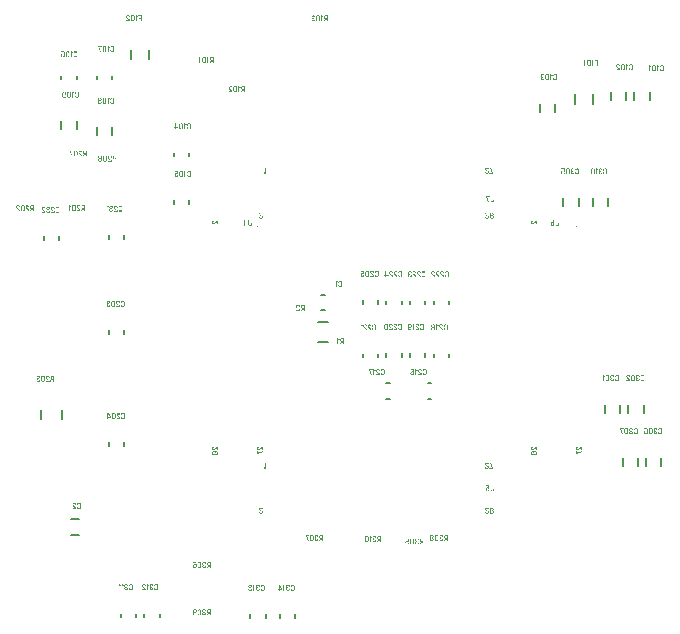
<source format=gbo>
G04*
G04 #@! TF.GenerationSoftware,Altium Limited,Altium Designer,23.11.1 (41)*
G04*
G04 Layer_Color=32896*
%FSLAX44Y44*%
%MOMM*%
G71*
G04*
G04 #@! TF.SameCoordinates,6A4E213B-EB00-483D-B04E-4E1FD21C6EA7*
G04*
G04*
G04 #@! TF.FilePolarity,Positive*
G04*
G01*
G75*
%ADD15C,0.2000*%
G36*
X445159Y135991D02*
X445196Y135982D01*
X445214Y135963D01*
X445233Y135935D01*
X445251Y135889D01*
Y135880D01*
Y135871D01*
Y135455D01*
X445242Y135408D01*
X445233Y135381D01*
X445186Y135344D01*
X445131Y135325D01*
X443078D01*
Y135075D01*
X443088Y135001D01*
X443106Y134937D01*
X443134Y134872D01*
X443171Y134826D01*
X443199Y134780D01*
X443226Y134752D01*
X443245Y134733D01*
X443254Y134724D01*
X444761Y133494D01*
X444844Y133420D01*
X444918Y133337D01*
X444983Y133254D01*
X445038Y133171D01*
X445122Y133004D01*
X445177Y132847D01*
X445205Y132709D01*
X445214Y132653D01*
X445223Y132598D01*
X445233Y132551D01*
Y132524D01*
Y132505D01*
Y132496D01*
Y132172D01*
X445223Y131969D01*
X445186Y131793D01*
X445131Y131645D01*
X445075Y131516D01*
X445011Y131423D01*
X444964Y131349D01*
X444927Y131313D01*
X444909Y131294D01*
X444780Y131192D01*
X444641Y131109D01*
X444493Y131054D01*
X444345Y131017D01*
X444216Y130998D01*
X444114Y130980D01*
X443411D01*
X443208Y130989D01*
X443023Y131026D01*
X442866Y131081D01*
X442736Y131137D01*
X442635Y131192D01*
X442561Y131248D01*
X442524Y131285D01*
X442505Y131294D01*
X442403Y131423D01*
X442320Y131562D01*
X442265Y131710D01*
X442228Y131849D01*
X442209Y131978D01*
X442200Y132080D01*
X442191Y132117D01*
Y132145D01*
Y132163D01*
Y132172D01*
Y132477D01*
X442200Y132524D01*
X442209Y132561D01*
X442228Y132579D01*
X442256Y132598D01*
X442302Y132616D01*
X442829D01*
X442875Y132607D01*
X442903Y132598D01*
X442940Y132542D01*
X442958Y132496D01*
Y132487D01*
Y132477D01*
Y132191D01*
X442967Y132080D01*
X442977Y131997D01*
X442995Y131923D01*
X443023Y131858D01*
X443051Y131812D01*
X443069Y131784D01*
X443078Y131765D01*
X443088Y131756D01*
X443143Y131710D01*
X443217Y131682D01*
X443356Y131645D01*
X443420Y131636D01*
X443476Y131627D01*
X443901D01*
X444003Y131636D01*
X444095Y131655D01*
X444179Y131682D01*
X444243Y131710D01*
X444299Y131756D01*
X444345Y131803D01*
X444419Y131904D01*
X444465Y132015D01*
X444484Y132098D01*
X444493Y132135D01*
Y132163D01*
Y132182D01*
Y132191D01*
Y132450D01*
X444474Y132588D01*
X444437Y132718D01*
X444373Y132838D01*
X444308Y132940D01*
X444234Y133023D01*
X444169Y133078D01*
X444132Y133125D01*
X444114Y133134D01*
X442635Y134336D01*
X442561Y134401D01*
X442496Y134465D01*
X442394Y134604D01*
X442320Y134743D01*
X442274Y134863D01*
X442237Y134983D01*
X442228Y135066D01*
X442219Y135103D01*
Y135131D01*
Y135140D01*
Y135149D01*
Y135871D01*
X442228Y135917D01*
X442246Y135944D01*
X442293Y135982D01*
X442348Y136000D01*
X445112D01*
X445159Y135991D01*
D02*
G37*
G36*
X448330D02*
X448515Y135954D01*
X448663Y135908D01*
X448792Y135852D01*
X448894Y135797D01*
X448968Y135750D01*
X449005Y135713D01*
X449023Y135704D01*
X449125Y135584D01*
X449208Y135445D01*
X449264Y135297D01*
X449301Y135159D01*
X449319Y135029D01*
X449338Y134928D01*
Y134890D01*
Y134863D01*
Y134844D01*
Y134835D01*
Y134428D01*
X449328Y134299D01*
X449319Y134179D01*
X449291Y134068D01*
X449254Y133966D01*
X449217Y133883D01*
X449171Y133800D01*
X449125Y133735D01*
X449079Y133670D01*
X448977Y133578D01*
X448894Y133522D01*
X448857Y133504D01*
X448829Y133485D01*
X448820Y133476D01*
X448811D01*
X448894Y133439D01*
X448968Y133393D01*
X449033Y133337D01*
X449088Y133282D01*
X449134Y133226D01*
X449162Y133180D01*
X449180Y133152D01*
X449190Y133143D01*
X449236Y133041D01*
X449273Y132940D01*
X449301Y132838D01*
X449319Y132746D01*
X449328Y132662D01*
X449338Y132588D01*
Y132551D01*
Y132533D01*
Y132135D01*
X449328Y131932D01*
X449291Y131765D01*
X449236Y131618D01*
X449180Y131497D01*
X449125Y131396D01*
X449070Y131331D01*
X449033Y131285D01*
X449023Y131276D01*
X448894Y131174D01*
X448755Y131100D01*
X448598Y131054D01*
X448459Y131017D01*
X448330Y130998D01*
X448219Y130980D01*
X447304D01*
X447100Y130989D01*
X446915Y131026D01*
X446758Y131072D01*
X446629Y131128D01*
X446527Y131183D01*
X446453Y131229D01*
X446416Y131266D01*
X446398Y131276D01*
X446296Y131396D01*
X446213Y131534D01*
X446157Y131673D01*
X446120Y131812D01*
X446102Y131941D01*
X446092Y132043D01*
X446083Y132080D01*
Y132108D01*
Y132126D01*
Y132135D01*
Y132533D01*
X446092Y132662D01*
X446111Y132782D01*
X446129Y132893D01*
X446166Y132986D01*
X446203Y133078D01*
X446250Y133152D01*
X446305Y133217D01*
X446351Y133282D01*
X446453Y133374D01*
X446536Y133430D01*
X446573Y133448D01*
X446601Y133467D01*
X446610Y133476D01*
X446619D01*
X446527Y133522D01*
X446444Y133578D01*
X446370Y133642D01*
X446314Y133716D01*
X446259Y133790D01*
X446213Y133874D01*
X446148Y134031D01*
X446111Y134179D01*
X446102Y134243D01*
X446092Y134299D01*
X446083Y134354D01*
Y134391D01*
Y134410D01*
Y134419D01*
Y134835D01*
X446092Y135038D01*
X446129Y135214D01*
X446185Y135362D01*
X446240Y135482D01*
X446296Y135584D01*
X446351Y135649D01*
X446388Y135686D01*
X446398Y135704D01*
X446527Y135806D01*
X446675Y135871D01*
X446823Y135926D01*
X446971Y135963D01*
X447100Y135982D01*
X447211Y135991D01*
X447248Y136000D01*
X448126D01*
X448330Y135991D01*
D02*
G37*
G36*
X445159Y173991D02*
X445196Y173981D01*
X445214Y173963D01*
X445233Y173935D01*
X445251Y173889D01*
Y173880D01*
Y173871D01*
Y173454D01*
X445242Y173408D01*
X445233Y173381D01*
X445186Y173344D01*
X445131Y173325D01*
X443078D01*
Y173075D01*
X443088Y173001D01*
X443106Y172937D01*
X443134Y172872D01*
X443171Y172826D01*
X443199Y172780D01*
X443226Y172752D01*
X443245Y172733D01*
X443254Y172724D01*
X444761Y171494D01*
X444844Y171420D01*
X444918Y171337D01*
X444983Y171254D01*
X445038Y171171D01*
X445122Y171004D01*
X445177Y170847D01*
X445205Y170709D01*
X445214Y170653D01*
X445223Y170598D01*
X445233Y170551D01*
Y170524D01*
Y170505D01*
Y170496D01*
Y170172D01*
X445223Y169969D01*
X445186Y169793D01*
X445131Y169645D01*
X445075Y169516D01*
X445011Y169423D01*
X444964Y169349D01*
X444927Y169312D01*
X444909Y169294D01*
X444780Y169192D01*
X444641Y169109D01*
X444493Y169054D01*
X444345Y169017D01*
X444216Y168998D01*
X444114Y168980D01*
X443411D01*
X443208Y168989D01*
X443023Y169026D01*
X442866Y169081D01*
X442736Y169137D01*
X442635Y169192D01*
X442561Y169248D01*
X442524Y169285D01*
X442505Y169294D01*
X442403Y169423D01*
X442320Y169562D01*
X442265Y169710D01*
X442228Y169849D01*
X442209Y169978D01*
X442200Y170080D01*
X442191Y170117D01*
Y170145D01*
Y170163D01*
Y170172D01*
Y170477D01*
X442200Y170524D01*
X442209Y170561D01*
X442228Y170579D01*
X442256Y170598D01*
X442302Y170616D01*
X442829D01*
X442875Y170607D01*
X442903Y170598D01*
X442940Y170542D01*
X442958Y170496D01*
Y170487D01*
Y170477D01*
Y170191D01*
X442967Y170080D01*
X442977Y169997D01*
X442995Y169923D01*
X443023Y169858D01*
X443051Y169812D01*
X443069Y169784D01*
X443078Y169765D01*
X443088Y169756D01*
X443143Y169710D01*
X443217Y169682D01*
X443356Y169645D01*
X443420Y169636D01*
X443476Y169627D01*
X443901D01*
X444003Y169636D01*
X444095Y169655D01*
X444179Y169682D01*
X444243Y169710D01*
X444299Y169756D01*
X444345Y169802D01*
X444419Y169904D01*
X444465Y170015D01*
X444484Y170098D01*
X444493Y170135D01*
Y170163D01*
Y170182D01*
Y170191D01*
Y170450D01*
X444474Y170588D01*
X444437Y170718D01*
X444373Y170838D01*
X444308Y170940D01*
X444234Y171023D01*
X444169Y171078D01*
X444132Y171125D01*
X444114Y171134D01*
X442635Y172336D01*
X442561Y172400D01*
X442496Y172465D01*
X442394Y172604D01*
X442320Y172743D01*
X442274Y172863D01*
X442237Y172983D01*
X442228Y173066D01*
X442219Y173103D01*
Y173131D01*
Y173140D01*
Y173149D01*
Y173871D01*
X442228Y173917D01*
X442246Y173944D01*
X442293Y173981D01*
X442348Y174000D01*
X445112D01*
X445159Y173991D01*
D02*
G37*
G36*
X446869D02*
X446915Y173981D01*
X446952Y173963D01*
X446980Y173935D01*
X447017Y173898D01*
X447026Y173889D01*
Y173880D01*
X448607Y169923D01*
X448653Y169784D01*
X448672Y169729D01*
X448681Y169682D01*
X448690Y169645D01*
Y169608D01*
Y169599D01*
Y169590D01*
Y169109D01*
X448681Y169063D01*
X448672Y169035D01*
X448626Y168998D01*
X448570Y168980D01*
X445898D01*
X445852Y168989D01*
X445824Y168998D01*
X445787Y169044D01*
X445769Y169091D01*
Y169100D01*
Y169109D01*
Y169534D01*
X445778Y169581D01*
X445787Y169618D01*
X445806Y169645D01*
X445834Y169664D01*
X445880Y169682D01*
X447868D01*
X446194Y173852D01*
X446176Y173898D01*
Y173935D01*
X446185Y173963D01*
X446203Y173981D01*
X446250Y174000D01*
X446804D01*
X446869Y173991D01*
D02*
G37*
G36*
X253759Y135991D02*
X253796Y135982D01*
X253814Y135963D01*
X253833Y135935D01*
X253851Y135889D01*
Y135880D01*
Y135871D01*
Y135455D01*
X253842Y135408D01*
X253833Y135381D01*
X253786Y135344D01*
X253731Y135325D01*
X251678D01*
Y135075D01*
X251688Y135001D01*
X251706Y134937D01*
X251734Y134872D01*
X251771Y134826D01*
X251798Y134780D01*
X251826Y134752D01*
X251845Y134733D01*
X251854Y134724D01*
X253361Y133494D01*
X253444Y133420D01*
X253518Y133337D01*
X253583Y133254D01*
X253638Y133171D01*
X253722Y133004D01*
X253777Y132847D01*
X253805Y132709D01*
X253814Y132653D01*
X253823Y132598D01*
X253833Y132551D01*
Y132524D01*
Y132505D01*
Y132496D01*
Y132172D01*
X253823Y131969D01*
X253786Y131793D01*
X253731Y131645D01*
X253675Y131516D01*
X253611Y131423D01*
X253564Y131349D01*
X253528Y131313D01*
X253509Y131294D01*
X253379Y131192D01*
X253241Y131109D01*
X253093Y131054D01*
X252945Y131017D01*
X252815Y130998D01*
X252714Y130980D01*
X252011D01*
X251808Y130989D01*
X251623Y131026D01*
X251466Y131081D01*
X251336Y131137D01*
X251234Y131192D01*
X251161Y131248D01*
X251124Y131285D01*
X251105Y131294D01*
X251003Y131423D01*
X250920Y131562D01*
X250865Y131710D01*
X250828Y131849D01*
X250809Y131978D01*
X250800Y132080D01*
X250791Y132117D01*
Y132145D01*
Y132163D01*
Y132172D01*
Y132477D01*
X250800Y132524D01*
X250809Y132561D01*
X250828Y132579D01*
X250856Y132598D01*
X250902Y132616D01*
X251429D01*
X251475Y132607D01*
X251503Y132598D01*
X251540Y132542D01*
X251558Y132496D01*
Y132487D01*
Y132477D01*
Y132191D01*
X251567Y132080D01*
X251577Y131997D01*
X251595Y131923D01*
X251623Y131858D01*
X251651Y131812D01*
X251669Y131784D01*
X251678Y131765D01*
X251688Y131756D01*
X251743Y131710D01*
X251817Y131682D01*
X251956Y131645D01*
X252020Y131636D01*
X252076Y131627D01*
X252501D01*
X252603Y131636D01*
X252695Y131655D01*
X252779Y131682D01*
X252843Y131710D01*
X252899Y131756D01*
X252945Y131803D01*
X253019Y131904D01*
X253065Y132015D01*
X253084Y132098D01*
X253093Y132135D01*
Y132163D01*
Y132182D01*
Y132191D01*
Y132450D01*
X253074Y132588D01*
X253037Y132718D01*
X252973Y132838D01*
X252908Y132940D01*
X252834Y133023D01*
X252769Y133078D01*
X252732Y133125D01*
X252714Y133134D01*
X251234Y134336D01*
X251161Y134401D01*
X251096Y134465D01*
X250994Y134604D01*
X250920Y134743D01*
X250874Y134863D01*
X250837Y134983D01*
X250828Y135066D01*
X250819Y135103D01*
Y135131D01*
Y135140D01*
Y135149D01*
Y135871D01*
X250828Y135917D01*
X250846Y135944D01*
X250893Y135982D01*
X250948Y136000D01*
X253712D01*
X253759Y135991D01*
D02*
G37*
G36*
X256483Y173991D02*
X256520Y173981D01*
X256547Y173935D01*
X256566Y173889D01*
Y173880D01*
Y173871D01*
Y169109D01*
X256557Y169063D01*
X256547Y169035D01*
X256501Y168998D01*
X256455Y168980D01*
X255965D01*
X255882Y168989D01*
X255798Y169017D01*
X255771Y169035D01*
X255743Y169054D01*
X255725Y169063D01*
X255715D01*
X254902Y169553D01*
X254865Y169581D01*
X254837Y169608D01*
X254809Y169673D01*
X254791Y169719D01*
Y169729D01*
Y169738D01*
Y170200D01*
X254800Y170246D01*
X254818Y170274D01*
X254837Y170292D01*
X254920D01*
X254939Y170283D01*
X254948D01*
X255798Y169784D01*
Y173871D01*
X255808Y173917D01*
X255817Y173944D01*
X255872Y173981D01*
X255919Y174000D01*
X256446D01*
X256483Y173991D01*
D02*
G37*
G36*
X445159Y385991D02*
X445196Y385981D01*
X445214Y385963D01*
X445233Y385935D01*
X445251Y385889D01*
Y385880D01*
Y385871D01*
Y385454D01*
X445242Y385408D01*
X445233Y385381D01*
X445186Y385344D01*
X445131Y385325D01*
X443078D01*
Y385075D01*
X443088Y385001D01*
X443106Y384937D01*
X443134Y384872D01*
X443171Y384826D01*
X443199Y384780D01*
X443226Y384752D01*
X443245Y384733D01*
X443254Y384724D01*
X444761Y383494D01*
X444844Y383420D01*
X444918Y383337D01*
X444983Y383254D01*
X445038Y383171D01*
X445122Y383004D01*
X445177Y382847D01*
X445205Y382709D01*
X445214Y382653D01*
X445223Y382598D01*
X445233Y382551D01*
Y382524D01*
Y382505D01*
Y382496D01*
Y382172D01*
X445223Y381969D01*
X445186Y381793D01*
X445131Y381645D01*
X445075Y381516D01*
X445011Y381423D01*
X444964Y381349D01*
X444927Y381312D01*
X444909Y381294D01*
X444780Y381192D01*
X444641Y381109D01*
X444493Y381054D01*
X444345Y381017D01*
X444216Y380998D01*
X444114Y380980D01*
X443411D01*
X443208Y380989D01*
X443023Y381026D01*
X442866Y381081D01*
X442736Y381137D01*
X442635Y381192D01*
X442561Y381248D01*
X442524Y381285D01*
X442505Y381294D01*
X442403Y381423D01*
X442320Y381562D01*
X442265Y381710D01*
X442228Y381849D01*
X442209Y381978D01*
X442200Y382080D01*
X442191Y382117D01*
Y382145D01*
Y382163D01*
Y382172D01*
Y382477D01*
X442200Y382524D01*
X442209Y382561D01*
X442228Y382579D01*
X442256Y382598D01*
X442302Y382616D01*
X442829D01*
X442875Y382607D01*
X442903Y382598D01*
X442940Y382542D01*
X442958Y382496D01*
Y382487D01*
Y382477D01*
Y382191D01*
X442967Y382080D01*
X442977Y381997D01*
X442995Y381923D01*
X443023Y381858D01*
X443051Y381812D01*
X443069Y381784D01*
X443078Y381766D01*
X443088Y381756D01*
X443143Y381710D01*
X443217Y381682D01*
X443356Y381645D01*
X443420Y381636D01*
X443476Y381627D01*
X443901D01*
X444003Y381636D01*
X444095Y381655D01*
X444179Y381682D01*
X444243Y381710D01*
X444299Y381756D01*
X444345Y381802D01*
X444419Y381904D01*
X444465Y382015D01*
X444484Y382098D01*
X444493Y382135D01*
Y382163D01*
Y382182D01*
Y382191D01*
Y382450D01*
X444474Y382588D01*
X444437Y382718D01*
X444373Y382838D01*
X444308Y382940D01*
X444234Y383023D01*
X444169Y383078D01*
X444132Y383125D01*
X444114Y383134D01*
X442635Y384336D01*
X442561Y384400D01*
X442496Y384465D01*
X442394Y384604D01*
X442320Y384743D01*
X442274Y384863D01*
X442237Y384983D01*
X442228Y385066D01*
X442219Y385103D01*
Y385131D01*
Y385140D01*
Y385149D01*
Y385871D01*
X442228Y385917D01*
X442246Y385945D01*
X442293Y385981D01*
X442348Y386000D01*
X445112D01*
X445159Y385991D01*
D02*
G37*
G36*
X448330D02*
X448515Y385954D01*
X448663Y385908D01*
X448792Y385852D01*
X448894Y385797D01*
X448968Y385750D01*
X449005Y385713D01*
X449023Y385704D01*
X449125Y385584D01*
X449208Y385445D01*
X449264Y385297D01*
X449301Y385159D01*
X449319Y385029D01*
X449338Y384927D01*
Y384891D01*
Y384863D01*
Y384844D01*
Y384835D01*
Y384428D01*
X449328Y384299D01*
X449319Y384179D01*
X449291Y384068D01*
X449254Y383966D01*
X449217Y383883D01*
X449171Y383800D01*
X449125Y383735D01*
X449079Y383670D01*
X448977Y383578D01*
X448894Y383522D01*
X448857Y383504D01*
X448829Y383485D01*
X448820Y383476D01*
X448811D01*
X448894Y383439D01*
X448968Y383393D01*
X449033Y383337D01*
X449088Y383282D01*
X449134Y383226D01*
X449162Y383180D01*
X449180Y383152D01*
X449190Y383143D01*
X449236Y383041D01*
X449273Y382940D01*
X449301Y382838D01*
X449319Y382746D01*
X449328Y382662D01*
X449338Y382588D01*
Y382551D01*
Y382533D01*
Y382135D01*
X449328Y381932D01*
X449291Y381766D01*
X449236Y381618D01*
X449180Y381497D01*
X449125Y381396D01*
X449070Y381331D01*
X449033Y381285D01*
X449023Y381275D01*
X448894Y381174D01*
X448755Y381100D01*
X448598Y381054D01*
X448459Y381017D01*
X448330Y380998D01*
X448219Y380980D01*
X447304D01*
X447100Y380989D01*
X446915Y381026D01*
X446758Y381072D01*
X446629Y381128D01*
X446527Y381183D01*
X446453Y381229D01*
X446416Y381266D01*
X446398Y381275D01*
X446296Y381396D01*
X446213Y381534D01*
X446157Y381673D01*
X446120Y381812D01*
X446102Y381941D01*
X446092Y382043D01*
X446083Y382080D01*
Y382108D01*
Y382126D01*
Y382135D01*
Y382533D01*
X446092Y382662D01*
X446111Y382783D01*
X446129Y382893D01*
X446166Y382986D01*
X446203Y383078D01*
X446250Y383152D01*
X446305Y383217D01*
X446351Y383282D01*
X446453Y383374D01*
X446536Y383430D01*
X446573Y383448D01*
X446601Y383467D01*
X446610Y383476D01*
X446619D01*
X446527Y383522D01*
X446444Y383578D01*
X446370Y383642D01*
X446314Y383716D01*
X446259Y383790D01*
X446213Y383873D01*
X446148Y384031D01*
X446111Y384179D01*
X446102Y384243D01*
X446092Y384299D01*
X446083Y384354D01*
Y384391D01*
Y384410D01*
Y384419D01*
Y384835D01*
X446092Y385038D01*
X446129Y385214D01*
X446185Y385362D01*
X446240Y385482D01*
X446296Y385584D01*
X446351Y385649D01*
X446388Y385686D01*
X446398Y385704D01*
X446527Y385806D01*
X446675Y385871D01*
X446823Y385926D01*
X446971Y385963D01*
X447100Y385981D01*
X447211Y385991D01*
X447248Y386000D01*
X448126D01*
X448330Y385991D01*
D02*
G37*
G36*
X445159Y423991D02*
X445196Y423982D01*
X445214Y423963D01*
X445233Y423935D01*
X445251Y423889D01*
Y423880D01*
Y423871D01*
Y423455D01*
X445242Y423408D01*
X445233Y423381D01*
X445186Y423344D01*
X445131Y423325D01*
X443078D01*
Y423075D01*
X443088Y423002D01*
X443106Y422937D01*
X443134Y422872D01*
X443171Y422826D01*
X443199Y422780D01*
X443226Y422752D01*
X443245Y422733D01*
X443254Y422724D01*
X444761Y421494D01*
X444844Y421421D01*
X444918Y421337D01*
X444983Y421254D01*
X445038Y421171D01*
X445122Y421004D01*
X445177Y420847D01*
X445205Y420709D01*
X445214Y420653D01*
X445223Y420598D01*
X445233Y420551D01*
Y420524D01*
Y420505D01*
Y420496D01*
Y420172D01*
X445223Y419969D01*
X445186Y419793D01*
X445131Y419645D01*
X445075Y419516D01*
X445011Y419423D01*
X444964Y419350D01*
X444927Y419313D01*
X444909Y419294D01*
X444780Y419192D01*
X444641Y419109D01*
X444493Y419054D01*
X444345Y419017D01*
X444216Y418998D01*
X444114Y418980D01*
X443411D01*
X443208Y418989D01*
X443023Y419026D01*
X442866Y419081D01*
X442736Y419137D01*
X442635Y419192D01*
X442561Y419248D01*
X442524Y419285D01*
X442505Y419294D01*
X442403Y419423D01*
X442320Y419562D01*
X442265Y419710D01*
X442228Y419849D01*
X442209Y419978D01*
X442200Y420080D01*
X442191Y420117D01*
Y420145D01*
Y420163D01*
Y420172D01*
Y420477D01*
X442200Y420524D01*
X442209Y420561D01*
X442228Y420579D01*
X442256Y420598D01*
X442302Y420616D01*
X442829D01*
X442875Y420607D01*
X442903Y420598D01*
X442940Y420542D01*
X442958Y420496D01*
Y420487D01*
Y420477D01*
Y420191D01*
X442967Y420080D01*
X442977Y419997D01*
X442995Y419923D01*
X443023Y419858D01*
X443051Y419812D01*
X443069Y419784D01*
X443078Y419766D01*
X443088Y419756D01*
X443143Y419710D01*
X443217Y419682D01*
X443356Y419645D01*
X443420Y419636D01*
X443476Y419627D01*
X443901D01*
X444003Y419636D01*
X444095Y419655D01*
X444179Y419682D01*
X444243Y419710D01*
X444299Y419756D01*
X444345Y419803D01*
X444419Y419904D01*
X444465Y420015D01*
X444484Y420098D01*
X444493Y420135D01*
Y420163D01*
Y420182D01*
Y420191D01*
Y420450D01*
X444474Y420588D01*
X444437Y420718D01*
X444373Y420838D01*
X444308Y420940D01*
X444234Y421023D01*
X444169Y421078D01*
X444132Y421125D01*
X444114Y421134D01*
X442635Y422336D01*
X442561Y422401D01*
X442496Y422465D01*
X442394Y422604D01*
X442320Y422743D01*
X442274Y422863D01*
X442237Y422983D01*
X442228Y423066D01*
X442219Y423103D01*
Y423131D01*
Y423140D01*
Y423149D01*
Y423871D01*
X442228Y423917D01*
X442246Y423945D01*
X442293Y423982D01*
X442348Y424000D01*
X445112D01*
X445159Y423991D01*
D02*
G37*
G36*
X446869D02*
X446915Y423982D01*
X446952Y423963D01*
X446980Y423935D01*
X447017Y423898D01*
X447026Y423889D01*
Y423880D01*
X448607Y419923D01*
X448653Y419784D01*
X448672Y419729D01*
X448681Y419682D01*
X448690Y419645D01*
Y419608D01*
Y419599D01*
Y419590D01*
Y419109D01*
X448681Y419063D01*
X448672Y419035D01*
X448626Y418998D01*
X448570Y418980D01*
X445898D01*
X445852Y418989D01*
X445824Y418998D01*
X445787Y419044D01*
X445769Y419091D01*
Y419100D01*
Y419109D01*
Y419534D01*
X445778Y419581D01*
X445787Y419618D01*
X445806Y419645D01*
X445834Y419664D01*
X445880Y419682D01*
X447868D01*
X446194Y423852D01*
X446176Y423898D01*
Y423935D01*
X446185Y423963D01*
X446203Y423982D01*
X446250Y424000D01*
X446804D01*
X446869Y423991D01*
D02*
G37*
G36*
X253759Y385991D02*
X253796Y385981D01*
X253814Y385963D01*
X253833Y385935D01*
X253851Y385889D01*
Y385880D01*
Y385871D01*
Y385454D01*
X253842Y385408D01*
X253833Y385381D01*
X253786Y385344D01*
X253731Y385325D01*
X251678D01*
Y385075D01*
X251688Y385001D01*
X251706Y384937D01*
X251734Y384872D01*
X251771Y384826D01*
X251798Y384780D01*
X251826Y384752D01*
X251845Y384733D01*
X251854Y384724D01*
X253361Y383494D01*
X253444Y383420D01*
X253518Y383337D01*
X253583Y383254D01*
X253638Y383171D01*
X253722Y383004D01*
X253777Y382847D01*
X253805Y382709D01*
X253814Y382653D01*
X253823Y382598D01*
X253833Y382551D01*
Y382524D01*
Y382505D01*
Y382496D01*
Y382172D01*
X253823Y381969D01*
X253786Y381793D01*
X253731Y381645D01*
X253675Y381516D01*
X253611Y381423D01*
X253564Y381349D01*
X253528Y381312D01*
X253509Y381294D01*
X253379Y381192D01*
X253241Y381109D01*
X253093Y381054D01*
X252945Y381017D01*
X252815Y380998D01*
X252714Y380980D01*
X252011D01*
X251808Y380989D01*
X251623Y381026D01*
X251466Y381081D01*
X251336Y381137D01*
X251234Y381192D01*
X251161Y381248D01*
X251124Y381285D01*
X251105Y381294D01*
X251003Y381423D01*
X250920Y381562D01*
X250865Y381710D01*
X250828Y381849D01*
X250809Y381978D01*
X250800Y382080D01*
X250791Y382117D01*
Y382145D01*
Y382163D01*
Y382172D01*
Y382477D01*
X250800Y382524D01*
X250809Y382561D01*
X250828Y382579D01*
X250856Y382598D01*
X250902Y382616D01*
X251429D01*
X251475Y382607D01*
X251503Y382598D01*
X251540Y382542D01*
X251558Y382496D01*
Y382487D01*
Y382477D01*
Y382191D01*
X251567Y382080D01*
X251577Y381997D01*
X251595Y381923D01*
X251623Y381858D01*
X251651Y381812D01*
X251669Y381784D01*
X251678Y381766D01*
X251688Y381756D01*
X251743Y381710D01*
X251817Y381682D01*
X251956Y381645D01*
X252020Y381636D01*
X252076Y381627D01*
X252501D01*
X252603Y381636D01*
X252695Y381655D01*
X252779Y381682D01*
X252843Y381710D01*
X252899Y381756D01*
X252945Y381802D01*
X253019Y381904D01*
X253065Y382015D01*
X253084Y382098D01*
X253093Y382135D01*
Y382163D01*
Y382182D01*
Y382191D01*
Y382450D01*
X253074Y382588D01*
X253037Y382718D01*
X252973Y382838D01*
X252908Y382940D01*
X252834Y383023D01*
X252769Y383078D01*
X252732Y383125D01*
X252714Y383134D01*
X251234Y384336D01*
X251161Y384400D01*
X251096Y384465D01*
X250994Y384604D01*
X250920Y384743D01*
X250874Y384863D01*
X250837Y384983D01*
X250828Y385066D01*
X250819Y385103D01*
Y385131D01*
Y385140D01*
Y385149D01*
Y385871D01*
X250828Y385917D01*
X250846Y385945D01*
X250893Y385981D01*
X250948Y386000D01*
X253712D01*
X253759Y385991D01*
D02*
G37*
G36*
X256483Y423991D02*
X256520Y423982D01*
X256547Y423935D01*
X256566Y423889D01*
Y423880D01*
Y423871D01*
Y419109D01*
X256557Y419063D01*
X256547Y419035D01*
X256501Y418998D01*
X256455Y418980D01*
X255965D01*
X255882Y418989D01*
X255798Y419017D01*
X255771Y419035D01*
X255743Y419054D01*
X255725Y419063D01*
X255715D01*
X254902Y419553D01*
X254865Y419581D01*
X254837Y419608D01*
X254809Y419673D01*
X254791Y419719D01*
Y419729D01*
Y419738D01*
Y420200D01*
X254800Y420246D01*
X254818Y420274D01*
X254837Y420293D01*
X254920D01*
X254939Y420283D01*
X254948D01*
X255798Y419784D01*
Y423871D01*
X255808Y423917D01*
X255817Y423945D01*
X255872Y423982D01*
X255919Y424000D01*
X256446D01*
X256483Y423991D01*
D02*
G37*
G36*
X212524Y187800D02*
X212561Y187791D01*
X212579Y187772D01*
X212598Y187745D01*
X212616Y187698D01*
Y187171D01*
X212607Y187125D01*
X212598Y187097D01*
X212542Y187060D01*
X212496Y187042D01*
X212487D01*
X212477D01*
X212191D01*
X212080Y187033D01*
X211997Y187023D01*
X211923Y187005D01*
X211858Y186977D01*
X211812Y186949D01*
X211784Y186931D01*
X211765Y186922D01*
X211756Y186912D01*
X211710Y186857D01*
X211682Y186783D01*
X211645Y186644D01*
X211636Y186580D01*
X211627Y186524D01*
Y186099D01*
X211636Y185997D01*
X211655Y185905D01*
X211682Y185821D01*
X211710Y185757D01*
X211756Y185701D01*
X211803Y185655D01*
X211904Y185581D01*
X212015Y185535D01*
X212098Y185516D01*
X212135Y185507D01*
X212163D01*
X212182D01*
X212191D01*
X212450D01*
X212588Y185526D01*
X212718Y185563D01*
X212838Y185627D01*
X212940Y185692D01*
X213023Y185766D01*
X213078Y185831D01*
X213125Y185868D01*
X213134Y185886D01*
X214336Y187365D01*
X214401Y187439D01*
X214465Y187504D01*
X214604Y187606D01*
X214743Y187680D01*
X214863Y187726D01*
X214983Y187763D01*
X215066Y187772D01*
X215103Y187782D01*
X215131D01*
X215140D01*
X215149D01*
X215871D01*
X215917Y187772D01*
X215944Y187754D01*
X215982Y187708D01*
X216000Y187652D01*
Y184888D01*
X215991Y184841D01*
X215982Y184804D01*
X215963Y184786D01*
X215935Y184767D01*
X215889Y184749D01*
X215880D01*
X215871D01*
X215455D01*
X215408Y184758D01*
X215380Y184767D01*
X215344Y184814D01*
X215325Y184869D01*
Y186922D01*
X215075D01*
X215002Y186912D01*
X214937Y186894D01*
X214872Y186866D01*
X214826Y186829D01*
X214780Y186801D01*
X214752Y186774D01*
X214733Y186755D01*
X214724Y186746D01*
X213494Y185239D01*
X213421Y185156D01*
X213337Y185082D01*
X213254Y185017D01*
X213171Y184962D01*
X213004Y184878D01*
X212847Y184823D01*
X212709Y184795D01*
X212653Y184786D01*
X212598Y184777D01*
X212551Y184767D01*
X212524D01*
X212505D01*
X212496D01*
X212172D01*
X211969Y184777D01*
X211793Y184814D01*
X211645Y184869D01*
X211516Y184925D01*
X211423Y184989D01*
X211350Y185036D01*
X211313Y185073D01*
X211294Y185091D01*
X211192Y185221D01*
X211109Y185359D01*
X211054Y185507D01*
X211017Y185655D01*
X210998Y185784D01*
X210980Y185886D01*
Y186589D01*
X210989Y186792D01*
X211026Y186977D01*
X211081Y187134D01*
X211137Y187264D01*
X211192Y187365D01*
X211248Y187439D01*
X211285Y187476D01*
X211294Y187495D01*
X211423Y187597D01*
X211562Y187680D01*
X211710Y187735D01*
X211849Y187772D01*
X211978Y187791D01*
X212080Y187800D01*
X212117Y187809D01*
X212145D01*
X212163D01*
X212172D01*
X212477D01*
X212524Y187800D01*
D02*
G37*
G36*
X215039Y183908D02*
X215214Y183871D01*
X215362Y183815D01*
X215482Y183760D01*
X215584Y183704D01*
X215649Y183649D01*
X215686Y183612D01*
X215704Y183603D01*
X215806Y183473D01*
X215871Y183325D01*
X215926Y183177D01*
X215963Y183029D01*
X215982Y182900D01*
X215991Y182789D01*
X216000Y182752D01*
Y181874D01*
X215991Y181670D01*
X215954Y181485D01*
X215907Y181337D01*
X215852Y181208D01*
X215797Y181106D01*
X215750Y181032D01*
X215713Y180995D01*
X215704Y180977D01*
X215584Y180875D01*
X215445Y180792D01*
X215297Y180736D01*
X215159Y180699D01*
X215029Y180681D01*
X214928Y180662D01*
X214890D01*
X214863D01*
X214844D01*
X214835D01*
X214428D01*
X214299Y180672D01*
X214179Y180681D01*
X214068Y180709D01*
X213966Y180746D01*
X213883Y180783D01*
X213799Y180829D01*
X213735Y180875D01*
X213670Y180921D01*
X213578Y181023D01*
X213522Y181106D01*
X213504Y181143D01*
X213485Y181171D01*
X213476Y181180D01*
Y181189D01*
X213439Y181106D01*
X213393Y181032D01*
X213337Y180968D01*
X213282Y180912D01*
X213226Y180866D01*
X213180Y180838D01*
X213152Y180820D01*
X213143Y180810D01*
X213041Y180764D01*
X212940Y180727D01*
X212838Y180699D01*
X212745Y180681D01*
X212662Y180672D01*
X212588Y180662D01*
X212551D01*
X212533D01*
X212135D01*
X211932Y180672D01*
X211765Y180709D01*
X211618Y180764D01*
X211497Y180820D01*
X211396Y180875D01*
X211331Y180931D01*
X211285Y180968D01*
X211276Y180977D01*
X211174Y181106D01*
X211100Y181245D01*
X211054Y181402D01*
X211017Y181541D01*
X210998Y181670D01*
X210980Y181781D01*
Y182696D01*
X210989Y182900D01*
X211026Y183085D01*
X211072Y183242D01*
X211128Y183371D01*
X211183Y183473D01*
X211229Y183547D01*
X211266Y183584D01*
X211276Y183603D01*
X211396Y183704D01*
X211534Y183787D01*
X211673Y183843D01*
X211812Y183880D01*
X211941Y183898D01*
X212043Y183908D01*
X212080Y183917D01*
X212108D01*
X212126D01*
X212135D01*
X212533D01*
X212662Y183908D01*
X212782Y183889D01*
X212894Y183871D01*
X212986Y183834D01*
X213078Y183797D01*
X213152Y183750D01*
X213217Y183695D01*
X213282Y183649D01*
X213374Y183547D01*
X213430Y183464D01*
X213448Y183427D01*
X213467Y183399D01*
X213476Y183390D01*
Y183381D01*
X213522Y183473D01*
X213578Y183556D01*
X213642Y183630D01*
X213716Y183686D01*
X213790Y183741D01*
X213874Y183787D01*
X214031Y183852D01*
X214179Y183889D01*
X214243Y183898D01*
X214299Y183908D01*
X214354Y183917D01*
X214391D01*
X214410D01*
X214419D01*
X214835D01*
X215039Y183908D01*
D02*
G37*
G36*
X250524Y187800D02*
X250561Y187791D01*
X250579Y187772D01*
X250598Y187745D01*
X250616Y187698D01*
Y187171D01*
X250607Y187125D01*
X250598Y187097D01*
X250542Y187060D01*
X250496Y187042D01*
X250487D01*
X250477D01*
X250191D01*
X250080Y187033D01*
X249997Y187023D01*
X249923Y187005D01*
X249858Y186977D01*
X249812Y186949D01*
X249784Y186931D01*
X249765Y186922D01*
X249756Y186912D01*
X249710Y186857D01*
X249682Y186783D01*
X249645Y186644D01*
X249636Y186580D01*
X249627Y186524D01*
Y186099D01*
X249636Y185997D01*
X249655Y185905D01*
X249682Y185821D01*
X249710Y185757D01*
X249756Y185701D01*
X249802Y185655D01*
X249904Y185581D01*
X250015Y185535D01*
X250098Y185516D01*
X250135Y185507D01*
X250163D01*
X250182D01*
X250191D01*
X250450D01*
X250588Y185526D01*
X250718Y185563D01*
X250838Y185627D01*
X250940Y185692D01*
X251023Y185766D01*
X251078Y185831D01*
X251125Y185868D01*
X251134Y185886D01*
X252336Y187365D01*
X252400Y187439D01*
X252465Y187504D01*
X252604Y187606D01*
X252743Y187680D01*
X252863Y187726D01*
X252983Y187763D01*
X253066Y187772D01*
X253103Y187782D01*
X253131D01*
X253140D01*
X253149D01*
X253871D01*
X253917Y187772D01*
X253944Y187754D01*
X253981Y187708D01*
X254000Y187652D01*
Y184888D01*
X253991Y184841D01*
X253981Y184804D01*
X253963Y184786D01*
X253935Y184767D01*
X253889Y184749D01*
X253880D01*
X253871D01*
X253454D01*
X253408Y184758D01*
X253381Y184767D01*
X253344Y184814D01*
X253325Y184869D01*
Y186922D01*
X253075D01*
X253001Y186912D01*
X252937Y186894D01*
X252872Y186866D01*
X252826Y186829D01*
X252780Y186801D01*
X252752Y186774D01*
X252733Y186755D01*
X252724Y186746D01*
X251494Y185239D01*
X251420Y185156D01*
X251337Y185082D01*
X251254Y185017D01*
X251171Y184962D01*
X251004Y184878D01*
X250847Y184823D01*
X250709Y184795D01*
X250653Y184786D01*
X250598Y184777D01*
X250551Y184767D01*
X250524D01*
X250505D01*
X250496D01*
X250172D01*
X249969Y184777D01*
X249793Y184814D01*
X249645Y184869D01*
X249516Y184925D01*
X249423Y184989D01*
X249349Y185036D01*
X249312Y185073D01*
X249294Y185091D01*
X249192Y185221D01*
X249109Y185359D01*
X249054Y185507D01*
X249017Y185655D01*
X248998Y185784D01*
X248980Y185886D01*
Y186589D01*
X248989Y186792D01*
X249026Y186977D01*
X249081Y187134D01*
X249137Y187264D01*
X249192Y187365D01*
X249248Y187439D01*
X249285Y187476D01*
X249294Y187495D01*
X249423Y187597D01*
X249562Y187680D01*
X249710Y187735D01*
X249849Y187772D01*
X249978Y187791D01*
X250080Y187800D01*
X250117Y187809D01*
X250145D01*
X250163D01*
X250172D01*
X250477D01*
X250524Y187800D01*
D02*
G37*
G36*
X249581Y184222D02*
X249618Y184213D01*
X249645Y184194D01*
X249664Y184167D01*
X249682Y184120D01*
Y182132D01*
X253852Y183806D01*
X253898Y183824D01*
X253935D01*
X253963Y183815D01*
X253981Y183797D01*
X254000Y183750D01*
Y183196D01*
X253991Y183131D01*
X253981Y183085D01*
X253963Y183048D01*
X253935Y183020D01*
X253898Y182983D01*
X253889Y182974D01*
X253880D01*
X249923Y181393D01*
X249784Y181347D01*
X249729Y181328D01*
X249682Y181319D01*
X249645Y181310D01*
X249608D01*
X249599D01*
X249590D01*
X249109D01*
X249063Y181319D01*
X249035Y181328D01*
X248998Y181374D01*
X248980Y181430D01*
Y184102D01*
X248989Y184148D01*
X248998Y184176D01*
X249044Y184213D01*
X249091Y184231D01*
X249100D01*
X249109D01*
X249534D01*
X249581Y184222D01*
D02*
G37*
G36*
X212524Y379200D02*
X212561Y379191D01*
X212579Y379172D01*
X212598Y379145D01*
X212616Y379098D01*
Y378571D01*
X212607Y378525D01*
X212598Y378497D01*
X212542Y378460D01*
X212496Y378442D01*
X212487D01*
X212477D01*
X212191D01*
X212080Y378433D01*
X211997Y378423D01*
X211923Y378405D01*
X211858Y378377D01*
X211812Y378349D01*
X211784Y378331D01*
X211765Y378322D01*
X211756Y378312D01*
X211710Y378257D01*
X211682Y378183D01*
X211645Y378044D01*
X211636Y377980D01*
X211627Y377924D01*
Y377499D01*
X211636Y377397D01*
X211655Y377305D01*
X211682Y377221D01*
X211710Y377157D01*
X211756Y377101D01*
X211803Y377055D01*
X211904Y376981D01*
X212015Y376935D01*
X212098Y376916D01*
X212135Y376907D01*
X212163D01*
X212182D01*
X212191D01*
X212450D01*
X212588Y376926D01*
X212718Y376963D01*
X212838Y377027D01*
X212940Y377092D01*
X213023Y377166D01*
X213078Y377231D01*
X213125Y377268D01*
X213134Y377286D01*
X214336Y378765D01*
X214401Y378839D01*
X214465Y378904D01*
X214604Y379006D01*
X214743Y379080D01*
X214863Y379126D01*
X214983Y379163D01*
X215066Y379172D01*
X215103Y379182D01*
X215131D01*
X215140D01*
X215149D01*
X215871D01*
X215917Y379172D01*
X215944Y379154D01*
X215982Y379108D01*
X216000Y379052D01*
Y376288D01*
X215991Y376241D01*
X215982Y376204D01*
X215963Y376186D01*
X215935Y376167D01*
X215889Y376149D01*
X215880D01*
X215871D01*
X215455D01*
X215408Y376158D01*
X215380Y376167D01*
X215344Y376214D01*
X215325Y376269D01*
Y378322D01*
X215075D01*
X215002Y378312D01*
X214937Y378294D01*
X214872Y378266D01*
X214826Y378229D01*
X214780Y378201D01*
X214752Y378174D01*
X214733Y378155D01*
X214724Y378146D01*
X213494Y376639D01*
X213421Y376556D01*
X213337Y376482D01*
X213254Y376417D01*
X213171Y376362D01*
X213004Y376278D01*
X212847Y376223D01*
X212709Y376195D01*
X212653Y376186D01*
X212598Y376177D01*
X212551Y376167D01*
X212524D01*
X212505D01*
X212496D01*
X212172D01*
X211969Y376177D01*
X211793Y376214D01*
X211645Y376269D01*
X211516Y376325D01*
X211423Y376389D01*
X211350Y376436D01*
X211313Y376473D01*
X211294Y376491D01*
X211192Y376620D01*
X211109Y376759D01*
X211054Y376907D01*
X211017Y377055D01*
X210998Y377184D01*
X210980Y377286D01*
Y377989D01*
X210989Y378192D01*
X211026Y378377D01*
X211081Y378534D01*
X211137Y378664D01*
X211192Y378765D01*
X211248Y378839D01*
X211285Y378876D01*
X211294Y378895D01*
X211423Y378997D01*
X211562Y379080D01*
X211710Y379135D01*
X211849Y379172D01*
X211978Y379191D01*
X212080Y379200D01*
X212117Y379209D01*
X212145D01*
X212163D01*
X212172D01*
X212477D01*
X212524Y379200D01*
D02*
G37*
G36*
X250246Y375200D02*
X250274Y375182D01*
X250292Y375163D01*
Y375080D01*
X250283Y375061D01*
Y375052D01*
X249784Y374202D01*
X253871D01*
X253917Y374192D01*
X253944Y374183D01*
X253981Y374128D01*
X254000Y374081D01*
Y373554D01*
X253991Y373517D01*
X253981Y373480D01*
X253935Y373453D01*
X253889Y373434D01*
X253880D01*
X253871D01*
X249109D01*
X249063Y373443D01*
X249035Y373453D01*
X248998Y373499D01*
X248980Y373545D01*
Y374035D01*
X248989Y374118D01*
X249017Y374202D01*
X249035Y374229D01*
X249054Y374257D01*
X249063Y374275D01*
Y374285D01*
X249553Y375098D01*
X249581Y375135D01*
X249608Y375163D01*
X249673Y375191D01*
X249719Y375209D01*
X249729D01*
X249738D01*
X250200D01*
X250246Y375200D01*
D02*
G37*
G36*
X482524Y187800D02*
X482561Y187791D01*
X482579Y187772D01*
X482598Y187745D01*
X482616Y187698D01*
Y187171D01*
X482607Y187125D01*
X482598Y187097D01*
X482542Y187060D01*
X482496Y187042D01*
X482487D01*
X482477D01*
X482191D01*
X482080Y187033D01*
X481997Y187023D01*
X481923Y187005D01*
X481858Y186977D01*
X481812Y186949D01*
X481784Y186931D01*
X481766Y186922D01*
X481756Y186912D01*
X481710Y186857D01*
X481682Y186783D01*
X481645Y186644D01*
X481636Y186580D01*
X481627Y186524D01*
Y186099D01*
X481636Y185997D01*
X481655Y185905D01*
X481682Y185821D01*
X481710Y185757D01*
X481756Y185701D01*
X481802Y185655D01*
X481904Y185581D01*
X482015Y185535D01*
X482098Y185516D01*
X482135Y185507D01*
X482163D01*
X482182D01*
X482191D01*
X482450D01*
X482588Y185526D01*
X482718Y185563D01*
X482838Y185627D01*
X482940Y185692D01*
X483023Y185766D01*
X483078Y185831D01*
X483125Y185868D01*
X483134Y185886D01*
X484336Y187365D01*
X484400Y187439D01*
X484465Y187504D01*
X484604Y187606D01*
X484743Y187680D01*
X484863Y187726D01*
X484983Y187763D01*
X485066Y187772D01*
X485103Y187782D01*
X485131D01*
X485140D01*
X485149D01*
X485871D01*
X485917Y187772D01*
X485945Y187754D01*
X485981Y187708D01*
X486000Y187652D01*
Y184888D01*
X485991Y184841D01*
X485981Y184804D01*
X485963Y184786D01*
X485935Y184767D01*
X485889Y184749D01*
X485880D01*
X485871D01*
X485454D01*
X485408Y184758D01*
X485381Y184767D01*
X485344Y184814D01*
X485325Y184869D01*
Y186922D01*
X485075D01*
X485001Y186912D01*
X484937Y186894D01*
X484872Y186866D01*
X484826Y186829D01*
X484780Y186801D01*
X484752Y186774D01*
X484733Y186755D01*
X484724Y186746D01*
X483494Y185239D01*
X483420Y185156D01*
X483337Y185082D01*
X483254Y185017D01*
X483171Y184962D01*
X483004Y184878D01*
X482847Y184823D01*
X482709Y184795D01*
X482653Y184786D01*
X482598Y184777D01*
X482551Y184767D01*
X482524D01*
X482505D01*
X482496D01*
X482172D01*
X481969Y184777D01*
X481793Y184814D01*
X481645Y184869D01*
X481516Y184925D01*
X481423Y184989D01*
X481349Y185036D01*
X481312Y185073D01*
X481294Y185091D01*
X481192Y185221D01*
X481109Y185359D01*
X481054Y185507D01*
X481017Y185655D01*
X480998Y185784D01*
X480980Y185886D01*
Y186589D01*
X480989Y186792D01*
X481026Y186977D01*
X481081Y187134D01*
X481137Y187264D01*
X481192Y187365D01*
X481248Y187439D01*
X481285Y187476D01*
X481294Y187495D01*
X481423Y187597D01*
X481562Y187680D01*
X481710Y187735D01*
X481849Y187772D01*
X481978Y187791D01*
X482080Y187800D01*
X482117Y187809D01*
X482145D01*
X482163D01*
X482172D01*
X482477D01*
X482524Y187800D01*
D02*
G37*
G36*
X485038Y183908D02*
X485214Y183871D01*
X485362Y183815D01*
X485482Y183760D01*
X485584Y183704D01*
X485649Y183649D01*
X485686Y183612D01*
X485704Y183603D01*
X485806Y183473D01*
X485871Y183325D01*
X485926Y183177D01*
X485963Y183029D01*
X485981Y182900D01*
X485991Y182789D01*
X486000Y182752D01*
Y181874D01*
X485991Y181670D01*
X485954Y181485D01*
X485908Y181337D01*
X485852Y181208D01*
X485797Y181106D01*
X485750Y181032D01*
X485713Y180995D01*
X485704Y180977D01*
X485584Y180875D01*
X485445Y180792D01*
X485297Y180736D01*
X485159Y180699D01*
X485029Y180681D01*
X484927Y180662D01*
X484891D01*
X484863D01*
X484844D01*
X484835D01*
X484428D01*
X484299Y180672D01*
X484179Y180681D01*
X484068Y180709D01*
X483966Y180746D01*
X483883Y180783D01*
X483800Y180829D01*
X483735Y180875D01*
X483670Y180921D01*
X483578Y181023D01*
X483522Y181106D01*
X483504Y181143D01*
X483485Y181171D01*
X483476Y181180D01*
Y181189D01*
X483439Y181106D01*
X483393Y181032D01*
X483337Y180968D01*
X483282Y180912D01*
X483226Y180866D01*
X483180Y180838D01*
X483152Y180820D01*
X483143Y180810D01*
X483041Y180764D01*
X482940Y180727D01*
X482838Y180699D01*
X482746Y180681D01*
X482662Y180672D01*
X482588Y180662D01*
X482551D01*
X482533D01*
X482135D01*
X481932Y180672D01*
X481766Y180709D01*
X481618Y180764D01*
X481497Y180820D01*
X481396Y180875D01*
X481331Y180931D01*
X481285Y180968D01*
X481275Y180977D01*
X481174Y181106D01*
X481100Y181245D01*
X481054Y181402D01*
X481017Y181541D01*
X480998Y181670D01*
X480980Y181781D01*
Y182696D01*
X480989Y182900D01*
X481026Y183085D01*
X481072Y183242D01*
X481128Y183371D01*
X481183Y183473D01*
X481229Y183547D01*
X481266Y183584D01*
X481275Y183603D01*
X481396Y183704D01*
X481534Y183787D01*
X481673Y183843D01*
X481812Y183880D01*
X481941Y183898D01*
X482043Y183908D01*
X482080Y183917D01*
X482108D01*
X482126D01*
X482135D01*
X482533D01*
X482662Y183908D01*
X482783Y183889D01*
X482893Y183871D01*
X482986Y183834D01*
X483078Y183797D01*
X483152Y183750D01*
X483217Y183695D01*
X483282Y183649D01*
X483374Y183547D01*
X483430Y183464D01*
X483448Y183427D01*
X483467Y183399D01*
X483476Y183390D01*
Y183381D01*
X483522Y183473D01*
X483578Y183556D01*
X483642Y183630D01*
X483716Y183686D01*
X483790Y183741D01*
X483873Y183787D01*
X484031Y183852D01*
X484179Y183889D01*
X484243Y183898D01*
X484299Y183908D01*
X484354Y183917D01*
X484391D01*
X484410D01*
X484419D01*
X484835D01*
X485038Y183908D01*
D02*
G37*
G36*
X520524Y187800D02*
X520561Y187791D01*
X520579Y187772D01*
X520598Y187745D01*
X520616Y187698D01*
Y187171D01*
X520607Y187125D01*
X520598Y187097D01*
X520542Y187060D01*
X520496Y187042D01*
X520487D01*
X520477D01*
X520191D01*
X520080Y187033D01*
X519997Y187023D01*
X519923Y187005D01*
X519858Y186977D01*
X519812Y186949D01*
X519784Y186931D01*
X519766Y186922D01*
X519756Y186912D01*
X519710Y186857D01*
X519682Y186783D01*
X519645Y186644D01*
X519636Y186580D01*
X519627Y186524D01*
Y186099D01*
X519636Y185997D01*
X519655Y185905D01*
X519682Y185821D01*
X519710Y185757D01*
X519756Y185701D01*
X519803Y185655D01*
X519904Y185581D01*
X520015Y185535D01*
X520098Y185516D01*
X520135Y185507D01*
X520163D01*
X520182D01*
X520191D01*
X520450D01*
X520588Y185526D01*
X520718Y185563D01*
X520838Y185627D01*
X520940Y185692D01*
X521023Y185766D01*
X521078Y185831D01*
X521125Y185868D01*
X521134Y185886D01*
X522336Y187365D01*
X522401Y187439D01*
X522465Y187504D01*
X522604Y187606D01*
X522743Y187680D01*
X522863Y187726D01*
X522983Y187763D01*
X523066Y187772D01*
X523103Y187782D01*
X523131D01*
X523140D01*
X523149D01*
X523871D01*
X523917Y187772D01*
X523945Y187754D01*
X523982Y187708D01*
X524000Y187652D01*
Y184888D01*
X523991Y184841D01*
X523982Y184804D01*
X523963Y184786D01*
X523935Y184767D01*
X523889Y184749D01*
X523880D01*
X523871D01*
X523455D01*
X523408Y184758D01*
X523381Y184767D01*
X523344Y184814D01*
X523325Y184869D01*
Y186922D01*
X523075D01*
X523002Y186912D01*
X522937Y186894D01*
X522872Y186866D01*
X522826Y186829D01*
X522780Y186801D01*
X522752Y186774D01*
X522733Y186755D01*
X522724Y186746D01*
X521494Y185239D01*
X521421Y185156D01*
X521337Y185082D01*
X521254Y185017D01*
X521171Y184962D01*
X521004Y184878D01*
X520847Y184823D01*
X520709Y184795D01*
X520653Y184786D01*
X520598Y184777D01*
X520551Y184767D01*
X520524D01*
X520505D01*
X520496D01*
X520172D01*
X519969Y184777D01*
X519793Y184814D01*
X519645Y184869D01*
X519516Y184925D01*
X519423Y184989D01*
X519350Y185036D01*
X519313Y185073D01*
X519294Y185091D01*
X519192Y185221D01*
X519109Y185359D01*
X519054Y185507D01*
X519017Y185655D01*
X518998Y185784D01*
X518980Y185886D01*
Y186589D01*
X518989Y186792D01*
X519026Y186977D01*
X519081Y187134D01*
X519137Y187264D01*
X519192Y187365D01*
X519248Y187439D01*
X519285Y187476D01*
X519294Y187495D01*
X519423Y187597D01*
X519562Y187680D01*
X519710Y187735D01*
X519849Y187772D01*
X519978Y187791D01*
X520080Y187800D01*
X520117Y187809D01*
X520145D01*
X520163D01*
X520172D01*
X520477D01*
X520524Y187800D01*
D02*
G37*
G36*
X519581Y184222D02*
X519618Y184213D01*
X519645Y184194D01*
X519664Y184167D01*
X519682Y184120D01*
Y182132D01*
X523852Y183806D01*
X523898Y183824D01*
X523935D01*
X523963Y183815D01*
X523982Y183797D01*
X524000Y183750D01*
Y183196D01*
X523991Y183131D01*
X523982Y183085D01*
X523963Y183048D01*
X523935Y183020D01*
X523898Y182983D01*
X523889Y182974D01*
X523880D01*
X519923Y181393D01*
X519784Y181347D01*
X519729Y181328D01*
X519682Y181319D01*
X519645Y181310D01*
X519608D01*
X519599D01*
X519590D01*
X519109D01*
X519063Y181319D01*
X519035Y181328D01*
X518998Y181374D01*
X518980Y181430D01*
Y184102D01*
X518989Y184148D01*
X518998Y184176D01*
X519044Y184213D01*
X519091Y184231D01*
X519100D01*
X519109D01*
X519534D01*
X519581Y184222D01*
D02*
G37*
G36*
X482524Y379200D02*
X482561Y379191D01*
X482579Y379172D01*
X482598Y379145D01*
X482616Y379098D01*
Y378571D01*
X482607Y378525D01*
X482598Y378497D01*
X482542Y378460D01*
X482496Y378442D01*
X482487D01*
X482477D01*
X482191D01*
X482080Y378433D01*
X481997Y378423D01*
X481923Y378405D01*
X481858Y378377D01*
X481812Y378349D01*
X481784Y378331D01*
X481766Y378322D01*
X481756Y378312D01*
X481710Y378257D01*
X481682Y378183D01*
X481645Y378044D01*
X481636Y377980D01*
X481627Y377924D01*
Y377499D01*
X481636Y377397D01*
X481655Y377305D01*
X481682Y377221D01*
X481710Y377157D01*
X481756Y377101D01*
X481802Y377055D01*
X481904Y376981D01*
X482015Y376935D01*
X482098Y376916D01*
X482135Y376907D01*
X482163D01*
X482182D01*
X482191D01*
X482450D01*
X482588Y376926D01*
X482718Y376963D01*
X482838Y377027D01*
X482940Y377092D01*
X483023Y377166D01*
X483078Y377231D01*
X483125Y377268D01*
X483134Y377286D01*
X484336Y378765D01*
X484400Y378839D01*
X484465Y378904D01*
X484604Y379006D01*
X484743Y379080D01*
X484863Y379126D01*
X484983Y379163D01*
X485066Y379172D01*
X485103Y379182D01*
X485131D01*
X485140D01*
X485149D01*
X485871D01*
X485917Y379172D01*
X485945Y379154D01*
X485981Y379108D01*
X486000Y379052D01*
Y376288D01*
X485991Y376241D01*
X485981Y376204D01*
X485963Y376186D01*
X485935Y376167D01*
X485889Y376149D01*
X485880D01*
X485871D01*
X485454D01*
X485408Y376158D01*
X485381Y376167D01*
X485344Y376214D01*
X485325Y376269D01*
Y378322D01*
X485075D01*
X485001Y378312D01*
X484937Y378294D01*
X484872Y378266D01*
X484826Y378229D01*
X484780Y378201D01*
X484752Y378174D01*
X484733Y378155D01*
X484724Y378146D01*
X483494Y376639D01*
X483420Y376556D01*
X483337Y376482D01*
X483254Y376417D01*
X483171Y376362D01*
X483004Y376278D01*
X482847Y376223D01*
X482709Y376195D01*
X482653Y376186D01*
X482598Y376177D01*
X482551Y376167D01*
X482524D01*
X482505D01*
X482496D01*
X482172D01*
X481969Y376177D01*
X481793Y376214D01*
X481645Y376269D01*
X481516Y376325D01*
X481423Y376389D01*
X481349Y376436D01*
X481312Y376473D01*
X481294Y376491D01*
X481192Y376620D01*
X481109Y376759D01*
X481054Y376907D01*
X481017Y377055D01*
X480998Y377184D01*
X480980Y377286D01*
Y377989D01*
X480989Y378192D01*
X481026Y378377D01*
X481081Y378534D01*
X481137Y378664D01*
X481192Y378765D01*
X481248Y378839D01*
X481285Y378876D01*
X481294Y378895D01*
X481423Y378997D01*
X481562Y379080D01*
X481710Y379135D01*
X481849Y379172D01*
X481978Y379191D01*
X482080Y379200D01*
X482117Y379209D01*
X482145D01*
X482163D01*
X482172D01*
X482477D01*
X482524Y379200D01*
D02*
G37*
G36*
X520246Y375200D02*
X520274Y375182D01*
X520293Y375163D01*
Y375080D01*
X520283Y375061D01*
Y375052D01*
X519784Y374202D01*
X523871D01*
X523917Y374192D01*
X523945Y374183D01*
X523982Y374128D01*
X524000Y374081D01*
Y373554D01*
X523991Y373517D01*
X523982Y373480D01*
X523935Y373453D01*
X523889Y373434D01*
X523880D01*
X523871D01*
X519109D01*
X519063Y373443D01*
X519035Y373453D01*
X518998Y373499D01*
X518980Y373545D01*
Y374035D01*
X518989Y374118D01*
X519017Y374202D01*
X519035Y374229D01*
X519054Y374257D01*
X519063Y374275D01*
Y374285D01*
X519553Y375098D01*
X519581Y375135D01*
X519608Y375163D01*
X519673Y375191D01*
X519719Y375209D01*
X519729D01*
X519738D01*
X520200D01*
X520246Y375200D01*
D02*
G37*
G36*
X132292Y216339D02*
X132477Y216302D01*
X132634Y216247D01*
X132764Y216191D01*
X132865Y216136D01*
X132939Y216080D01*
X132976Y216043D01*
X132995Y216034D01*
X133096Y215905D01*
X133180Y215766D01*
X133235Y215618D01*
X133272Y215479D01*
X133291Y215350D01*
X133300Y215248D01*
X133309Y215211D01*
Y215183D01*
Y215165D01*
Y215156D01*
Y214851D01*
X133300Y214804D01*
X133291Y214767D01*
X133272Y214749D01*
X133244Y214730D01*
X133198Y214712D01*
X132671D01*
X132625Y214721D01*
X132597Y214730D01*
X132560Y214786D01*
X132542Y214832D01*
Y214841D01*
Y214851D01*
Y215137D01*
X132532Y215248D01*
X132523Y215331D01*
X132505Y215405D01*
X132477Y215470D01*
X132449Y215516D01*
X132431Y215544D01*
X132421Y215562D01*
X132412Y215572D01*
X132357Y215618D01*
X132283Y215646D01*
X132144Y215683D01*
X132079Y215692D01*
X132024Y215701D01*
X131599D01*
X131497Y215692D01*
X131404Y215673D01*
X131321Y215646D01*
X131256Y215618D01*
X131201Y215572D01*
X131155Y215525D01*
X131081Y215424D01*
X131034Y215313D01*
X131016Y215230D01*
X131007Y215193D01*
Y215165D01*
Y215146D01*
Y215137D01*
Y214878D01*
X131025Y214740D01*
X131062Y214610D01*
X131127Y214490D01*
X131192Y214388D01*
X131266Y214305D01*
X131330Y214250D01*
X131367Y214203D01*
X131386Y214194D01*
X132865Y212992D01*
X132939Y212927D01*
X133004Y212863D01*
X133106Y212724D01*
X133180Y212585D01*
X133226Y212465D01*
X133263Y212345D01*
X133272Y212262D01*
X133281Y212225D01*
Y212197D01*
Y212188D01*
Y212179D01*
Y211457D01*
X133272Y211411D01*
X133253Y211383D01*
X133207Y211346D01*
X133152Y211328D01*
X130387D01*
X130341Y211337D01*
X130304Y211346D01*
X130286Y211365D01*
X130267Y211393D01*
X130249Y211439D01*
Y211448D01*
Y211457D01*
Y211873D01*
X130258Y211920D01*
X130267Y211947D01*
X130313Y211984D01*
X130369Y212003D01*
X132421D01*
Y212253D01*
X132412Y212327D01*
X132394Y212391D01*
X132366Y212456D01*
X132329Y212502D01*
X132301Y212548D01*
X132273Y212576D01*
X132255Y212595D01*
X132246Y212604D01*
X130739Y213834D01*
X130655Y213908D01*
X130582Y213991D01*
X130517Y214074D01*
X130461Y214157D01*
X130378Y214324D01*
X130323Y214481D01*
X130295Y214619D01*
X130286Y214675D01*
X130276Y214730D01*
X130267Y214777D01*
Y214804D01*
Y214823D01*
Y214832D01*
Y215156D01*
X130276Y215359D01*
X130313Y215535D01*
X130369Y215683D01*
X130424Y215812D01*
X130489Y215905D01*
X130535Y215979D01*
X130572Y216015D01*
X130591Y216034D01*
X130720Y216136D01*
X130859Y216219D01*
X131007Y216274D01*
X131155Y216311D01*
X131284Y216330D01*
X131386Y216348D01*
X132088D01*
X132292Y216339D01*
D02*
G37*
G36*
X136406D02*
X136591Y216302D01*
X136739Y216247D01*
X136868Y216191D01*
X136970Y216136D01*
X137044Y216080D01*
X137081Y216043D01*
X137100Y216034D01*
X137201Y215905D01*
X137285Y215766D01*
X137340Y215609D01*
X137377Y215470D01*
X137395Y215341D01*
X137405Y215230D01*
X137414Y215193D01*
Y215165D01*
Y215146D01*
Y215137D01*
Y212539D01*
X137405Y212336D01*
X137368Y212160D01*
X137312Y212003D01*
X137257Y211873D01*
X137201Y211772D01*
X137146Y211698D01*
X137109Y211661D01*
X137100Y211642D01*
X136970Y211541D01*
X136822Y211457D01*
X136674Y211402D01*
X136536Y211365D01*
X136406Y211346D01*
X136295Y211337D01*
X136258Y211328D01*
X135297D01*
X135093Y211337D01*
X134918Y211374D01*
X134761Y211430D01*
X134640Y211485D01*
X134539Y211541D01*
X134465Y211596D01*
X134428Y211633D01*
X134409Y211642D01*
X134298Y211772D01*
X134224Y211920D01*
X134169Y212068D01*
X134123Y212216D01*
X134104Y212345D01*
X134095Y212447D01*
X134086Y212484D01*
Y212511D01*
Y212530D01*
Y212539D01*
Y212909D01*
X134095Y212955D01*
X134104Y212992D01*
X134132Y213011D01*
X134150Y213029D01*
X134206Y213048D01*
X134714D01*
X134761Y213038D01*
X134797Y213029D01*
X134816Y213001D01*
X134834Y212983D01*
X134853Y212927D01*
Y212918D01*
Y212909D01*
Y212567D01*
X134862Y212465D01*
X134881Y212373D01*
X134908Y212299D01*
X134936Y212234D01*
X134982Y212179D01*
X135029Y212123D01*
X135130Y212058D01*
X135241Y212012D01*
X135324Y211994D01*
X135361Y211984D01*
X136092D01*
X136194Y211994D01*
X136277Y212012D01*
X136351Y212040D01*
X136416Y212077D01*
X136471Y212123D01*
X136517Y212169D01*
X136582Y212280D01*
X136628Y212382D01*
X136647Y212474D01*
X136656Y212511D01*
Y212539D01*
Y212558D01*
Y212567D01*
Y215110D01*
X136647Y215211D01*
X136628Y215304D01*
X136600Y215378D01*
X136563Y215442D01*
X136526Y215507D01*
X136480Y215553D01*
X136369Y215618D01*
X136267Y215664D01*
X136175Y215683D01*
X136147Y215692D01*
X135417D01*
X135315Y215683D01*
X135232Y215664D01*
X135158Y215636D01*
X135093Y215599D01*
X135038Y215553D01*
X134992Y215507D01*
X134927Y215405D01*
X134881Y215294D01*
X134862Y215202D01*
X134853Y215165D01*
Y215137D01*
Y215119D01*
Y215110D01*
Y214767D01*
X134844Y214721D01*
X134834Y214684D01*
X134807Y214666D01*
X134779Y214647D01*
X134733Y214629D01*
X134224D01*
X134178Y214638D01*
X134141Y214647D01*
X134123Y214675D01*
X134104Y214703D01*
X134086Y214749D01*
Y214758D01*
Y214767D01*
Y215137D01*
X134095Y215341D01*
X134132Y215525D01*
X134187Y215673D01*
X134243Y215803D01*
X134307Y215905D01*
X134354Y215979D01*
X134391Y216015D01*
X134409Y216034D01*
X134539Y216136D01*
X134677Y216219D01*
X134825Y216274D01*
X134973Y216311D01*
X135103Y216330D01*
X135204Y216348D01*
X136203D01*
X136406Y216339D01*
D02*
G37*
G36*
X128399D02*
X128584Y216302D01*
X128742Y216247D01*
X128871Y216191D01*
X128973Y216136D01*
X129047Y216080D01*
X129084Y216043D01*
X129102Y216034D01*
X129204Y215905D01*
X129287Y215766D01*
X129343Y215609D01*
X129380Y215470D01*
X129398Y215341D01*
X129407Y215230D01*
X129417Y215193D01*
Y215165D01*
Y215146D01*
Y215137D01*
Y212539D01*
X129407Y212336D01*
X129370Y212160D01*
X129315Y212003D01*
X129259Y211873D01*
X129204Y211772D01*
X129148Y211698D01*
X129111Y211661D01*
X129102Y211642D01*
X128973Y211541D01*
X128825Y211457D01*
X128677Y211402D01*
X128529Y211365D01*
X128399Y211346D01*
X128289Y211337D01*
X128252Y211328D01*
X127420D01*
X127216Y211337D01*
X127040Y211374D01*
X126883Y211430D01*
X126763Y211485D01*
X126661Y211541D01*
X126587Y211596D01*
X126550Y211633D01*
X126532Y211642D01*
X126421Y211772D01*
X126347Y211920D01*
X126292Y212068D01*
X126245Y212216D01*
X126227Y212345D01*
X126218Y212447D01*
X126208Y212484D01*
Y212511D01*
Y212530D01*
Y212539D01*
Y215137D01*
X126218Y215341D01*
X126255Y215525D01*
X126310Y215673D01*
X126365Y215803D01*
X126430Y215905D01*
X126476Y215979D01*
X126513Y216015D01*
X126532Y216034D01*
X126661Y216136D01*
X126800Y216219D01*
X126948Y216274D01*
X127096Y216311D01*
X127225Y216330D01*
X127327Y216348D01*
X128196D01*
X128399Y216339D01*
D02*
G37*
G36*
X123416D02*
X123472Y216330D01*
X123499Y216321D01*
X123509Y216311D01*
X123555Y216274D01*
X123592Y216219D01*
X123620Y216173D01*
X123629Y216163D01*
Y216154D01*
X125376Y213048D01*
X125413Y212946D01*
X125432Y212844D01*
X125441Y212807D01*
Y212770D01*
Y212752D01*
Y212743D01*
Y212502D01*
X125432Y212428D01*
X125404Y212373D01*
X125367Y212336D01*
X125330Y212308D01*
X125293Y212290D01*
X125256Y212280D01*
X123148D01*
Y211457D01*
X123139Y211411D01*
X123130Y211383D01*
X123083Y211346D01*
X123037Y211328D01*
X122556D01*
X122519Y211337D01*
X122482Y211346D01*
X122455Y211393D01*
X122436Y211439D01*
Y211448D01*
Y211457D01*
Y212280D01*
X121863D01*
X121817Y212290D01*
X121780Y212308D01*
X121761Y212327D01*
X121743Y212354D01*
X121724Y212410D01*
Y212419D01*
Y212428D01*
Y212817D01*
X121734Y212863D01*
X121743Y212890D01*
X121789Y212927D01*
X121844Y212946D01*
X122436D01*
Y216126D01*
X122445Y216200D01*
X122473Y216256D01*
X122510Y216293D01*
X122547Y216321D01*
X122584Y216339D01*
X122621Y216348D01*
X123351D01*
X123416Y216339D01*
D02*
G37*
G36*
X123851Y311335D02*
X124027Y311298D01*
X124184Y311243D01*
X124313Y311187D01*
X124415Y311132D01*
X124489Y311076D01*
X124526Y311039D01*
X124545Y311030D01*
X124656Y310901D01*
X124729Y310762D01*
X124785Y310614D01*
X124831Y310475D01*
X124850Y310346D01*
X124859Y310244D01*
X124868Y310207D01*
Y310179D01*
Y310161D01*
Y310152D01*
Y309911D01*
X124859Y309865D01*
X124850Y309828D01*
X124822Y309810D01*
X124794Y309791D01*
X124748Y309773D01*
X124230D01*
X124184Y309782D01*
X124156Y309791D01*
X124119Y309847D01*
X124101Y309893D01*
Y309902D01*
Y309911D01*
Y310133D01*
X124092Y310244D01*
X124082Y310327D01*
X124055Y310401D01*
X124027Y310466D01*
X124008Y310512D01*
X123981Y310540D01*
X123971Y310558D01*
X123962Y310568D01*
X123907Y310614D01*
X123833Y310642D01*
X123694Y310679D01*
X123639Y310688D01*
X123583Y310697D01*
X123075D01*
X122973Y310688D01*
X122880Y310669D01*
X122807Y310642D01*
X122742Y310614D01*
X122677Y310568D01*
X122631Y310522D01*
X122566Y310420D01*
X122520Y310309D01*
X122501Y310226D01*
X122492Y310189D01*
Y310161D01*
Y310142D01*
Y310133D01*
Y309726D01*
X122501Y309625D01*
X122520Y309541D01*
X122548Y309468D01*
X122585Y309403D01*
X122631Y309347D01*
X122677Y309301D01*
X122779Y309236D01*
X122890Y309190D01*
X122982Y309172D01*
X123019Y309162D01*
X123509D01*
X123555Y309153D01*
X123583Y309144D01*
X123620Y309088D01*
X123639Y309042D01*
Y309024D01*
Y309014D01*
Y308663D01*
X123629Y308617D01*
X123620Y308589D01*
X123574Y308552D01*
X123528Y308534D01*
X123075D01*
X122973Y308524D01*
X122880Y308506D01*
X122807Y308478D01*
X122742Y308441D01*
X122677Y308404D01*
X122631Y308349D01*
X122566Y308247D01*
X122520Y308145D01*
X122501Y308053D01*
X122492Y308016D01*
Y307988D01*
Y307970D01*
Y307960D01*
Y307535D01*
X122501Y307433D01*
X122520Y307350D01*
X122548Y307276D01*
X122585Y307212D01*
X122631Y307156D01*
X122677Y307110D01*
X122779Y307045D01*
X122890Y306999D01*
X122982Y306980D01*
X123019Y306971D01*
X123537D01*
X123639Y306980D01*
X123722Y306990D01*
X123796Y307008D01*
X123861Y307036D01*
X123907Y307064D01*
X123934Y307082D01*
X123953Y307091D01*
X123962Y307101D01*
X124008Y307156D01*
X124045Y307230D01*
X124064Y307295D01*
X124082Y307369D01*
X124092Y307433D01*
X124101Y307489D01*
Y307526D01*
Y307535D01*
Y307794D01*
X124110Y307840D01*
X124119Y307877D01*
X124138Y307896D01*
X124166Y307914D01*
X124212Y307933D01*
X124729D01*
X124776Y307924D01*
X124813Y307914D01*
X124831Y307887D01*
X124850Y307868D01*
X124868Y307812D01*
Y307803D01*
Y307794D01*
Y307517D01*
X124850Y307313D01*
X124813Y307138D01*
X124767Y306980D01*
X124702Y306860D01*
X124646Y306758D01*
X124591Y306685D01*
X124554Y306648D01*
X124545Y306629D01*
X124415Y306527D01*
X124267Y306453D01*
X124119Y306398D01*
X123971Y306361D01*
X123842Y306343D01*
X123740Y306333D01*
X123703Y306324D01*
X122964D01*
X122760Y306333D01*
X122585Y306370D01*
X122427Y306416D01*
X122298Y306481D01*
X122196Y306537D01*
X122122Y306583D01*
X122085Y306620D01*
X122067Y306629D01*
X121956Y306758D01*
X121882Y306897D01*
X121826Y307045D01*
X121780Y307193D01*
X121762Y307323D01*
X121753Y307424D01*
X121743Y307461D01*
Y307489D01*
Y307507D01*
Y307517D01*
Y307970D01*
X121753Y308099D01*
X121771Y308219D01*
X121799Y308321D01*
X121845Y308414D01*
X121891Y308497D01*
X121937Y308571D01*
X122002Y308626D01*
X122058Y308682D01*
X122169Y308765D01*
X122270Y308811D01*
X122316Y308830D01*
X122344Y308839D01*
X122363Y308848D01*
X122372D01*
X122261Y308885D01*
X122169Y308941D01*
X122076Y308996D01*
X122011Y309061D01*
X121947Y309135D01*
X121900Y309209D01*
X121817Y309357D01*
X121780Y309495D01*
X121753Y309615D01*
X121743Y309662D01*
Y309699D01*
Y309717D01*
Y309726D01*
Y310152D01*
X121753Y310355D01*
X121789Y310531D01*
X121845Y310679D01*
X121900Y310808D01*
X121965Y310901D01*
X122011Y310975D01*
X122048Y311012D01*
X122067Y311030D01*
X122196Y311132D01*
X122344Y311215D01*
X122492Y311270D01*
X122640Y311307D01*
X122769Y311326D01*
X122871Y311344D01*
X123648D01*
X123851Y311335D01*
D02*
G37*
G36*
X131784D02*
X131969Y311298D01*
X132126Y311243D01*
X132255Y311187D01*
X132357Y311132D01*
X132431Y311076D01*
X132468Y311039D01*
X132487Y311030D01*
X132588Y310901D01*
X132671Y310762D01*
X132727Y310614D01*
X132764Y310475D01*
X132782Y310346D01*
X132792Y310244D01*
X132801Y310207D01*
Y310179D01*
Y310161D01*
Y310152D01*
Y309847D01*
X132792Y309800D01*
X132782Y309763D01*
X132764Y309745D01*
X132736Y309726D01*
X132690Y309708D01*
X132163D01*
X132117Y309717D01*
X132089Y309726D01*
X132052Y309782D01*
X132034Y309828D01*
Y309837D01*
Y309847D01*
Y310133D01*
X132024Y310244D01*
X132015Y310327D01*
X131997Y310401D01*
X131969Y310466D01*
X131941Y310512D01*
X131923Y310540D01*
X131913Y310558D01*
X131904Y310568D01*
X131849Y310614D01*
X131775Y310642D01*
X131636Y310679D01*
X131571Y310688D01*
X131516Y310697D01*
X131090D01*
X130989Y310688D01*
X130896Y310669D01*
X130813Y310642D01*
X130748Y310614D01*
X130693Y310568D01*
X130647Y310522D01*
X130573Y310420D01*
X130527Y310309D01*
X130508Y310226D01*
X130499Y310189D01*
Y310161D01*
Y310142D01*
Y310133D01*
Y309874D01*
X130517Y309736D01*
X130554Y309606D01*
X130619Y309486D01*
X130684Y309384D01*
X130758Y309301D01*
X130822Y309246D01*
X130859Y309199D01*
X130878Y309190D01*
X132357Y307988D01*
X132431Y307924D01*
X132496Y307859D01*
X132598Y307720D01*
X132671Y307581D01*
X132718Y307461D01*
X132755Y307341D01*
X132764Y307258D01*
X132773Y307221D01*
Y307193D01*
Y307184D01*
Y307175D01*
Y306453D01*
X132764Y306407D01*
X132746Y306380D01*
X132699Y306343D01*
X132644Y306324D01*
X129879D01*
X129833Y306333D01*
X129796Y306343D01*
X129778Y306361D01*
X129759Y306389D01*
X129741Y306435D01*
Y306444D01*
Y306453D01*
Y306870D01*
X129750Y306916D01*
X129759Y306943D01*
X129805Y306980D01*
X129861Y306999D01*
X131913D01*
Y307249D01*
X131904Y307323D01*
X131886Y307387D01*
X131858Y307452D01*
X131821Y307498D01*
X131793Y307544D01*
X131765Y307572D01*
X131747Y307591D01*
X131738Y307600D01*
X130231Y308830D01*
X130147Y308904D01*
X130073Y308987D01*
X130009Y309070D01*
X129953Y309153D01*
X129870Y309320D01*
X129815Y309477D01*
X129787Y309615D01*
X129778Y309671D01*
X129768Y309726D01*
X129759Y309773D01*
Y309800D01*
Y309819D01*
Y309828D01*
Y310152D01*
X129768Y310355D01*
X129805Y310531D01*
X129861Y310679D01*
X129916Y310808D01*
X129981Y310901D01*
X130027Y310975D01*
X130064Y311012D01*
X130083Y311030D01*
X130212Y311132D01*
X130351Y311215D01*
X130499Y311270D01*
X130647Y311307D01*
X130776Y311326D01*
X130878Y311344D01*
X131580D01*
X131784Y311335D01*
D02*
G37*
G36*
X135898D02*
X136083Y311298D01*
X136231Y311243D01*
X136361Y311187D01*
X136462Y311132D01*
X136536Y311076D01*
X136573Y311039D01*
X136592Y311030D01*
X136693Y310901D01*
X136777Y310762D01*
X136832Y310605D01*
X136869Y310466D01*
X136888Y310337D01*
X136897Y310226D01*
X136906Y310189D01*
Y310161D01*
Y310142D01*
Y310133D01*
Y307535D01*
X136897Y307332D01*
X136860Y307156D01*
X136804Y306999D01*
X136749Y306870D01*
X136693Y306768D01*
X136638Y306694D01*
X136601Y306657D01*
X136592Y306638D01*
X136462Y306537D01*
X136314Y306453D01*
X136166Y306398D01*
X136028Y306361D01*
X135898Y306343D01*
X135787Y306333D01*
X135750Y306324D01*
X134789D01*
X134585Y306333D01*
X134410Y306370D01*
X134253Y306426D01*
X134132Y306481D01*
X134031Y306537D01*
X133957Y306592D01*
X133920Y306629D01*
X133901Y306638D01*
X133790Y306768D01*
X133716Y306916D01*
X133661Y307064D01*
X133615Y307212D01*
X133596Y307341D01*
X133587Y307443D01*
X133578Y307480D01*
Y307507D01*
Y307526D01*
Y307535D01*
Y307905D01*
X133587Y307951D01*
X133596Y307988D01*
X133624Y308007D01*
X133642Y308025D01*
X133698Y308044D01*
X134206D01*
X134253Y308034D01*
X134290Y308025D01*
X134308Y307997D01*
X134326Y307979D01*
X134345Y307924D01*
Y307914D01*
Y307905D01*
Y307563D01*
X134354Y307461D01*
X134373Y307369D01*
X134400Y307295D01*
X134428Y307230D01*
X134474Y307175D01*
X134521Y307119D01*
X134622Y307054D01*
X134733Y307008D01*
X134817Y306990D01*
X134853Y306980D01*
X135584D01*
X135686Y306990D01*
X135769Y307008D01*
X135843Y307036D01*
X135907Y307073D01*
X135963Y307119D01*
X136009Y307165D01*
X136074Y307276D01*
X136120Y307378D01*
X136139Y307470D01*
X136148Y307507D01*
Y307535D01*
Y307554D01*
Y307563D01*
Y310105D01*
X136139Y310207D01*
X136120Y310300D01*
X136092Y310374D01*
X136055Y310438D01*
X136018Y310503D01*
X135972Y310549D01*
X135861Y310614D01*
X135759Y310660D01*
X135667Y310679D01*
X135639Y310688D01*
X134909D01*
X134807Y310679D01*
X134724Y310660D01*
X134650Y310632D01*
X134585Y310595D01*
X134530Y310549D01*
X134484Y310503D01*
X134419Y310401D01*
X134373Y310290D01*
X134354Y310198D01*
X134345Y310161D01*
Y310133D01*
Y310115D01*
Y310105D01*
Y309763D01*
X134336Y309717D01*
X134326Y309680D01*
X134299Y309662D01*
X134271Y309643D01*
X134225Y309625D01*
X133716D01*
X133670Y309634D01*
X133633Y309643D01*
X133615Y309671D01*
X133596Y309699D01*
X133578Y309745D01*
Y309754D01*
Y309763D01*
Y310133D01*
X133587Y310337D01*
X133624Y310522D01*
X133679Y310669D01*
X133735Y310799D01*
X133799Y310901D01*
X133846Y310975D01*
X133883Y311012D01*
X133901Y311030D01*
X134031Y311132D01*
X134169Y311215D01*
X134317Y311270D01*
X134465Y311307D01*
X134595Y311326D01*
X134696Y311344D01*
X135695D01*
X135898Y311335D01*
D02*
G37*
G36*
X127892D02*
X128076Y311298D01*
X128234Y311243D01*
X128363Y311187D01*
X128465Y311132D01*
X128539Y311076D01*
X128576Y311039D01*
X128594Y311030D01*
X128696Y310901D01*
X128779Y310762D01*
X128835Y310605D01*
X128872Y310466D01*
X128890Y310337D01*
X128899Y310226D01*
X128909Y310189D01*
Y310161D01*
Y310142D01*
Y310133D01*
Y307535D01*
X128899Y307332D01*
X128862Y307156D01*
X128807Y306999D01*
X128751Y306870D01*
X128696Y306768D01*
X128640Y306694D01*
X128603Y306657D01*
X128594Y306638D01*
X128465Y306537D01*
X128317Y306453D01*
X128169Y306398D01*
X128021Y306361D01*
X127892Y306343D01*
X127781Y306333D01*
X127744Y306324D01*
X126911D01*
X126708Y306333D01*
X126532Y306370D01*
X126375Y306426D01*
X126255Y306481D01*
X126153Y306537D01*
X126079Y306592D01*
X126042Y306629D01*
X126024Y306638D01*
X125913Y306768D01*
X125839Y306916D01*
X125784Y307064D01*
X125737Y307212D01*
X125719Y307341D01*
X125710Y307443D01*
X125700Y307480D01*
Y307507D01*
Y307526D01*
Y307535D01*
Y310133D01*
X125710Y310337D01*
X125747Y310522D01*
X125802Y310669D01*
X125857Y310799D01*
X125922Y310901D01*
X125969Y310975D01*
X126005Y311012D01*
X126024Y311030D01*
X126153Y311132D01*
X126292Y311215D01*
X126440Y311270D01*
X126588Y311307D01*
X126717Y311326D01*
X126819Y311344D01*
X127688D01*
X127892Y311335D01*
D02*
G37*
G36*
X405670Y112961D02*
X405846Y112924D01*
X406003Y112869D01*
X406132Y112813D01*
X406234Y112758D01*
X406308Y112702D01*
X406345Y112665D01*
X406363Y112656D01*
X406474Y112527D01*
X406548Y112388D01*
X406604Y112240D01*
X406650Y112101D01*
X406668Y111972D01*
X406678Y111870D01*
X406687Y111833D01*
Y111805D01*
Y111787D01*
Y111778D01*
Y111537D01*
X406678Y111491D01*
X406668Y111454D01*
X406641Y111436D01*
X406613Y111417D01*
X406567Y111399D01*
X406049D01*
X406003Y111408D01*
X405975Y111417D01*
X405938Y111473D01*
X405919Y111519D01*
Y111528D01*
Y111537D01*
Y111759D01*
X405910Y111870D01*
X405901Y111953D01*
X405873Y112027D01*
X405846Y112092D01*
X405827Y112138D01*
X405799Y112166D01*
X405790Y112184D01*
X405781Y112194D01*
X405725Y112240D01*
X405651Y112268D01*
X405513Y112305D01*
X405457Y112314D01*
X405402Y112323D01*
X404893D01*
X404792Y112314D01*
X404699Y112295D01*
X404625Y112268D01*
X404560Y112240D01*
X404496Y112194D01*
X404450Y112148D01*
X404385Y112046D01*
X404338Y111935D01*
X404320Y111852D01*
X404311Y111815D01*
Y111787D01*
Y111768D01*
Y111759D01*
Y111352D01*
X404320Y111251D01*
X404338Y111167D01*
X404366Y111094D01*
X404403Y111029D01*
X404450Y110973D01*
X404496Y110927D01*
X404597Y110862D01*
X404708Y110816D01*
X404801Y110798D01*
X404838Y110788D01*
X405328D01*
X405374Y110779D01*
X405402Y110770D01*
X405439Y110714D01*
X405457Y110668D01*
Y110650D01*
Y110640D01*
Y110289D01*
X405448Y110243D01*
X405439Y110215D01*
X405392Y110178D01*
X405346Y110160D01*
X404893D01*
X404792Y110150D01*
X404699Y110132D01*
X404625Y110104D01*
X404560Y110067D01*
X404496Y110030D01*
X404450Y109975D01*
X404385Y109873D01*
X404338Y109771D01*
X404320Y109679D01*
X404311Y109642D01*
Y109614D01*
Y109596D01*
Y109586D01*
Y109161D01*
X404320Y109059D01*
X404338Y108976D01*
X404366Y108902D01*
X404403Y108838D01*
X404450Y108782D01*
X404496Y108736D01*
X404597Y108671D01*
X404708Y108625D01*
X404801Y108606D01*
X404838Y108597D01*
X405356D01*
X405457Y108606D01*
X405541Y108616D01*
X405614Y108634D01*
X405679Y108662D01*
X405725Y108690D01*
X405753Y108708D01*
X405772Y108717D01*
X405781Y108727D01*
X405827Y108782D01*
X405864Y108856D01*
X405883Y108921D01*
X405901Y108995D01*
X405910Y109059D01*
X405919Y109115D01*
Y109152D01*
Y109161D01*
Y109420D01*
X405929Y109466D01*
X405938Y109503D01*
X405956Y109522D01*
X405984Y109540D01*
X406031Y109559D01*
X406548D01*
X406595Y109550D01*
X406631Y109540D01*
X406650Y109513D01*
X406668Y109494D01*
X406687Y109438D01*
Y109429D01*
Y109420D01*
Y109143D01*
X406668Y108939D01*
X406631Y108764D01*
X406585Y108606D01*
X406521Y108486D01*
X406465Y108385D01*
X406410Y108311D01*
X406373Y108274D01*
X406363Y108255D01*
X406234Y108153D01*
X406086Y108079D01*
X405938Y108024D01*
X405790Y107987D01*
X405661Y107969D01*
X405559Y107959D01*
X405522Y107950D01*
X404782D01*
X404579Y107959D01*
X404403Y107996D01*
X404246Y108042D01*
X404117Y108107D01*
X404015Y108163D01*
X403941Y108209D01*
X403904Y108246D01*
X403885Y108255D01*
X403775Y108385D01*
X403701Y108523D01*
X403645Y108671D01*
X403599Y108819D01*
X403580Y108948D01*
X403571Y109050D01*
X403562Y109087D01*
Y109115D01*
Y109133D01*
Y109143D01*
Y109596D01*
X403571Y109725D01*
X403590Y109845D01*
X403617Y109947D01*
X403664Y110040D01*
X403710Y110123D01*
X403756Y110197D01*
X403821Y110252D01*
X403876Y110308D01*
X403987Y110391D01*
X404089Y110437D01*
X404135Y110456D01*
X404163Y110465D01*
X404181Y110474D01*
X404191D01*
X404080Y110511D01*
X403987Y110567D01*
X403895Y110622D01*
X403830Y110687D01*
X403765Y110761D01*
X403719Y110835D01*
X403636Y110983D01*
X403599Y111121D01*
X403571Y111241D01*
X403562Y111288D01*
Y111325D01*
Y111343D01*
Y111352D01*
Y111778D01*
X403571Y111981D01*
X403608Y112157D01*
X403664Y112305D01*
X403719Y112434D01*
X403784Y112527D01*
X403830Y112600D01*
X403867Y112638D01*
X403885Y112656D01*
X404015Y112758D01*
X404163Y112841D01*
X404311Y112896D01*
X404459Y112933D01*
X404588Y112952D01*
X404690Y112970D01*
X405466D01*
X405670Y112961D01*
D02*
G37*
G36*
X410635D02*
X410672Y112952D01*
X410690Y112933D01*
X410709Y112906D01*
X410727Y112859D01*
Y112850D01*
Y112841D01*
Y108079D01*
X410718Y108033D01*
X410709Y108006D01*
X410653Y107969D01*
X410607Y107950D01*
X410098D01*
X410052Y107959D01*
X410025Y107969D01*
X409988Y108015D01*
X409969Y108061D01*
Y108070D01*
Y108079D01*
Y109799D01*
X409951Y109845D01*
X409923Y109864D01*
X409895Y109873D01*
X409081D01*
X408249Y108079D01*
X408222Y108033D01*
X408185Y108006D01*
X408102Y107969D01*
X408064Y107959D01*
X408027Y107950D01*
X407519D01*
X407463Y107959D01*
X407427Y107978D01*
X407408Y107996D01*
X407399Y108024D01*
X407408Y108079D01*
X407417Y108089D01*
Y108098D01*
X408286Y109929D01*
Y109965D01*
X408157Y110021D01*
X408037Y110077D01*
X407935Y110160D01*
X407852Y110243D01*
X407778Y110326D01*
X407722Y110428D01*
X407667Y110520D01*
X407630Y110613D01*
X407575Y110798D01*
X407556Y110881D01*
X407547Y110946D01*
Y111010D01*
X407537Y111056D01*
Y111084D01*
Y111094D01*
Y111759D01*
X407556Y111963D01*
X407593Y112138D01*
X407639Y112286D01*
X407704Y112416D01*
X407769Y112517D01*
X407815Y112591D01*
X407852Y112628D01*
X407870Y112647D01*
X408000Y112758D01*
X408148Y112832D01*
X408296Y112887D01*
X408434Y112933D01*
X408564Y112952D01*
X408666Y112961D01*
X408703Y112970D01*
X410589D01*
X410635Y112961D01*
D02*
G37*
G36*
X401630D02*
X401814Y112924D01*
X401972Y112869D01*
X402101Y112813D01*
X402203Y112758D01*
X402277Y112702D01*
X402314Y112665D01*
X402332Y112656D01*
X402434Y112527D01*
X402517Y112388D01*
X402573Y112231D01*
X402610Y112092D01*
X402628Y111963D01*
X402637Y111852D01*
X402647Y111815D01*
Y111787D01*
Y111768D01*
Y111759D01*
Y109161D01*
X402637Y108958D01*
X402600Y108782D01*
X402545Y108625D01*
X402489Y108496D01*
X402434Y108394D01*
X402379Y108320D01*
X402341Y108283D01*
X402332Y108264D01*
X402203Y108163D01*
X402055Y108079D01*
X401907Y108024D01*
X401759Y107987D01*
X401630Y107969D01*
X401519Y107959D01*
X401482Y107950D01*
X400649D01*
X400446Y107959D01*
X400271Y107996D01*
X400113Y108052D01*
X399993Y108107D01*
X399891Y108163D01*
X399817Y108218D01*
X399781Y108255D01*
X399762Y108264D01*
X399651Y108394D01*
X399577Y108542D01*
X399522Y108690D01*
X399475Y108838D01*
X399457Y108967D01*
X399448Y109069D01*
X399438Y109106D01*
Y109133D01*
Y109152D01*
Y109161D01*
Y111759D01*
X399448Y111963D01*
X399485Y112148D01*
X399540Y112295D01*
X399595Y112425D01*
X399660Y112527D01*
X399706Y112600D01*
X399743Y112638D01*
X399762Y112656D01*
X399891Y112758D01*
X400030Y112841D01*
X400178Y112896D01*
X400326Y112933D01*
X400455Y112952D01*
X400557Y112970D01*
X401426D01*
X401630Y112961D01*
D02*
G37*
G36*
X397497D02*
X397682Y112924D01*
X397839Y112878D01*
X397968Y112822D01*
X398070Y112767D01*
X398144Y112721D01*
X398181Y112684D01*
X398200Y112675D01*
X398301Y112554D01*
X398384Y112416D01*
X398440Y112277D01*
X398477Y112138D01*
X398495Y112009D01*
X398505Y111907D01*
X398514Y111870D01*
Y111842D01*
Y111824D01*
Y111815D01*
Y111417D01*
X398505Y111288D01*
X398486Y111167D01*
X398468Y111056D01*
X398431Y110964D01*
X398394Y110872D01*
X398347Y110798D01*
X398292Y110733D01*
X398246Y110668D01*
X398144Y110576D01*
X398061Y110520D01*
X398024Y110502D01*
X397996Y110483D01*
X397987Y110474D01*
X397978D01*
X398070Y110428D01*
X398153Y110372D01*
X398227Y110308D01*
X398283Y110234D01*
X398338Y110160D01*
X398384Y110077D01*
X398449Y109919D01*
X398486Y109771D01*
X398495Y109707D01*
X398505Y109651D01*
X398514Y109596D01*
Y109559D01*
Y109540D01*
Y109531D01*
Y109115D01*
X398505Y108912D01*
X398468Y108736D01*
X398412Y108588D01*
X398357Y108468D01*
X398301Y108366D01*
X398246Y108301D01*
X398209Y108264D01*
X398200Y108246D01*
X398070Y108144D01*
X397922Y108079D01*
X397774Y108024D01*
X397626Y107987D01*
X397497Y107969D01*
X397386Y107959D01*
X397349Y107950D01*
X396470D01*
X396267Y107959D01*
X396082Y107996D01*
X395934Y108042D01*
X395805Y108098D01*
X395703Y108153D01*
X395629Y108200D01*
X395592Y108237D01*
X395574Y108246D01*
X395472Y108366D01*
X395389Y108505D01*
X395333Y108653D01*
X395296Y108791D01*
X395278Y108921D01*
X395259Y109023D01*
Y109059D01*
Y109087D01*
Y109106D01*
Y109115D01*
Y109522D01*
X395269Y109651D01*
X395278Y109771D01*
X395306Y109882D01*
X395343Y109984D01*
X395379Y110067D01*
X395426Y110150D01*
X395472Y110215D01*
X395518Y110280D01*
X395620Y110372D01*
X395703Y110428D01*
X395740Y110446D01*
X395768Y110465D01*
X395777Y110474D01*
X395786D01*
X395703Y110511D01*
X395629Y110557D01*
X395564Y110613D01*
X395509Y110668D01*
X395463Y110724D01*
X395435Y110770D01*
X395416Y110798D01*
X395407Y110807D01*
X395361Y110909D01*
X395324Y111010D01*
X395296Y111112D01*
X395278Y111205D01*
X395269Y111288D01*
X395259Y111362D01*
Y111399D01*
Y111417D01*
Y111815D01*
X395269Y112018D01*
X395306Y112184D01*
X395361Y112332D01*
X395416Y112453D01*
X395472Y112554D01*
X395527Y112619D01*
X395564Y112665D01*
X395574Y112675D01*
X395703Y112776D01*
X395842Y112850D01*
X395999Y112896D01*
X396138Y112933D01*
X396267Y112952D01*
X396378Y112970D01*
X397293D01*
X397497Y112961D01*
D02*
G37*
G36*
X384943Y110011D02*
X385118Y109974D01*
X385275Y109919D01*
X385405Y109863D01*
X385507Y109808D01*
X385581Y109752D01*
X385618Y109715D01*
X385636Y109706D01*
X385747Y109577D01*
X385821Y109438D01*
X385877Y109290D01*
X385923Y109151D01*
X385941Y109022D01*
X385950Y108920D01*
X385960Y108883D01*
Y108855D01*
Y108837D01*
Y108828D01*
Y108587D01*
X385950Y108541D01*
X385941Y108504D01*
X385914Y108486D01*
X385886Y108467D01*
X385840Y108449D01*
X385322D01*
X385275Y108458D01*
X385248Y108467D01*
X385211Y108523D01*
X385192Y108569D01*
Y108578D01*
Y108587D01*
Y108809D01*
X385183Y108920D01*
X385174Y109003D01*
X385146Y109077D01*
X385118Y109142D01*
X385100Y109188D01*
X385072Y109216D01*
X385063Y109235D01*
X385054Y109244D01*
X384998Y109290D01*
X384924Y109318D01*
X384785Y109355D01*
X384730Y109364D01*
X384674Y109373D01*
X384166D01*
X384064Y109364D01*
X383972Y109345D01*
X383898Y109318D01*
X383833Y109290D01*
X383769Y109244D01*
X383722Y109198D01*
X383657Y109096D01*
X383611Y108985D01*
X383593Y108902D01*
X383584Y108865D01*
Y108837D01*
Y108818D01*
Y108809D01*
Y108402D01*
X383593Y108301D01*
X383611Y108217D01*
X383639Y108144D01*
X383676Y108079D01*
X383722Y108023D01*
X383769Y107977D01*
X383870Y107912D01*
X383981Y107866D01*
X384074Y107848D01*
X384111Y107838D01*
X384601D01*
X384647Y107829D01*
X384674Y107820D01*
X384711Y107764D01*
X384730Y107718D01*
Y107700D01*
Y107690D01*
Y107339D01*
X384721Y107293D01*
X384711Y107265D01*
X384665Y107228D01*
X384619Y107210D01*
X384166D01*
X384064Y107200D01*
X383972Y107182D01*
X383898Y107154D01*
X383833Y107117D01*
X383769Y107080D01*
X383722Y107025D01*
X383657Y106923D01*
X383611Y106821D01*
X383593Y106729D01*
X383584Y106692D01*
Y106664D01*
Y106646D01*
Y106636D01*
Y106211D01*
X383593Y106110D01*
X383611Y106026D01*
X383639Y105952D01*
X383676Y105888D01*
X383722Y105832D01*
X383769Y105786D01*
X383870Y105721D01*
X383981Y105675D01*
X384074Y105656D01*
X384111Y105647D01*
X384628D01*
X384730Y105656D01*
X384813Y105666D01*
X384887Y105684D01*
X384952Y105712D01*
X384998Y105740D01*
X385026Y105758D01*
X385044Y105767D01*
X385054Y105777D01*
X385100Y105832D01*
X385137Y105906D01*
X385155Y105971D01*
X385174Y106045D01*
X385183Y106110D01*
X385192Y106165D01*
Y106202D01*
Y106211D01*
Y106470D01*
X385201Y106516D01*
X385211Y106553D01*
X385229Y106572D01*
X385257Y106590D01*
X385303Y106609D01*
X385821D01*
X385867Y106600D01*
X385904Y106590D01*
X385923Y106562D01*
X385941Y106544D01*
X385960Y106489D01*
Y106479D01*
Y106470D01*
Y106193D01*
X385941Y105989D01*
X385904Y105814D01*
X385858Y105656D01*
X385793Y105536D01*
X385738Y105435D01*
X385682Y105361D01*
X385645Y105324D01*
X385636Y105305D01*
X385507Y105203D01*
X385359Y105129D01*
X385211Y105074D01*
X385063Y105037D01*
X384933Y105019D01*
X384832Y105009D01*
X384795Y105000D01*
X384055D01*
X383852Y105009D01*
X383676Y105046D01*
X383519Y105092D01*
X383389Y105157D01*
X383288Y105213D01*
X383214Y105259D01*
X383177Y105296D01*
X383158Y105305D01*
X383047Y105435D01*
X382973Y105573D01*
X382918Y105721D01*
X382872Y105869D01*
X382853Y105998D01*
X382844Y106100D01*
X382835Y106137D01*
Y106165D01*
Y106183D01*
Y106193D01*
Y106646D01*
X382844Y106775D01*
X382862Y106895D01*
X382890Y106997D01*
X382936Y107090D01*
X382983Y107173D01*
X383029Y107247D01*
X383093Y107302D01*
X383149Y107358D01*
X383260Y107441D01*
X383362Y107487D01*
X383408Y107506D01*
X383436Y107515D01*
X383454Y107524D01*
X383463D01*
X383352Y107561D01*
X383260Y107617D01*
X383167Y107672D01*
X383103Y107737D01*
X383038Y107811D01*
X382992Y107885D01*
X382909Y108033D01*
X382872Y108171D01*
X382844Y108291D01*
X382835Y108338D01*
Y108375D01*
Y108393D01*
Y108402D01*
Y108828D01*
X382844Y109031D01*
X382881Y109207D01*
X382936Y109355D01*
X382992Y109484D01*
X383057Y109577D01*
X383103Y109650D01*
X383140Y109688D01*
X383158Y109706D01*
X383288Y109808D01*
X383436Y109891D01*
X383584Y109946D01*
X383731Y109983D01*
X383861Y110002D01*
X383963Y110020D01*
X384739D01*
X384943Y110011D01*
D02*
G37*
G36*
X377694D02*
X377731Y110002D01*
X377750Y109983D01*
X377768Y109956D01*
X377787Y109909D01*
Y109900D01*
Y109891D01*
Y107432D01*
X377777Y107385D01*
X377768Y107358D01*
X377713Y107321D01*
X377666Y107302D01*
X377158D01*
X377112Y107311D01*
X377065Y107330D01*
X377001Y107395D01*
X376964Y107459D01*
X376945Y107478D01*
Y107487D01*
X376917Y107524D01*
X376871Y107561D01*
X376843Y107589D01*
X376825Y107598D01*
X376742Y107635D01*
X376659Y107644D01*
X376622Y107654D01*
X376085D01*
X375965Y107644D01*
X375873Y107635D01*
X375789Y107607D01*
X375725Y107579D01*
X375679Y107552D01*
X375651Y107533D01*
X375632Y107515D01*
X375623Y107506D01*
X375577Y107441D01*
X375540Y107367D01*
X375521Y107284D01*
X375503Y107200D01*
X375494Y107127D01*
X375484Y107062D01*
Y107025D01*
Y107006D01*
Y106211D01*
X375494Y106110D01*
X375512Y106026D01*
X375540Y105952D01*
X375577Y105888D01*
X375614Y105832D01*
X375669Y105786D01*
X375771Y105721D01*
X375873Y105675D01*
X375965Y105656D01*
X376002Y105647D01*
X376511D01*
X376612Y105656D01*
X376696Y105675D01*
X376770Y105703D01*
X376834Y105740D01*
X376890Y105777D01*
X376936Y105823D01*
X377001Y105934D01*
X377047Y106035D01*
X377065Y106128D01*
X377075Y106156D01*
Y106183D01*
Y106202D01*
Y106211D01*
Y106415D01*
X377084Y106461D01*
X377093Y106498D01*
X377112Y106516D01*
X377139Y106535D01*
X377186Y106553D01*
X377694D01*
X377740Y106544D01*
X377777Y106535D01*
X377796Y106507D01*
X377814Y106489D01*
X377833Y106433D01*
Y106424D01*
Y106415D01*
Y106211D01*
X377824Y106008D01*
X377787Y105832D01*
X377731Y105675D01*
X377676Y105546D01*
X377620Y105444D01*
X377565Y105370D01*
X377528Y105333D01*
X377518Y105314D01*
X377389Y105213D01*
X377241Y105129D01*
X377093Y105074D01*
X376945Y105037D01*
X376816Y105019D01*
X376714Y105009D01*
X376677Y105000D01*
X375956D01*
X375752Y105009D01*
X375577Y105046D01*
X375420Y105102D01*
X375290Y105157D01*
X375189Y105213D01*
X375115Y105268D01*
X375078Y105305D01*
X375059Y105314D01*
X374948Y105444D01*
X374874Y105592D01*
X374819Y105740D01*
X374772Y105888D01*
X374754Y106017D01*
X374745Y106119D01*
X374735Y106156D01*
Y106183D01*
Y106202D01*
Y106211D01*
Y107117D01*
X374745Y107321D01*
X374782Y107496D01*
X374828Y107644D01*
X374883Y107764D01*
X374948Y107857D01*
X374994Y107922D01*
X375031Y107968D01*
X375041Y107977D01*
X375161Y108079D01*
X375299Y108153D01*
X375438Y108199D01*
X375577Y108236D01*
X375706Y108254D01*
X375808Y108273D01*
X376363D01*
X376538Y108254D01*
X376686Y108217D01*
X376797Y108153D01*
X376880Y108088D01*
X376945Y108014D01*
X376991Y107949D01*
X377010Y107912D01*
X377019Y107894D01*
Y109308D01*
X374994D01*
X374948Y109318D01*
X374911Y109327D01*
X374893Y109355D01*
X374874Y109382D01*
X374856Y109429D01*
Y109438D01*
Y109447D01*
Y109891D01*
X374865Y109937D01*
X374874Y109965D01*
X374920Y110002D01*
X374976Y110020D01*
X377648D01*
X377694Y110011D01*
D02*
G37*
G36*
X389908D02*
X389944Y110002D01*
X389963Y109983D01*
X389981Y109956D01*
X390000Y109909D01*
Y109900D01*
Y109891D01*
Y105129D01*
X389991Y105083D01*
X389981Y105056D01*
X389926Y105019D01*
X389880Y105000D01*
X389371D01*
X389325Y105009D01*
X389297Y105019D01*
X389260Y105065D01*
X389242Y105111D01*
Y105120D01*
Y105129D01*
Y106849D01*
X389223Y106895D01*
X389196Y106914D01*
X389168Y106923D01*
X388354D01*
X387522Y105129D01*
X387494Y105083D01*
X387458Y105056D01*
X387374Y105019D01*
X387337Y105009D01*
X387300Y105000D01*
X386792D01*
X386736Y105009D01*
X386699Y105028D01*
X386681Y105046D01*
X386672Y105074D01*
X386681Y105129D01*
X386690Y105139D01*
Y105148D01*
X387559Y106979D01*
Y107015D01*
X387430Y107071D01*
X387309Y107127D01*
X387208Y107210D01*
X387125Y107293D01*
X387051Y107376D01*
X386995Y107478D01*
X386940Y107570D01*
X386903Y107663D01*
X386847Y107848D01*
X386829Y107931D01*
X386819Y107996D01*
Y108060D01*
X386810Y108106D01*
Y108134D01*
Y108144D01*
Y108809D01*
X386829Y109013D01*
X386866Y109188D01*
X386912Y109336D01*
X386977Y109466D01*
X387041Y109567D01*
X387088Y109641D01*
X387125Y109678D01*
X387143Y109697D01*
X387273Y109808D01*
X387421Y109882D01*
X387568Y109937D01*
X387707Y109983D01*
X387836Y110002D01*
X387938Y110011D01*
X387975Y110020D01*
X389861D01*
X389908Y110011D01*
D02*
G37*
G36*
X380902D02*
X381087Y109974D01*
X381244Y109919D01*
X381374Y109863D01*
X381476Y109808D01*
X381549Y109752D01*
X381586Y109715D01*
X381605Y109706D01*
X381707Y109577D01*
X381790Y109438D01*
X381845Y109281D01*
X381882Y109142D01*
X381901Y109013D01*
X381910Y108902D01*
X381919Y108865D01*
Y108837D01*
Y108818D01*
Y108809D01*
Y106211D01*
X381910Y106008D01*
X381873Y105832D01*
X381818Y105675D01*
X381762Y105546D01*
X381707Y105444D01*
X381651Y105370D01*
X381614Y105333D01*
X381605Y105314D01*
X381476Y105213D01*
X381328Y105129D01*
X381180Y105074D01*
X381032Y105037D01*
X380902Y105019D01*
X380791Y105009D01*
X380754Y105000D01*
X379922D01*
X379719Y105009D01*
X379543Y105046D01*
X379386Y105102D01*
X379266Y105157D01*
X379164Y105213D01*
X379090Y105268D01*
X379053Y105305D01*
X379035Y105314D01*
X378924Y105444D01*
X378850Y105592D01*
X378794Y105740D01*
X378748Y105888D01*
X378730Y106017D01*
X378720Y106119D01*
X378711Y106156D01*
Y106183D01*
Y106202D01*
Y106211D01*
Y108809D01*
X378720Y109013D01*
X378757Y109198D01*
X378813Y109345D01*
X378868Y109475D01*
X378933Y109577D01*
X378979Y109650D01*
X379016Y109688D01*
X379035Y109706D01*
X379164Y109808D01*
X379303Y109891D01*
X379451Y109946D01*
X379599Y109983D01*
X379728Y110002D01*
X379830Y110020D01*
X380699D01*
X380902Y110011D01*
D02*
G37*
G36*
X345154Y112199D02*
X345237Y112171D01*
X345265Y112153D01*
X345293Y112134D01*
X345311Y112125D01*
X345320D01*
X346134Y111635D01*
X346171Y111607D01*
X346199Y111580D01*
X346227Y111515D01*
X346245Y111469D01*
Y111460D01*
Y111450D01*
Y110988D01*
X346236Y110942D01*
X346217Y110914D01*
X346199Y110896D01*
X346115D01*
X346097Y110905D01*
X346088D01*
X345237Y111404D01*
Y107317D01*
X345228Y107271D01*
X345219Y107243D01*
X345163Y107206D01*
X345117Y107188D01*
X344590D01*
X344553Y107197D01*
X344516Y107206D01*
X344488Y107253D01*
X344470Y107299D01*
Y107308D01*
Y107317D01*
Y112079D01*
X344479Y112125D01*
X344488Y112153D01*
X344534Y112190D01*
X344581Y112208D01*
X345071D01*
X345154Y112199D01*
D02*
G37*
G36*
X349028D02*
X349204Y112162D01*
X349361Y112107D01*
X349490Y112051D01*
X349592Y111996D01*
X349666Y111940D01*
X349703Y111903D01*
X349721Y111894D01*
X349832Y111765D01*
X349906Y111626D01*
X349962Y111478D01*
X350008Y111339D01*
X350026Y111210D01*
X350036Y111108D01*
X350045Y111071D01*
Y111043D01*
Y111025D01*
Y111016D01*
Y110775D01*
X350036Y110729D01*
X350026Y110692D01*
X349999Y110674D01*
X349971Y110655D01*
X349925Y110637D01*
X349407D01*
X349361Y110646D01*
X349333Y110655D01*
X349296Y110711D01*
X349277Y110757D01*
Y110766D01*
Y110775D01*
Y110997D01*
X349268Y111108D01*
X349259Y111191D01*
X349231Y111265D01*
X349204Y111330D01*
X349185Y111376D01*
X349157Y111404D01*
X349148Y111423D01*
X349139Y111432D01*
X349083Y111478D01*
X349009Y111506D01*
X348871Y111543D01*
X348815Y111552D01*
X348760Y111561D01*
X348251D01*
X348150Y111552D01*
X348057Y111533D01*
X347983Y111506D01*
X347918Y111478D01*
X347854Y111432D01*
X347808Y111385D01*
X347743Y111284D01*
X347696Y111173D01*
X347678Y111090D01*
X347669Y111053D01*
Y111025D01*
Y111006D01*
Y110997D01*
Y110590D01*
X347678Y110489D01*
X347696Y110406D01*
X347724Y110331D01*
X347761Y110267D01*
X347808Y110211D01*
X347854Y110165D01*
X347955Y110100D01*
X348066Y110054D01*
X348159Y110036D01*
X348196Y110026D01*
X348686D01*
X348732Y110017D01*
X348760Y110008D01*
X348797Y109952D01*
X348815Y109906D01*
Y109888D01*
Y109879D01*
Y109527D01*
X348806Y109481D01*
X348797Y109453D01*
X348750Y109416D01*
X348704Y109398D01*
X348251D01*
X348150Y109389D01*
X348057Y109370D01*
X347983Y109342D01*
X347918Y109305D01*
X347854Y109268D01*
X347808Y109213D01*
X347743Y109111D01*
X347696Y109009D01*
X347678Y108917D01*
X347669Y108880D01*
Y108852D01*
Y108834D01*
Y108825D01*
Y108399D01*
X347678Y108298D01*
X347696Y108214D01*
X347724Y108140D01*
X347761Y108076D01*
X347808Y108020D01*
X347854Y107974D01*
X347955Y107909D01*
X348066Y107863D01*
X348159Y107844D01*
X348196Y107835D01*
X348714D01*
X348815Y107844D01*
X348899Y107854D01*
X348972Y107872D01*
X349037Y107900D01*
X349083Y107928D01*
X349111Y107946D01*
X349130Y107955D01*
X349139Y107965D01*
X349185Y108020D01*
X349222Y108094D01*
X349241Y108159D01*
X349259Y108233D01*
X349268Y108298D01*
X349277Y108353D01*
Y108390D01*
Y108399D01*
Y108658D01*
X349287Y108704D01*
X349296Y108741D01*
X349314Y108760D01*
X349342Y108778D01*
X349389Y108797D01*
X349906D01*
X349953Y108787D01*
X349989Y108778D01*
X350008Y108750D01*
X350026Y108732D01*
X350045Y108677D01*
Y108667D01*
Y108658D01*
Y108381D01*
X350026Y108177D01*
X349989Y108002D01*
X349943Y107844D01*
X349879Y107724D01*
X349823Y107622D01*
X349768Y107549D01*
X349731Y107512D01*
X349721Y107493D01*
X349592Y107391D01*
X349444Y107317D01*
X349296Y107262D01*
X349148Y107225D01*
X349019Y107206D01*
X348917Y107197D01*
X348880Y107188D01*
X348140D01*
X347937Y107197D01*
X347761Y107234D01*
X347604Y107281D01*
X347475Y107345D01*
X347373Y107401D01*
X347299Y107447D01*
X347262Y107484D01*
X347243Y107493D01*
X347133Y107622D01*
X347059Y107761D01*
X347003Y107909D01*
X346957Y108057D01*
X346938Y108187D01*
X346929Y108288D01*
X346920Y108325D01*
Y108353D01*
Y108371D01*
Y108381D01*
Y108834D01*
X346929Y108963D01*
X346948Y109083D01*
X346975Y109185D01*
X347022Y109277D01*
X347068Y109361D01*
X347114Y109435D01*
X347179Y109490D01*
X347234Y109546D01*
X347345Y109629D01*
X347447Y109675D01*
X347493Y109694D01*
X347521Y109703D01*
X347539Y109712D01*
X347549D01*
X347438Y109749D01*
X347345Y109804D01*
X347253Y109860D01*
X347188Y109925D01*
X347123Y109999D01*
X347077Y110073D01*
X346994Y110221D01*
X346957Y110359D01*
X346929Y110479D01*
X346920Y110526D01*
Y110563D01*
Y110581D01*
Y110590D01*
Y111016D01*
X346929Y111219D01*
X346966Y111395D01*
X347022Y111543D01*
X347077Y111672D01*
X347142Y111765D01*
X347188Y111839D01*
X347225Y111875D01*
X347243Y111894D01*
X347373Y111996D01*
X347521Y112079D01*
X347669Y112134D01*
X347817Y112171D01*
X347946Y112190D01*
X348048Y112208D01*
X348825D01*
X349028Y112199D01*
D02*
G37*
G36*
X353993D02*
X354030Y112190D01*
X354048Y112171D01*
X354067Y112144D01*
X354085Y112097D01*
Y112088D01*
Y112079D01*
Y107317D01*
X354076Y107271D01*
X354067Y107243D01*
X354011Y107206D01*
X353965Y107188D01*
X353456D01*
X353410Y107197D01*
X353383Y107206D01*
X353346Y107253D01*
X353327Y107299D01*
Y107308D01*
Y107317D01*
Y109037D01*
X353309Y109083D01*
X353281Y109102D01*
X353253Y109111D01*
X352439D01*
X351607Y107317D01*
X351580Y107271D01*
X351543Y107243D01*
X351460Y107206D01*
X351423Y107197D01*
X351385Y107188D01*
X350877D01*
X350821Y107197D01*
X350785Y107216D01*
X350766Y107234D01*
X350757Y107262D01*
X350766Y107317D01*
X350775Y107327D01*
Y107336D01*
X351644Y109167D01*
Y109204D01*
X351515Y109259D01*
X351395Y109314D01*
X351293Y109398D01*
X351210Y109481D01*
X351136Y109564D01*
X351080Y109666D01*
X351025Y109758D01*
X350988Y109851D01*
X350933Y110036D01*
X350914Y110119D01*
X350905Y110184D01*
Y110248D01*
X350896Y110295D01*
Y110322D01*
Y110331D01*
Y110997D01*
X350914Y111201D01*
X350951Y111376D01*
X350997Y111524D01*
X351062Y111654D01*
X351127Y111755D01*
X351173Y111829D01*
X351210Y111866D01*
X351228Y111885D01*
X351358Y111996D01*
X351506Y112070D01*
X351654Y112125D01*
X351792Y112171D01*
X351922Y112190D01*
X352024Y112199D01*
X352061Y112208D01*
X353947D01*
X353993Y112199D01*
D02*
G37*
G36*
X342426D02*
X342612Y112162D01*
X342769Y112107D01*
X342898Y112051D01*
X343000Y111996D01*
X343074Y111940D01*
X343111Y111903D01*
X343129Y111894D01*
X343231Y111765D01*
X343314Y111626D01*
X343370Y111469D01*
X343407Y111330D01*
X343425Y111201D01*
X343434Y111090D01*
X343444Y111053D01*
Y111025D01*
Y111006D01*
Y110997D01*
Y108399D01*
X343434Y108196D01*
X343397Y108020D01*
X343342Y107863D01*
X343286Y107733D01*
X343231Y107632D01*
X343175Y107558D01*
X343139Y107521D01*
X343129Y107502D01*
X343000Y107401D01*
X342852Y107317D01*
X342704Y107262D01*
X342556Y107225D01*
X342426Y107206D01*
X342316Y107197D01*
X342279Y107188D01*
X341446D01*
X341243Y107197D01*
X341067Y107234D01*
X340910Y107290D01*
X340790Y107345D01*
X340688Y107401D01*
X340614Y107456D01*
X340577Y107493D01*
X340559Y107502D01*
X340448Y107632D01*
X340374Y107780D01*
X340318Y107928D01*
X340272Y108076D01*
X340254Y108205D01*
X340245Y108307D01*
X340235Y108344D01*
Y108371D01*
Y108390D01*
Y108399D01*
Y110997D01*
X340245Y111201D01*
X340282Y111385D01*
X340337Y111533D01*
X340392Y111663D01*
X340457Y111765D01*
X340504Y111839D01*
X340540Y111875D01*
X340559Y111894D01*
X340688Y111996D01*
X340827Y112079D01*
X340975Y112134D01*
X341123Y112171D01*
X341252Y112190D01*
X341354Y112208D01*
X342223D01*
X342426Y112199D01*
D02*
G37*
G36*
X204943Y50011D02*
X205118Y49974D01*
X205275Y49919D01*
X205405Y49863D01*
X205507Y49808D01*
X205581Y49752D01*
X205618Y49715D01*
X205636Y49706D01*
X205747Y49577D01*
X205821Y49438D01*
X205877Y49290D01*
X205923Y49151D01*
X205941Y49022D01*
X205950Y48920D01*
X205960Y48883D01*
Y48855D01*
Y48837D01*
Y48828D01*
Y48587D01*
X205950Y48541D01*
X205941Y48504D01*
X205914Y48486D01*
X205886Y48467D01*
X205840Y48449D01*
X205322D01*
X205275Y48458D01*
X205248Y48467D01*
X205211Y48523D01*
X205192Y48569D01*
Y48578D01*
Y48587D01*
Y48809D01*
X205183Y48920D01*
X205174Y49003D01*
X205146Y49077D01*
X205118Y49142D01*
X205100Y49188D01*
X205072Y49216D01*
X205063Y49234D01*
X205054Y49244D01*
X204998Y49290D01*
X204924Y49318D01*
X204785Y49355D01*
X204730Y49364D01*
X204674Y49373D01*
X204166D01*
X204064Y49364D01*
X203972Y49345D01*
X203898Y49318D01*
X203833Y49290D01*
X203769Y49244D01*
X203722Y49198D01*
X203657Y49096D01*
X203611Y48985D01*
X203593Y48902D01*
X203584Y48865D01*
Y48837D01*
Y48818D01*
Y48809D01*
Y48402D01*
X203593Y48301D01*
X203611Y48218D01*
X203639Y48144D01*
X203676Y48079D01*
X203722Y48023D01*
X203769Y47977D01*
X203870Y47912D01*
X203981Y47866D01*
X204074Y47848D01*
X204111Y47838D01*
X204601D01*
X204647Y47829D01*
X204674Y47820D01*
X204711Y47764D01*
X204730Y47718D01*
Y47700D01*
Y47691D01*
Y47339D01*
X204721Y47293D01*
X204711Y47265D01*
X204665Y47228D01*
X204619Y47210D01*
X204166D01*
X204064Y47200D01*
X203972Y47182D01*
X203898Y47154D01*
X203833Y47117D01*
X203769Y47080D01*
X203722Y47025D01*
X203657Y46923D01*
X203611Y46821D01*
X203593Y46729D01*
X203584Y46692D01*
Y46664D01*
Y46646D01*
Y46637D01*
Y46211D01*
X203593Y46109D01*
X203611Y46026D01*
X203639Y45952D01*
X203676Y45888D01*
X203722Y45832D01*
X203769Y45786D01*
X203870Y45721D01*
X203981Y45675D01*
X204074Y45656D01*
X204111Y45647D01*
X204628D01*
X204730Y45656D01*
X204813Y45666D01*
X204887Y45684D01*
X204952Y45712D01*
X204998Y45740D01*
X205026Y45758D01*
X205044Y45767D01*
X205054Y45777D01*
X205100Y45832D01*
X205137Y45906D01*
X205155Y45971D01*
X205174Y46045D01*
X205183Y46109D01*
X205192Y46165D01*
Y46202D01*
Y46211D01*
Y46470D01*
X205201Y46516D01*
X205211Y46553D01*
X205229Y46572D01*
X205257Y46590D01*
X205303Y46609D01*
X205821D01*
X205867Y46599D01*
X205904Y46590D01*
X205923Y46562D01*
X205941Y46544D01*
X205960Y46489D01*
Y46479D01*
Y46470D01*
Y46193D01*
X205941Y45989D01*
X205904Y45814D01*
X205858Y45656D01*
X205793Y45536D01*
X205738Y45435D01*
X205682Y45361D01*
X205645Y45324D01*
X205636Y45305D01*
X205507Y45203D01*
X205359Y45129D01*
X205211Y45074D01*
X205063Y45037D01*
X204933Y45019D01*
X204832Y45009D01*
X204795Y45000D01*
X204055D01*
X203852Y45009D01*
X203676Y45046D01*
X203519Y45093D01*
X203389Y45157D01*
X203288Y45213D01*
X203214Y45259D01*
X203177Y45296D01*
X203158Y45305D01*
X203047Y45435D01*
X202973Y45573D01*
X202918Y45721D01*
X202872Y45869D01*
X202853Y45999D01*
X202844Y46100D01*
X202835Y46137D01*
Y46165D01*
Y46183D01*
Y46193D01*
Y46646D01*
X202844Y46775D01*
X202862Y46895D01*
X202890Y46997D01*
X202936Y47090D01*
X202983Y47173D01*
X203029Y47247D01*
X203093Y47302D01*
X203149Y47358D01*
X203260Y47441D01*
X203362Y47487D01*
X203408Y47506D01*
X203436Y47515D01*
X203454Y47524D01*
X203463D01*
X203352Y47561D01*
X203260Y47617D01*
X203167Y47672D01*
X203103Y47737D01*
X203038Y47811D01*
X202992Y47885D01*
X202909Y48033D01*
X202872Y48171D01*
X202844Y48291D01*
X202835Y48338D01*
Y48375D01*
Y48393D01*
Y48402D01*
Y48828D01*
X202844Y49031D01*
X202881Y49207D01*
X202936Y49355D01*
X202992Y49484D01*
X203057Y49577D01*
X203103Y49651D01*
X203140Y49688D01*
X203158Y49706D01*
X203288Y49808D01*
X203436Y49891D01*
X203584Y49946D01*
X203731Y49983D01*
X203861Y50002D01*
X203963Y50020D01*
X204739D01*
X204943Y50011D01*
D02*
G37*
G36*
X209908D02*
X209944Y50002D01*
X209963Y49983D01*
X209981Y49956D01*
X210000Y49909D01*
Y49900D01*
Y49891D01*
Y45129D01*
X209991Y45083D01*
X209981Y45055D01*
X209926Y45019D01*
X209880Y45000D01*
X209371D01*
X209325Y45009D01*
X209297Y45019D01*
X209260Y45065D01*
X209242Y45111D01*
Y45120D01*
Y45129D01*
Y46849D01*
X209223Y46895D01*
X209196Y46914D01*
X209168Y46923D01*
X208354D01*
X207522Y45129D01*
X207495Y45083D01*
X207458Y45055D01*
X207374Y45019D01*
X207337Y45009D01*
X207300Y45000D01*
X206792D01*
X206736Y45009D01*
X206699Y45028D01*
X206681Y45046D01*
X206672Y45074D01*
X206681Y45129D01*
X206690Y45139D01*
Y45148D01*
X207559Y46979D01*
Y47016D01*
X207430Y47071D01*
X207309Y47126D01*
X207208Y47210D01*
X207125Y47293D01*
X207051Y47376D01*
X206995Y47478D01*
X206940Y47570D01*
X206903Y47663D01*
X206847Y47848D01*
X206829Y47931D01*
X206819Y47996D01*
Y48060D01*
X206810Y48106D01*
Y48134D01*
Y48144D01*
Y48809D01*
X206829Y49013D01*
X206866Y49188D01*
X206912Y49336D01*
X206977Y49466D01*
X207041Y49567D01*
X207088Y49641D01*
X207125Y49678D01*
X207143Y49697D01*
X207273Y49808D01*
X207421Y49882D01*
X207568Y49937D01*
X207707Y49983D01*
X207836Y50002D01*
X207938Y50011D01*
X207975Y50020D01*
X209861D01*
X209908Y50011D01*
D02*
G37*
G36*
X200902D02*
X201087Y49974D01*
X201244Y49919D01*
X201374Y49863D01*
X201476Y49808D01*
X201549Y49752D01*
X201586Y49715D01*
X201605Y49706D01*
X201707Y49577D01*
X201790Y49438D01*
X201845Y49281D01*
X201882Y49142D01*
X201901Y49013D01*
X201910Y48902D01*
X201919Y48865D01*
Y48837D01*
Y48818D01*
Y48809D01*
Y46211D01*
X201910Y46008D01*
X201873Y45832D01*
X201818Y45675D01*
X201762Y45546D01*
X201707Y45444D01*
X201651Y45370D01*
X201614Y45333D01*
X201605Y45314D01*
X201476Y45213D01*
X201328Y45129D01*
X201180Y45074D01*
X201032Y45037D01*
X200902Y45019D01*
X200791Y45009D01*
X200754Y45000D01*
X199922D01*
X199719Y45009D01*
X199543Y45046D01*
X199386Y45102D01*
X199266Y45157D01*
X199164Y45213D01*
X199090Y45268D01*
X199053Y45305D01*
X199035Y45314D01*
X198924Y45444D01*
X198850Y45592D01*
X198794Y45740D01*
X198748Y45888D01*
X198730Y46017D01*
X198720Y46119D01*
X198711Y46156D01*
Y46183D01*
Y46202D01*
Y46211D01*
Y48809D01*
X198720Y49013D01*
X198757Y49198D01*
X198813Y49345D01*
X198868Y49475D01*
X198933Y49577D01*
X198979Y49651D01*
X199016Y49688D01*
X199035Y49706D01*
X199164Y49808D01*
X199303Y49891D01*
X199451Y49946D01*
X199599Y49983D01*
X199728Y50002D01*
X199830Y50020D01*
X200699D01*
X200902Y50011D01*
D02*
G37*
G36*
X196853D02*
X197038Y49974D01*
X197195Y49919D01*
X197324Y49863D01*
X197426Y49808D01*
X197500Y49752D01*
X197537Y49715D01*
X197555Y49706D01*
X197657Y49577D01*
X197740Y49438D01*
X197796Y49281D01*
X197833Y49142D01*
X197851Y49013D01*
X197861Y48902D01*
X197870Y48865D01*
Y48837D01*
Y48818D01*
Y48809D01*
Y48079D01*
X197861Y47875D01*
X197824Y47700D01*
X197768Y47543D01*
X197713Y47422D01*
X197657Y47321D01*
X197602Y47247D01*
X197565Y47210D01*
X197555Y47191D01*
X197426Y47090D01*
X197278Y47006D01*
X197130Y46951D01*
X196982Y46914D01*
X196853Y46895D01*
X196742Y46886D01*
X196705Y46877D01*
X195447D01*
Y46239D01*
X195457Y46137D01*
X195475Y46045D01*
X195503Y45971D01*
X195531Y45906D01*
X195577Y45851D01*
X195623Y45795D01*
X195725Y45730D01*
X195836Y45684D01*
X195919Y45666D01*
X195956Y45656D01*
X197481D01*
X197537Y45647D01*
X197574Y45638D01*
X197602Y45620D01*
X197620Y45601D01*
X197639Y45555D01*
Y45546D01*
Y45536D01*
Y45129D01*
X197629Y45083D01*
X197611Y45055D01*
X197555Y45019D01*
X197509Y45000D01*
X195900D01*
X195697Y45009D01*
X195512Y45046D01*
X195364Y45102D01*
X195235Y45157D01*
X195133Y45213D01*
X195059Y45268D01*
X195022Y45305D01*
X195004Y45314D01*
X194893Y45444D01*
X194819Y45592D01*
X194763Y45740D01*
X194717Y45888D01*
X194699Y46017D01*
X194689Y46119D01*
X194680Y46156D01*
Y46183D01*
Y46202D01*
Y46211D01*
Y48809D01*
X194689Y49013D01*
X194726Y49198D01*
X194782Y49345D01*
X194837Y49475D01*
X194902Y49577D01*
X194948Y49651D01*
X194985Y49688D01*
X195004Y49706D01*
X195133Y49808D01*
X195272Y49891D01*
X195429Y49946D01*
X195568Y49983D01*
X195697Y50002D01*
X195808Y50020D01*
X196649D01*
X196853Y50011D01*
D02*
G37*
G36*
X300006Y112961D02*
X300182Y112924D01*
X300339Y112869D01*
X300468Y112813D01*
X300570Y112758D01*
X300644Y112702D01*
X300681Y112665D01*
X300699Y112656D01*
X300810Y112527D01*
X300884Y112388D01*
X300940Y112240D01*
X300986Y112101D01*
X301004Y111972D01*
X301014Y111870D01*
X301023Y111833D01*
Y111805D01*
Y111787D01*
Y111778D01*
Y111537D01*
X301014Y111491D01*
X301004Y111454D01*
X300977Y111436D01*
X300949Y111417D01*
X300903Y111399D01*
X300385D01*
X300339Y111408D01*
X300311Y111417D01*
X300274Y111473D01*
X300256Y111519D01*
Y111528D01*
Y111537D01*
Y111759D01*
X300246Y111870D01*
X300237Y111953D01*
X300209Y112027D01*
X300182Y112092D01*
X300163Y112138D01*
X300135Y112166D01*
X300126Y112184D01*
X300117Y112194D01*
X300061Y112240D01*
X299987Y112268D01*
X299849Y112305D01*
X299793Y112314D01*
X299738Y112323D01*
X299229D01*
X299128Y112314D01*
X299035Y112295D01*
X298961Y112268D01*
X298896Y112240D01*
X298832Y112194D01*
X298785Y112148D01*
X298721Y112046D01*
X298675Y111935D01*
X298656Y111852D01*
X298647Y111815D01*
Y111787D01*
Y111768D01*
Y111759D01*
Y111352D01*
X298656Y111251D01*
X298675Y111167D01*
X298702Y111094D01*
X298739Y111029D01*
X298785Y110973D01*
X298832Y110927D01*
X298933Y110862D01*
X299044Y110816D01*
X299137Y110798D01*
X299174Y110788D01*
X299664D01*
X299710Y110779D01*
X299738Y110770D01*
X299775Y110714D01*
X299793Y110668D01*
Y110650D01*
Y110640D01*
Y110289D01*
X299784Y110243D01*
X299775Y110215D01*
X299729Y110178D01*
X299682Y110160D01*
X299229D01*
X299128Y110150D01*
X299035Y110132D01*
X298961Y110104D01*
X298896Y110067D01*
X298832Y110030D01*
X298785Y109975D01*
X298721Y109873D01*
X298675Y109771D01*
X298656Y109679D01*
X298647Y109642D01*
Y109614D01*
Y109596D01*
Y109586D01*
Y109161D01*
X298656Y109059D01*
X298675Y108976D01*
X298702Y108902D01*
X298739Y108838D01*
X298785Y108782D01*
X298832Y108736D01*
X298933Y108671D01*
X299044Y108625D01*
X299137Y108606D01*
X299174Y108597D01*
X299692D01*
X299793Y108606D01*
X299876Y108616D01*
X299950Y108634D01*
X300015Y108662D01*
X300061Y108690D01*
X300089Y108708D01*
X300108Y108717D01*
X300117Y108727D01*
X300163Y108782D01*
X300200Y108856D01*
X300219Y108921D01*
X300237Y108995D01*
X300246Y109059D01*
X300256Y109115D01*
Y109152D01*
Y109161D01*
Y109420D01*
X300265Y109466D01*
X300274Y109503D01*
X300292Y109522D01*
X300320Y109540D01*
X300366Y109559D01*
X300884D01*
X300931Y109550D01*
X300967Y109540D01*
X300986Y109513D01*
X301004Y109494D01*
X301023Y109438D01*
Y109429D01*
Y109420D01*
Y109143D01*
X301004Y108939D01*
X300967Y108764D01*
X300921Y108606D01*
X300856Y108486D01*
X300801Y108385D01*
X300746Y108311D01*
X300709Y108274D01*
X300699Y108255D01*
X300570Y108153D01*
X300422Y108079D01*
X300274Y108024D01*
X300126Y107987D01*
X299997Y107969D01*
X299895Y107959D01*
X299858Y107950D01*
X299118D01*
X298915Y107959D01*
X298739Y107996D01*
X298582Y108042D01*
X298453Y108107D01*
X298351Y108163D01*
X298277Y108209D01*
X298240Y108246D01*
X298221Y108255D01*
X298111Y108385D01*
X298037Y108523D01*
X297981Y108671D01*
X297935Y108819D01*
X297916Y108948D01*
X297907Y109050D01*
X297898Y109087D01*
Y109115D01*
Y109133D01*
Y109143D01*
Y109596D01*
X297907Y109725D01*
X297926Y109845D01*
X297953Y109947D01*
X298000Y110040D01*
X298046Y110123D01*
X298092Y110197D01*
X298157Y110252D01*
X298212Y110308D01*
X298323Y110391D01*
X298425Y110437D01*
X298471Y110456D01*
X298499Y110465D01*
X298517Y110474D01*
X298527D01*
X298416Y110511D01*
X298323Y110567D01*
X298231Y110622D01*
X298166Y110687D01*
X298101Y110761D01*
X298055Y110835D01*
X297972Y110983D01*
X297935Y111121D01*
X297907Y111241D01*
X297898Y111288D01*
Y111325D01*
Y111343D01*
Y111352D01*
Y111778D01*
X297907Y111981D01*
X297944Y112157D01*
X298000Y112305D01*
X298055Y112434D01*
X298120Y112527D01*
X298166Y112600D01*
X298203Y112638D01*
X298221Y112656D01*
X298351Y112758D01*
X298499Y112841D01*
X298647Y112896D01*
X298795Y112933D01*
X298924Y112952D01*
X299026Y112970D01*
X299802D01*
X300006Y112961D01*
D02*
G37*
G36*
X304971D02*
X305008Y112952D01*
X305026Y112933D01*
X305045Y112906D01*
X305063Y112859D01*
Y112850D01*
Y112841D01*
Y108079D01*
X305054Y108033D01*
X305045Y108006D01*
X304989Y107969D01*
X304943Y107950D01*
X304435D01*
X304388Y107959D01*
X304361Y107969D01*
X304324Y108015D01*
X304305Y108061D01*
Y108070D01*
Y108079D01*
Y109799D01*
X304287Y109845D01*
X304259Y109864D01*
X304231Y109873D01*
X303417D01*
X302585Y108079D01*
X302558Y108033D01*
X302521Y108006D01*
X302437Y107969D01*
X302400Y107959D01*
X302363Y107950D01*
X301855D01*
X301800Y107959D01*
X301763Y107978D01*
X301744Y107996D01*
X301735Y108024D01*
X301744Y108079D01*
X301753Y108089D01*
Y108098D01*
X302622Y109929D01*
Y109965D01*
X302493Y110021D01*
X302373Y110077D01*
X302271Y110160D01*
X302188Y110243D01*
X302114Y110326D01*
X302058Y110428D01*
X302003Y110520D01*
X301966Y110613D01*
X301910Y110798D01*
X301892Y110881D01*
X301883Y110946D01*
Y111010D01*
X301873Y111056D01*
Y111084D01*
Y111094D01*
Y111759D01*
X301892Y111963D01*
X301929Y112138D01*
X301975Y112286D01*
X302040Y112416D01*
X302105Y112517D01*
X302151Y112591D01*
X302188Y112628D01*
X302206Y112647D01*
X302336Y112758D01*
X302484Y112832D01*
X302632Y112887D01*
X302770Y112933D01*
X302900Y112952D01*
X303001Y112961D01*
X303039Y112970D01*
X304925D01*
X304971Y112961D01*
D02*
G37*
G36*
X295966D02*
X296150Y112924D01*
X296308Y112869D01*
X296437Y112813D01*
X296539Y112758D01*
X296613Y112702D01*
X296650Y112665D01*
X296668Y112656D01*
X296770Y112527D01*
X296853Y112388D01*
X296909Y112231D01*
X296946Y112092D01*
X296964Y111963D01*
X296973Y111852D01*
X296983Y111815D01*
Y111787D01*
Y111768D01*
Y111759D01*
Y109161D01*
X296973Y108958D01*
X296936Y108782D01*
X296881Y108625D01*
X296825Y108496D01*
X296770Y108394D01*
X296714Y108320D01*
X296677Y108283D01*
X296668Y108264D01*
X296539Y108163D01*
X296391Y108079D01*
X296243Y108024D01*
X296095Y107987D01*
X295966Y107969D01*
X295855Y107959D01*
X295818Y107950D01*
X294986D01*
X294782Y107959D01*
X294606Y107996D01*
X294449Y108052D01*
X294329Y108107D01*
X294227Y108163D01*
X294153Y108218D01*
X294116Y108255D01*
X294098Y108264D01*
X293987Y108394D01*
X293913Y108542D01*
X293858Y108690D01*
X293811Y108838D01*
X293793Y108967D01*
X293784Y109069D01*
X293774Y109106D01*
Y109133D01*
Y109152D01*
Y109161D01*
Y111759D01*
X293784Y111963D01*
X293821Y112148D01*
X293876Y112295D01*
X293932Y112425D01*
X293996Y112527D01*
X294042Y112600D01*
X294079Y112638D01*
X294098Y112656D01*
X294227Y112758D01*
X294366Y112841D01*
X294514Y112896D01*
X294662Y112933D01*
X294791Y112952D01*
X294893Y112970D01*
X295762D01*
X295966Y112961D01*
D02*
G37*
G36*
X293081D02*
X293109Y112952D01*
X293146Y112906D01*
X293164Y112859D01*
Y112850D01*
Y112841D01*
Y112416D01*
X293155Y112369D01*
X293146Y112332D01*
X293127Y112305D01*
X293099Y112286D01*
X293053Y112268D01*
X291065D01*
X292739Y108098D01*
X292757Y108052D01*
Y108015D01*
X292748Y107987D01*
X292730Y107969D01*
X292683Y107950D01*
X292129D01*
X292064Y107959D01*
X292018Y107969D01*
X291981Y107987D01*
X291953Y108015D01*
X291916Y108052D01*
X291907Y108061D01*
Y108070D01*
X290326Y112027D01*
X290280Y112166D01*
X290261Y112221D01*
X290252Y112268D01*
X290243Y112305D01*
Y112342D01*
Y112351D01*
Y112360D01*
Y112841D01*
X290252Y112887D01*
X290261Y112915D01*
X290307Y112952D01*
X290363Y112970D01*
X293035D01*
X293081Y112961D01*
D02*
G37*
G36*
X204943Y90011D02*
X205118Y89974D01*
X205275Y89919D01*
X205405Y89863D01*
X205507Y89808D01*
X205581Y89752D01*
X205618Y89715D01*
X205636Y89706D01*
X205747Y89577D01*
X205821Y89438D01*
X205877Y89290D01*
X205923Y89151D01*
X205941Y89022D01*
X205950Y88920D01*
X205960Y88883D01*
Y88855D01*
Y88837D01*
Y88828D01*
Y88587D01*
X205950Y88541D01*
X205941Y88504D01*
X205914Y88486D01*
X205886Y88467D01*
X205840Y88449D01*
X205322D01*
X205275Y88458D01*
X205248Y88467D01*
X205211Y88523D01*
X205192Y88569D01*
Y88578D01*
Y88587D01*
Y88809D01*
X205183Y88920D01*
X205174Y89003D01*
X205146Y89077D01*
X205118Y89142D01*
X205100Y89188D01*
X205072Y89216D01*
X205063Y89235D01*
X205054Y89244D01*
X204998Y89290D01*
X204924Y89318D01*
X204785Y89355D01*
X204730Y89364D01*
X204674Y89373D01*
X204166D01*
X204064Y89364D01*
X203972Y89345D01*
X203898Y89318D01*
X203833Y89290D01*
X203769Y89244D01*
X203722Y89198D01*
X203657Y89096D01*
X203611Y88985D01*
X203593Y88902D01*
X203584Y88865D01*
Y88837D01*
Y88818D01*
Y88809D01*
Y88402D01*
X203593Y88301D01*
X203611Y88217D01*
X203639Y88144D01*
X203676Y88079D01*
X203722Y88023D01*
X203769Y87977D01*
X203870Y87912D01*
X203981Y87866D01*
X204074Y87848D01*
X204111Y87838D01*
X204601D01*
X204647Y87829D01*
X204674Y87820D01*
X204711Y87764D01*
X204730Y87718D01*
Y87700D01*
Y87690D01*
Y87339D01*
X204721Y87293D01*
X204711Y87265D01*
X204665Y87228D01*
X204619Y87210D01*
X204166D01*
X204064Y87200D01*
X203972Y87182D01*
X203898Y87154D01*
X203833Y87117D01*
X203769Y87080D01*
X203722Y87025D01*
X203657Y86923D01*
X203611Y86821D01*
X203593Y86729D01*
X203584Y86692D01*
Y86664D01*
Y86646D01*
Y86636D01*
Y86211D01*
X203593Y86110D01*
X203611Y86026D01*
X203639Y85952D01*
X203676Y85888D01*
X203722Y85832D01*
X203769Y85786D01*
X203870Y85721D01*
X203981Y85675D01*
X204074Y85656D01*
X204111Y85647D01*
X204628D01*
X204730Y85656D01*
X204813Y85666D01*
X204887Y85684D01*
X204952Y85712D01*
X204998Y85740D01*
X205026Y85758D01*
X205044Y85767D01*
X205054Y85777D01*
X205100Y85832D01*
X205137Y85906D01*
X205155Y85971D01*
X205174Y86045D01*
X205183Y86110D01*
X205192Y86165D01*
Y86202D01*
Y86211D01*
Y86470D01*
X205201Y86516D01*
X205211Y86553D01*
X205229Y86572D01*
X205257Y86590D01*
X205303Y86609D01*
X205821D01*
X205867Y86600D01*
X205904Y86590D01*
X205923Y86562D01*
X205941Y86544D01*
X205960Y86489D01*
Y86479D01*
Y86470D01*
Y86193D01*
X205941Y85989D01*
X205904Y85814D01*
X205858Y85656D01*
X205793Y85536D01*
X205738Y85435D01*
X205682Y85361D01*
X205645Y85324D01*
X205636Y85305D01*
X205507Y85203D01*
X205359Y85129D01*
X205211Y85074D01*
X205063Y85037D01*
X204933Y85019D01*
X204832Y85009D01*
X204795Y85000D01*
X204055D01*
X203852Y85009D01*
X203676Y85046D01*
X203519Y85092D01*
X203389Y85157D01*
X203288Y85213D01*
X203214Y85259D01*
X203177Y85296D01*
X203158Y85305D01*
X203047Y85435D01*
X202973Y85573D01*
X202918Y85721D01*
X202872Y85869D01*
X202853Y85998D01*
X202844Y86100D01*
X202835Y86137D01*
Y86165D01*
Y86183D01*
Y86193D01*
Y86646D01*
X202844Y86775D01*
X202862Y86895D01*
X202890Y86997D01*
X202936Y87090D01*
X202983Y87173D01*
X203029Y87247D01*
X203093Y87302D01*
X203149Y87358D01*
X203260Y87441D01*
X203362Y87487D01*
X203408Y87506D01*
X203436Y87515D01*
X203454Y87524D01*
X203463D01*
X203352Y87561D01*
X203260Y87617D01*
X203167Y87672D01*
X203103Y87737D01*
X203038Y87811D01*
X202992Y87885D01*
X202909Y88033D01*
X202872Y88171D01*
X202844Y88291D01*
X202835Y88338D01*
Y88375D01*
Y88393D01*
Y88402D01*
Y88828D01*
X202844Y89031D01*
X202881Y89207D01*
X202936Y89355D01*
X202992Y89484D01*
X203057Y89577D01*
X203103Y89650D01*
X203140Y89688D01*
X203158Y89706D01*
X203288Y89808D01*
X203436Y89891D01*
X203584Y89946D01*
X203731Y89983D01*
X203861Y90002D01*
X203963Y90020D01*
X204739D01*
X204943Y90011D01*
D02*
G37*
G36*
X209908D02*
X209944Y90002D01*
X209963Y89983D01*
X209981Y89956D01*
X210000Y89909D01*
Y89900D01*
Y89891D01*
Y85129D01*
X209991Y85083D01*
X209981Y85056D01*
X209926Y85019D01*
X209880Y85000D01*
X209371D01*
X209325Y85009D01*
X209297Y85019D01*
X209260Y85065D01*
X209242Y85111D01*
Y85120D01*
Y85129D01*
Y86849D01*
X209223Y86895D01*
X209196Y86914D01*
X209168Y86923D01*
X208354D01*
X207522Y85129D01*
X207495Y85083D01*
X207458Y85056D01*
X207374Y85019D01*
X207337Y85009D01*
X207300Y85000D01*
X206792D01*
X206736Y85009D01*
X206699Y85028D01*
X206681Y85046D01*
X206672Y85074D01*
X206681Y85129D01*
X206690Y85139D01*
Y85148D01*
X207559Y86979D01*
Y87015D01*
X207430Y87071D01*
X207309Y87127D01*
X207208Y87210D01*
X207125Y87293D01*
X207051Y87376D01*
X206995Y87478D01*
X206940Y87570D01*
X206903Y87663D01*
X206847Y87848D01*
X206829Y87931D01*
X206819Y87996D01*
Y88060D01*
X206810Y88106D01*
Y88134D01*
Y88144D01*
Y88809D01*
X206829Y89013D01*
X206866Y89188D01*
X206912Y89336D01*
X206977Y89466D01*
X207041Y89567D01*
X207088Y89641D01*
X207125Y89678D01*
X207143Y89697D01*
X207273Y89808D01*
X207421Y89882D01*
X207568Y89937D01*
X207707Y89983D01*
X207836Y90002D01*
X207938Y90011D01*
X207975Y90020D01*
X209861D01*
X209908Y90011D01*
D02*
G37*
G36*
X200902D02*
X201087Y89974D01*
X201244Y89919D01*
X201374Y89863D01*
X201476Y89808D01*
X201549Y89752D01*
X201586Y89715D01*
X201605Y89706D01*
X201707Y89577D01*
X201790Y89438D01*
X201845Y89281D01*
X201882Y89142D01*
X201901Y89013D01*
X201910Y88902D01*
X201919Y88865D01*
Y88837D01*
Y88818D01*
Y88809D01*
Y86211D01*
X201910Y86008D01*
X201873Y85832D01*
X201818Y85675D01*
X201762Y85546D01*
X201707Y85444D01*
X201651Y85370D01*
X201614Y85333D01*
X201605Y85314D01*
X201476Y85213D01*
X201328Y85129D01*
X201180Y85074D01*
X201032Y85037D01*
X200902Y85019D01*
X200791Y85009D01*
X200754Y85000D01*
X199922D01*
X199719Y85009D01*
X199543Y85046D01*
X199386Y85102D01*
X199266Y85157D01*
X199164Y85213D01*
X199090Y85268D01*
X199053Y85305D01*
X199035Y85314D01*
X198924Y85444D01*
X198850Y85592D01*
X198794Y85740D01*
X198748Y85888D01*
X198730Y86017D01*
X198720Y86119D01*
X198711Y86156D01*
Y86183D01*
Y86202D01*
Y86211D01*
Y88809D01*
X198720Y89013D01*
X198757Y89198D01*
X198813Y89345D01*
X198868Y89475D01*
X198933Y89577D01*
X198979Y89650D01*
X199016Y89688D01*
X199035Y89706D01*
X199164Y89808D01*
X199303Y89891D01*
X199451Y89946D01*
X199599Y89983D01*
X199728Y90002D01*
X199830Y90020D01*
X200699D01*
X200902Y90011D01*
D02*
G37*
G36*
X196807D02*
X196982Y89974D01*
X197139Y89919D01*
X197269Y89863D01*
X197370Y89808D01*
X197444Y89752D01*
X197481Y89715D01*
X197500Y89706D01*
X197611Y89577D01*
X197685Y89438D01*
X197740Y89281D01*
X197787Y89142D01*
X197805Y89013D01*
X197814Y88902D01*
X197824Y88865D01*
Y88837D01*
Y88818D01*
Y88809D01*
Y86211D01*
X197805Y86008D01*
X197768Y85832D01*
X197722Y85675D01*
X197657Y85546D01*
X197602Y85444D01*
X197546Y85370D01*
X197509Y85333D01*
X197500Y85314D01*
X197370Y85213D01*
X197223Y85129D01*
X197075Y85074D01*
X196927Y85037D01*
X196797Y85019D01*
X196696Y85009D01*
X196659Y85000D01*
X195854D01*
X195651Y85009D01*
X195466Y85046D01*
X195318Y85102D01*
X195189Y85157D01*
X195087Y85213D01*
X195013Y85268D01*
X194976Y85305D01*
X194957Y85314D01*
X194846Y85444D01*
X194772Y85592D01*
X194717Y85740D01*
X194671Y85888D01*
X194652Y86017D01*
X194643Y86119D01*
X194634Y86156D01*
Y86183D01*
Y86202D01*
Y86211D01*
Y86895D01*
X194643Y87099D01*
X194680Y87284D01*
X194736Y87432D01*
X194791Y87561D01*
X194856Y87663D01*
X194902Y87737D01*
X194939Y87774D01*
X194957Y87792D01*
X195087Y87894D01*
X195226Y87977D01*
X195383Y88033D01*
X195521Y88069D01*
X195651Y88088D01*
X195762Y88106D01*
X197056D01*
Y88781D01*
X197047Y88883D01*
X197028Y88976D01*
X197001Y89050D01*
X196964Y89114D01*
X196927Y89179D01*
X196880Y89225D01*
X196770Y89290D01*
X196668Y89336D01*
X196575Y89355D01*
X196548Y89364D01*
X195041D01*
X194994Y89373D01*
X194967Y89382D01*
X194930Y89429D01*
X194911Y89466D01*
Y89475D01*
Y89484D01*
Y89891D01*
X194920Y89937D01*
X194930Y89965D01*
X194976Y90002D01*
X195022Y90020D01*
X196603D01*
X196807Y90011D01*
D02*
G37*
G36*
X64480Y247835D02*
X64656Y247798D01*
X64813Y247743D01*
X64942Y247687D01*
X65044Y247632D01*
X65118Y247576D01*
X65155Y247539D01*
X65173Y247530D01*
X65284Y247401D01*
X65358Y247262D01*
X65414Y247114D01*
X65460Y246975D01*
X65479Y246846D01*
X65488Y246744D01*
X65497Y246707D01*
Y246679D01*
Y246661D01*
Y246652D01*
Y246411D01*
X65488Y246365D01*
X65479Y246328D01*
X65451Y246310D01*
X65423Y246291D01*
X65377Y246273D01*
X64859D01*
X64813Y246282D01*
X64785Y246291D01*
X64748Y246347D01*
X64730Y246393D01*
Y246402D01*
Y246411D01*
Y246633D01*
X64720Y246744D01*
X64711Y246827D01*
X64683Y246901D01*
X64656Y246966D01*
X64637Y247012D01*
X64609Y247040D01*
X64600Y247059D01*
X64591Y247068D01*
X64535Y247114D01*
X64461Y247142D01*
X64323Y247179D01*
X64267Y247188D01*
X64212Y247197D01*
X63703D01*
X63602Y247188D01*
X63509Y247169D01*
X63435Y247142D01*
X63370Y247114D01*
X63306Y247068D01*
X63260Y247022D01*
X63195Y246920D01*
X63149Y246809D01*
X63130Y246726D01*
X63121Y246689D01*
Y246661D01*
Y246642D01*
Y246633D01*
Y246226D01*
X63130Y246125D01*
X63149Y246042D01*
X63176Y245968D01*
X63213Y245903D01*
X63260Y245847D01*
X63306Y245801D01*
X63407Y245736D01*
X63518Y245690D01*
X63611Y245672D01*
X63648Y245662D01*
X64138D01*
X64184Y245653D01*
X64212Y245644D01*
X64249Y245588D01*
X64267Y245542D01*
Y245524D01*
Y245515D01*
Y245163D01*
X64258Y245117D01*
X64249Y245089D01*
X64203Y245052D01*
X64156Y245034D01*
X63703D01*
X63602Y245025D01*
X63509Y245006D01*
X63435Y244978D01*
X63370Y244941D01*
X63306Y244904D01*
X63260Y244849D01*
X63195Y244747D01*
X63149Y244645D01*
X63130Y244553D01*
X63121Y244516D01*
Y244488D01*
Y244470D01*
Y244461D01*
Y244035D01*
X63130Y243934D01*
X63149Y243850D01*
X63176Y243776D01*
X63213Y243712D01*
X63260Y243656D01*
X63306Y243610D01*
X63407Y243545D01*
X63518Y243499D01*
X63611Y243480D01*
X63648Y243471D01*
X64166D01*
X64267Y243480D01*
X64351Y243490D01*
X64425Y243508D01*
X64489Y243536D01*
X64535Y243564D01*
X64563Y243582D01*
X64582Y243591D01*
X64591Y243601D01*
X64637Y243656D01*
X64674Y243730D01*
X64693Y243795D01*
X64711Y243869D01*
X64720Y243934D01*
X64730Y243989D01*
Y244026D01*
Y244035D01*
Y244294D01*
X64739Y244340D01*
X64748Y244377D01*
X64767Y244396D01*
X64794Y244414D01*
X64840Y244433D01*
X65358D01*
X65405Y244424D01*
X65441Y244414D01*
X65460Y244387D01*
X65479Y244368D01*
X65497Y244312D01*
Y244303D01*
Y244294D01*
Y244017D01*
X65479Y243813D01*
X65441Y243638D01*
X65395Y243480D01*
X65331Y243360D01*
X65275Y243258D01*
X65220Y243185D01*
X65183Y243148D01*
X65173Y243129D01*
X65044Y243027D01*
X64896Y242953D01*
X64748Y242898D01*
X64600Y242861D01*
X64471Y242843D01*
X64369Y242833D01*
X64332Y242824D01*
X63592D01*
X63389Y242833D01*
X63213Y242870D01*
X63056Y242917D01*
X62927Y242981D01*
X62825Y243037D01*
X62751Y243083D01*
X62714Y243120D01*
X62695Y243129D01*
X62585Y243258D01*
X62511Y243397D01*
X62455Y243545D01*
X62409Y243693D01*
X62390Y243822D01*
X62381Y243924D01*
X62372Y243961D01*
Y243989D01*
Y244007D01*
Y244017D01*
Y244470D01*
X62381Y244599D01*
X62400Y244719D01*
X62427Y244821D01*
X62474Y244914D01*
X62520Y244997D01*
X62566Y245071D01*
X62631Y245126D01*
X62686Y245182D01*
X62797Y245265D01*
X62899Y245311D01*
X62945Y245330D01*
X62973Y245339D01*
X62991Y245348D01*
X63001D01*
X62890Y245385D01*
X62797Y245441D01*
X62705Y245496D01*
X62640Y245561D01*
X62575Y245635D01*
X62529Y245709D01*
X62446Y245857D01*
X62409Y245995D01*
X62381Y246115D01*
X62372Y246162D01*
Y246199D01*
Y246217D01*
Y246226D01*
Y246652D01*
X62381Y246855D01*
X62418Y247031D01*
X62474Y247179D01*
X62529Y247308D01*
X62594Y247401D01*
X62640Y247474D01*
X62677Y247512D01*
X62695Y247530D01*
X62825Y247632D01*
X62973Y247715D01*
X63121Y247770D01*
X63269Y247807D01*
X63398Y247826D01*
X63500Y247844D01*
X64276D01*
X64480Y247835D01*
D02*
G37*
G36*
X72413D02*
X72598Y247798D01*
X72755Y247743D01*
X72884Y247687D01*
X72986Y247632D01*
X73060Y247576D01*
X73097Y247539D01*
X73115Y247530D01*
X73217Y247401D01*
X73300Y247262D01*
X73356Y247114D01*
X73393Y246975D01*
X73411Y246846D01*
X73420Y246744D01*
X73430Y246707D01*
Y246679D01*
Y246661D01*
Y246652D01*
Y246347D01*
X73420Y246300D01*
X73411Y246263D01*
X73393Y246245D01*
X73365Y246226D01*
X73319Y246208D01*
X72792D01*
X72745Y246217D01*
X72718Y246226D01*
X72681Y246282D01*
X72662Y246328D01*
Y246337D01*
Y246347D01*
Y246633D01*
X72653Y246744D01*
X72644Y246827D01*
X72625Y246901D01*
X72598Y246966D01*
X72570Y247012D01*
X72551Y247040D01*
X72542Y247059D01*
X72533Y247068D01*
X72477Y247114D01*
X72403Y247142D01*
X72265Y247179D01*
X72200Y247188D01*
X72144Y247197D01*
X71719D01*
X71617Y247188D01*
X71525Y247169D01*
X71442Y247142D01*
X71377Y247114D01*
X71322Y247068D01*
X71275Y247022D01*
X71202Y246920D01*
X71155Y246809D01*
X71137Y246726D01*
X71128Y246689D01*
Y246661D01*
Y246642D01*
Y246633D01*
Y246374D01*
X71146Y246236D01*
X71183Y246106D01*
X71248Y245986D01*
X71312Y245884D01*
X71386Y245801D01*
X71451Y245746D01*
X71488Y245699D01*
X71507Y245690D01*
X72986Y244488D01*
X73060Y244424D01*
X73125Y244359D01*
X73226Y244220D01*
X73300Y244081D01*
X73347Y243961D01*
X73383Y243841D01*
X73393Y243758D01*
X73402Y243721D01*
Y243693D01*
Y243684D01*
Y243675D01*
Y242953D01*
X73393Y242907D01*
X73374Y242880D01*
X73328Y242843D01*
X73273Y242824D01*
X70508D01*
X70462Y242833D01*
X70425Y242843D01*
X70406Y242861D01*
X70388Y242889D01*
X70369Y242935D01*
Y242944D01*
Y242953D01*
Y243370D01*
X70379Y243416D01*
X70388Y243444D01*
X70434Y243480D01*
X70490Y243499D01*
X72542D01*
Y243749D01*
X72533Y243822D01*
X72514Y243887D01*
X72487Y243952D01*
X72450Y243998D01*
X72422Y244044D01*
X72394Y244072D01*
X72376Y244091D01*
X72366Y244100D01*
X70859Y245330D01*
X70776Y245403D01*
X70702Y245487D01*
X70637Y245570D01*
X70582Y245653D01*
X70499Y245820D01*
X70443Y245977D01*
X70416Y246115D01*
X70406Y246171D01*
X70397Y246226D01*
X70388Y246273D01*
Y246300D01*
Y246319D01*
Y246328D01*
Y246652D01*
X70397Y246855D01*
X70434Y247031D01*
X70490Y247179D01*
X70545Y247308D01*
X70610Y247401D01*
X70656Y247474D01*
X70693Y247512D01*
X70711Y247530D01*
X70841Y247632D01*
X70980Y247715D01*
X71128Y247770D01*
X71275Y247807D01*
X71405Y247826D01*
X71507Y247844D01*
X72209D01*
X72413Y247835D01*
D02*
G37*
G36*
X77387D02*
X77424Y247826D01*
X77442Y247807D01*
X77461Y247780D01*
X77479Y247733D01*
Y247724D01*
Y247715D01*
Y242953D01*
X77470Y242907D01*
X77461Y242880D01*
X77405Y242843D01*
X77359Y242824D01*
X76851D01*
X76804Y242833D01*
X76777Y242843D01*
X76740Y242889D01*
X76721Y242935D01*
Y242944D01*
Y242953D01*
Y244673D01*
X76703Y244719D01*
X76675Y244738D01*
X76647Y244747D01*
X75834D01*
X75001Y242953D01*
X74974Y242907D01*
X74937Y242880D01*
X74854Y242843D01*
X74816Y242833D01*
X74780Y242824D01*
X74271D01*
X74215Y242833D01*
X74179Y242852D01*
X74160Y242870D01*
X74151Y242898D01*
X74160Y242953D01*
X74169Y242963D01*
Y242972D01*
X75038Y244803D01*
Y244839D01*
X74909Y244895D01*
X74789Y244951D01*
X74687Y245034D01*
X74604Y245117D01*
X74530Y245200D01*
X74474Y245302D01*
X74419Y245394D01*
X74382Y245487D01*
X74327Y245672D01*
X74308Y245755D01*
X74299Y245820D01*
Y245884D01*
X74289Y245931D01*
Y245958D01*
Y245968D01*
Y246633D01*
X74308Y246837D01*
X74345Y247012D01*
X74391Y247160D01*
X74456Y247290D01*
X74521Y247391D01*
X74567Y247465D01*
X74604Y247502D01*
X74622Y247521D01*
X74752Y247632D01*
X74900Y247706D01*
X75048Y247761D01*
X75186Y247807D01*
X75316Y247826D01*
X75417Y247835D01*
X75455Y247844D01*
X77341D01*
X77387Y247835D01*
D02*
G37*
G36*
X68520D02*
X68705Y247798D01*
X68862Y247743D01*
X68992Y247687D01*
X69093Y247632D01*
X69167Y247576D01*
X69204Y247539D01*
X69223Y247530D01*
X69325Y247401D01*
X69408Y247262D01*
X69463Y247105D01*
X69500Y246966D01*
X69519Y246837D01*
X69528Y246726D01*
X69537Y246689D01*
Y246661D01*
Y246642D01*
Y246633D01*
Y244035D01*
X69528Y243832D01*
X69491Y243656D01*
X69436Y243499D01*
X69380Y243370D01*
X69325Y243268D01*
X69269Y243194D01*
X69232Y243157D01*
X69223Y243138D01*
X69093Y243037D01*
X68946Y242953D01*
X68798Y242898D01*
X68650Y242861D01*
X68520Y242843D01*
X68409Y242833D01*
X68372Y242824D01*
X67540D01*
X67337Y242833D01*
X67161Y242870D01*
X67004Y242926D01*
X66884Y242981D01*
X66782Y243037D01*
X66708Y243092D01*
X66671Y243129D01*
X66653Y243138D01*
X66542Y243268D01*
X66468Y243416D01*
X66412Y243564D01*
X66366Y243712D01*
X66347Y243841D01*
X66338Y243943D01*
X66329Y243980D01*
Y244007D01*
Y244026D01*
Y244035D01*
Y246633D01*
X66338Y246837D01*
X66375Y247022D01*
X66431Y247169D01*
X66486Y247299D01*
X66551Y247401D01*
X66597Y247474D01*
X66634Y247512D01*
X66653Y247530D01*
X66782Y247632D01*
X66921Y247715D01*
X67069Y247770D01*
X67217Y247807D01*
X67346Y247826D01*
X67448Y247844D01*
X68317D01*
X68520Y247835D01*
D02*
G37*
G36*
X55141Y392107D02*
X55326Y392070D01*
X55483Y392015D01*
X55612Y391959D01*
X55714Y391904D01*
X55788Y391848D01*
X55825Y391811D01*
X55843Y391802D01*
X55945Y391673D01*
X56028Y391534D01*
X56084Y391386D01*
X56121Y391247D01*
X56139Y391118D01*
X56148Y391016D01*
X56158Y390979D01*
Y390951D01*
Y390933D01*
Y390924D01*
Y390619D01*
X56148Y390572D01*
X56139Y390535D01*
X56121Y390517D01*
X56093Y390498D01*
X56047Y390480D01*
X55520D01*
X55473Y390489D01*
X55446Y390498D01*
X55409Y390554D01*
X55390Y390600D01*
Y390609D01*
Y390619D01*
Y390905D01*
X55381Y391016D01*
X55372Y391099D01*
X55353Y391173D01*
X55326Y391238D01*
X55298Y391284D01*
X55279Y391312D01*
X55270Y391330D01*
X55261Y391340D01*
X55205Y391386D01*
X55131Y391414D01*
X54993Y391451D01*
X54928Y391460D01*
X54872Y391469D01*
X54447D01*
X54345Y391460D01*
X54253Y391441D01*
X54170Y391414D01*
X54105Y391386D01*
X54050Y391340D01*
X54003Y391293D01*
X53930Y391192D01*
X53883Y391081D01*
X53865Y390998D01*
X53856Y390961D01*
Y390933D01*
Y390914D01*
Y390905D01*
Y390646D01*
X53874Y390508D01*
X53911Y390378D01*
X53976Y390258D01*
X54040Y390156D01*
X54114Y390073D01*
X54179Y390018D01*
X54216Y389971D01*
X54235Y389962D01*
X55714Y388760D01*
X55788Y388695D01*
X55853Y388631D01*
X55954Y388492D01*
X56028Y388353D01*
X56075Y388233D01*
X56111Y388113D01*
X56121Y388030D01*
X56130Y387993D01*
Y387965D01*
Y387956D01*
Y387947D01*
Y387225D01*
X56121Y387179D01*
X56102Y387151D01*
X56056Y387114D01*
X56000Y387096D01*
X53236D01*
X53190Y387105D01*
X53153Y387114D01*
X53134Y387133D01*
X53116Y387161D01*
X53097Y387207D01*
Y387216D01*
Y387225D01*
Y387641D01*
X53107Y387688D01*
X53116Y387715D01*
X53162Y387752D01*
X53218Y387771D01*
X55270D01*
Y388021D01*
X55261Y388094D01*
X55242Y388159D01*
X55215Y388224D01*
X55178Y388270D01*
X55150Y388316D01*
X55122Y388344D01*
X55104Y388363D01*
X55094Y388372D01*
X53587Y389602D01*
X53504Y389675D01*
X53430Y389759D01*
X53366Y389842D01*
X53310Y389925D01*
X53227Y390092D01*
X53171Y390249D01*
X53144Y390387D01*
X53134Y390443D01*
X53125Y390498D01*
X53116Y390545D01*
Y390572D01*
Y390591D01*
Y390600D01*
Y390924D01*
X53125Y391127D01*
X53162Y391303D01*
X53218Y391451D01*
X53273Y391580D01*
X53338Y391673D01*
X53384Y391746D01*
X53421Y391783D01*
X53439Y391802D01*
X53569Y391904D01*
X53708Y391987D01*
X53856Y392042D01*
X54003Y392079D01*
X54133Y392098D01*
X54235Y392116D01*
X54937D01*
X55141Y392107D01*
D02*
G37*
G36*
X47199D02*
X47384Y392070D01*
X47541Y392015D01*
X47670Y391959D01*
X47772Y391904D01*
X47846Y391848D01*
X47883Y391811D01*
X47901Y391802D01*
X48003Y391673D01*
X48086Y391534D01*
X48142Y391386D01*
X48179Y391247D01*
X48197Y391118D01*
X48207Y391016D01*
X48216Y390979D01*
Y390951D01*
Y390933D01*
Y390924D01*
Y390619D01*
X48207Y390572D01*
X48197Y390535D01*
X48179Y390517D01*
X48151Y390498D01*
X48105Y390480D01*
X47578D01*
X47531Y390489D01*
X47504Y390498D01*
X47467Y390554D01*
X47448Y390600D01*
Y390609D01*
Y390619D01*
Y390905D01*
X47439Y391016D01*
X47430Y391099D01*
X47411Y391173D01*
X47384Y391238D01*
X47356Y391284D01*
X47337Y391312D01*
X47328Y391330D01*
X47319Y391340D01*
X47263Y391386D01*
X47189Y391414D01*
X47051Y391451D01*
X46986Y391460D01*
X46931Y391469D01*
X46505D01*
X46404Y391460D01*
X46311Y391441D01*
X46228Y391414D01*
X46163Y391386D01*
X46108Y391340D01*
X46062Y391293D01*
X45988Y391192D01*
X45941Y391081D01*
X45923Y390998D01*
X45914Y390961D01*
Y390933D01*
Y390914D01*
Y390905D01*
Y390646D01*
X45932Y390508D01*
X45969Y390378D01*
X46034Y390258D01*
X46098Y390156D01*
X46172Y390073D01*
X46237Y390018D01*
X46274Y389971D01*
X46293Y389962D01*
X47772Y388760D01*
X47846Y388695D01*
X47911Y388631D01*
X48012Y388492D01*
X48086Y388353D01*
X48133Y388233D01*
X48169Y388113D01*
X48179Y388030D01*
X48188Y387993D01*
Y387965D01*
Y387956D01*
Y387947D01*
Y387225D01*
X48179Y387179D01*
X48160Y387151D01*
X48114Y387114D01*
X48059Y387096D01*
X45294D01*
X45248Y387105D01*
X45211Y387114D01*
X45192Y387133D01*
X45174Y387161D01*
X45155Y387207D01*
Y387216D01*
Y387225D01*
Y387641D01*
X45165Y387688D01*
X45174Y387715D01*
X45220Y387752D01*
X45276Y387771D01*
X47328D01*
Y388021D01*
X47319Y388094D01*
X47300Y388159D01*
X47273Y388224D01*
X47236Y388270D01*
X47208Y388316D01*
X47180Y388344D01*
X47162Y388363D01*
X47153Y388372D01*
X45645Y389602D01*
X45562Y389675D01*
X45488Y389759D01*
X45423Y389842D01*
X45368Y389925D01*
X45285Y390092D01*
X45229Y390249D01*
X45202Y390387D01*
X45192Y390443D01*
X45183Y390498D01*
X45174Y390545D01*
Y390572D01*
Y390591D01*
Y390600D01*
Y390924D01*
X45183Y391127D01*
X45220Y391303D01*
X45276Y391451D01*
X45331Y391580D01*
X45396Y391673D01*
X45442Y391746D01*
X45479Y391783D01*
X45497Y391802D01*
X45627Y391904D01*
X45766Y391987D01*
X45914Y392042D01*
X46062Y392079D01*
X46191Y392098D01*
X46293Y392116D01*
X46995D01*
X47199Y392107D01*
D02*
G37*
G36*
X60115D02*
X60152Y392098D01*
X60170Y392079D01*
X60189Y392052D01*
X60207Y392005D01*
Y391996D01*
Y391987D01*
Y387225D01*
X60198Y387179D01*
X60189Y387151D01*
X60133Y387114D01*
X60087Y387096D01*
X59578D01*
X59532Y387105D01*
X59505Y387114D01*
X59468Y387161D01*
X59449Y387207D01*
Y387216D01*
Y387225D01*
Y388945D01*
X59431Y388991D01*
X59403Y389010D01*
X59375Y389019D01*
X58562D01*
X57729Y387225D01*
X57702Y387179D01*
X57665Y387151D01*
X57582Y387114D01*
X57544Y387105D01*
X57508Y387096D01*
X56999D01*
X56943Y387105D01*
X56907Y387124D01*
X56888Y387142D01*
X56879Y387170D01*
X56888Y387225D01*
X56897Y387235D01*
Y387244D01*
X57766Y389075D01*
Y389112D01*
X57637Y389167D01*
X57517Y389222D01*
X57415Y389306D01*
X57332Y389389D01*
X57258Y389472D01*
X57202Y389574D01*
X57147Y389666D01*
X57110Y389759D01*
X57055Y389944D01*
X57036Y390027D01*
X57027Y390092D01*
Y390156D01*
X57017Y390202D01*
Y390230D01*
Y390239D01*
Y390905D01*
X57036Y391109D01*
X57073Y391284D01*
X57119Y391432D01*
X57184Y391562D01*
X57249Y391663D01*
X57295Y391737D01*
X57332Y391774D01*
X57350Y391793D01*
X57480Y391904D01*
X57628Y391978D01*
X57776Y392033D01*
X57914Y392079D01*
X58044Y392098D01*
X58145Y392107D01*
X58183Y392116D01*
X60069D01*
X60115Y392107D01*
D02*
G37*
G36*
X51248D02*
X51433Y392070D01*
X51590Y392015D01*
X51720Y391959D01*
X51821Y391904D01*
X51895Y391848D01*
X51932Y391811D01*
X51951Y391802D01*
X52053Y391673D01*
X52136Y391534D01*
X52191Y391377D01*
X52228Y391238D01*
X52247Y391109D01*
X52256Y390998D01*
X52265Y390961D01*
Y390933D01*
Y390914D01*
Y390905D01*
Y388307D01*
X52256Y388104D01*
X52219Y387928D01*
X52164Y387771D01*
X52108Y387641D01*
X52053Y387540D01*
X51997Y387466D01*
X51960Y387429D01*
X51951Y387410D01*
X51821Y387309D01*
X51674Y387225D01*
X51526Y387170D01*
X51378Y387133D01*
X51248Y387114D01*
X51137Y387105D01*
X51100Y387096D01*
X50268D01*
X50065Y387105D01*
X49889Y387142D01*
X49732Y387198D01*
X49612Y387253D01*
X49510Y387309D01*
X49436Y387364D01*
X49399Y387401D01*
X49381Y387410D01*
X49270Y387540D01*
X49196Y387688D01*
X49140Y387836D01*
X49094Y387984D01*
X49075Y388113D01*
X49066Y388215D01*
X49057Y388252D01*
Y388279D01*
Y388298D01*
Y388307D01*
Y390905D01*
X49066Y391109D01*
X49103Y391293D01*
X49159Y391441D01*
X49214Y391571D01*
X49279Y391673D01*
X49325Y391746D01*
X49362Y391783D01*
X49381Y391802D01*
X49510Y391904D01*
X49649Y391987D01*
X49797Y392042D01*
X49945Y392079D01*
X50074Y392098D01*
X50176Y392116D01*
X51045D01*
X51248Y392107D01*
D02*
G37*
G36*
X234040Y492945D02*
X234124Y492917D01*
X234151Y492899D01*
X234179Y492880D01*
X234198Y492871D01*
X234207D01*
X235020Y492381D01*
X235057Y492353D01*
X235085Y492326D01*
X235113Y492261D01*
X235131Y492215D01*
Y492206D01*
Y492196D01*
Y491734D01*
X235122Y491688D01*
X235104Y491660D01*
X235085Y491642D01*
X235002D01*
X234983Y491651D01*
X234974D01*
X234124Y492150D01*
Y488063D01*
X234114Y488017D01*
X234105Y487990D01*
X234050Y487952D01*
X234003Y487934D01*
X233476D01*
X233439Y487943D01*
X233402Y487952D01*
X233375Y487999D01*
X233356Y488045D01*
Y488054D01*
Y488063D01*
Y492825D01*
X233365Y492871D01*
X233375Y492899D01*
X233421Y492936D01*
X233467Y492954D01*
X233957D01*
X234040Y492945D01*
D02*
G37*
G36*
X227263D02*
X227448Y492908D01*
X227605Y492853D01*
X227735Y492797D01*
X227837Y492742D01*
X227910Y492686D01*
X227948Y492649D01*
X227966Y492640D01*
X228068Y492511D01*
X228151Y492372D01*
X228206Y492224D01*
X228243Y492085D01*
X228262Y491956D01*
X228271Y491854D01*
X228280Y491817D01*
Y491789D01*
Y491771D01*
Y491762D01*
Y491457D01*
X228271Y491410D01*
X228262Y491373D01*
X228243Y491355D01*
X228216Y491336D01*
X228169Y491318D01*
X227642D01*
X227596Y491327D01*
X227568Y491336D01*
X227532Y491392D01*
X227513Y491438D01*
Y491447D01*
Y491457D01*
Y491743D01*
X227504Y491854D01*
X227495Y491937D01*
X227476Y492011D01*
X227448Y492076D01*
X227421Y492122D01*
X227402Y492150D01*
X227393Y492169D01*
X227383Y492178D01*
X227328Y492224D01*
X227254Y492252D01*
X227115Y492289D01*
X227051Y492298D01*
X226995Y492307D01*
X226570D01*
X226468Y492298D01*
X226376Y492279D01*
X226293Y492252D01*
X226228Y492224D01*
X226172Y492178D01*
X226126Y492132D01*
X226052Y492030D01*
X226006Y491919D01*
X225987Y491836D01*
X225978Y491799D01*
Y491771D01*
Y491752D01*
Y491743D01*
Y491484D01*
X225997Y491346D01*
X226034Y491216D01*
X226098Y491096D01*
X226163Y490994D01*
X226237Y490911D01*
X226302Y490856D01*
X226339Y490809D01*
X226357Y490800D01*
X227837Y489598D01*
X227910Y489534D01*
X227975Y489469D01*
X228077Y489330D01*
X228151Y489191D01*
X228197Y489071D01*
X228234Y488951D01*
X228243Y488868D01*
X228253Y488831D01*
Y488803D01*
Y488794D01*
Y488785D01*
Y488063D01*
X228243Y488017D01*
X228225Y487990D01*
X228179Y487952D01*
X228123Y487934D01*
X225359D01*
X225312Y487943D01*
X225275Y487952D01*
X225257Y487971D01*
X225239Y487999D01*
X225220Y488045D01*
Y488054D01*
Y488063D01*
Y488479D01*
X225229Y488526D01*
X225239Y488554D01*
X225285Y488590D01*
X225340Y488609D01*
X227393D01*
Y488859D01*
X227383Y488932D01*
X227365Y488997D01*
X227337Y489062D01*
X227300Y489108D01*
X227273Y489154D01*
X227245Y489182D01*
X227226Y489201D01*
X227217Y489210D01*
X225710Y490440D01*
X225627Y490513D01*
X225553Y490597D01*
X225488Y490680D01*
X225433Y490763D01*
X225350Y490930D01*
X225294Y491087D01*
X225266Y491225D01*
X225257Y491281D01*
X225248Y491336D01*
X225239Y491383D01*
Y491410D01*
Y491429D01*
Y491438D01*
Y491762D01*
X225248Y491965D01*
X225285Y492141D01*
X225340Y492289D01*
X225396Y492418D01*
X225460Y492511D01*
X225507Y492584D01*
X225544Y492621D01*
X225562Y492640D01*
X225692Y492742D01*
X225830Y492825D01*
X225978Y492880D01*
X226126Y492917D01*
X226256Y492936D01*
X226357Y492954D01*
X227060D01*
X227263Y492945D01*
D02*
G37*
G36*
X238931D02*
X238968Y492936D01*
X238987Y492917D01*
X239005Y492890D01*
X239024Y492843D01*
Y492834D01*
Y492825D01*
Y488063D01*
X239014Y488017D01*
X239005Y487990D01*
X238950Y487952D01*
X238904Y487934D01*
X238395D01*
X238349Y487943D01*
X238321Y487952D01*
X238284Y487999D01*
X238266Y488045D01*
Y488054D01*
Y488063D01*
Y489783D01*
X238247Y489829D01*
X238219Y489848D01*
X238192Y489857D01*
X237378D01*
X236546Y488063D01*
X236518Y488017D01*
X236481Y487990D01*
X236398Y487952D01*
X236361Y487943D01*
X236324Y487934D01*
X235816D01*
X235760Y487943D01*
X235723Y487962D01*
X235705Y487980D01*
X235695Y488008D01*
X235705Y488063D01*
X235714Y488073D01*
Y488082D01*
X236583Y489913D01*
Y489949D01*
X236453Y490005D01*
X236333Y490061D01*
X236232Y490144D01*
X236148Y490227D01*
X236074Y490310D01*
X236019Y490412D01*
X235963Y490504D01*
X235926Y490597D01*
X235871Y490782D01*
X235853Y490865D01*
X235843Y490930D01*
Y490994D01*
X235834Y491040D01*
Y491068D01*
Y491077D01*
Y491743D01*
X235853Y491947D01*
X235889Y492122D01*
X235936Y492270D01*
X236000Y492400D01*
X236065Y492501D01*
X236111Y492575D01*
X236148Y492612D01*
X236167Y492631D01*
X236296Y492742D01*
X236444Y492816D01*
X236592Y492871D01*
X236731Y492917D01*
X236860Y492936D01*
X236962Y492945D01*
X236999Y492954D01*
X238885D01*
X238931Y492945D01*
D02*
G37*
G36*
X231313D02*
X231498Y492908D01*
X231655Y492853D01*
X231784Y492797D01*
X231886Y492742D01*
X231960Y492686D01*
X231997Y492649D01*
X232016Y492640D01*
X232117Y492511D01*
X232201Y492372D01*
X232256Y492215D01*
X232293Y492076D01*
X232311Y491947D01*
X232321Y491836D01*
X232330Y491799D01*
Y491771D01*
Y491752D01*
Y491743D01*
Y489145D01*
X232321Y488942D01*
X232284Y488766D01*
X232228Y488609D01*
X232173Y488479D01*
X232117Y488378D01*
X232062Y488304D01*
X232025Y488267D01*
X232016Y488248D01*
X231886Y488147D01*
X231738Y488063D01*
X231590Y488008D01*
X231442Y487971D01*
X231313Y487952D01*
X231202Y487943D01*
X231165Y487934D01*
X230333D01*
X230130Y487943D01*
X229954Y487980D01*
X229797Y488036D01*
X229676Y488091D01*
X229575Y488147D01*
X229501Y488202D01*
X229464Y488239D01*
X229445Y488248D01*
X229334Y488378D01*
X229260Y488526D01*
X229205Y488674D01*
X229159Y488822D01*
X229140Y488951D01*
X229131Y489053D01*
X229122Y489090D01*
Y489117D01*
Y489136D01*
Y489145D01*
Y491743D01*
X229131Y491947D01*
X229168Y492132D01*
X229223Y492279D01*
X229279Y492409D01*
X229344Y492511D01*
X229390Y492584D01*
X229427Y492621D01*
X229445Y492640D01*
X229575Y492742D01*
X229713Y492825D01*
X229861Y492880D01*
X230009Y492917D01*
X230139Y492936D01*
X230240Y492954D01*
X231110D01*
X231313Y492945D01*
D02*
G37*
G36*
X207624Y517837D02*
X207708Y517809D01*
X207735Y517791D01*
X207763Y517772D01*
X207782Y517763D01*
X207791D01*
X208604Y517273D01*
X208641Y517245D01*
X208669Y517218D01*
X208697Y517153D01*
X208715Y517107D01*
Y517098D01*
Y517088D01*
Y516626D01*
X208706Y516580D01*
X208688Y516552D01*
X208669Y516534D01*
X208586D01*
X208567Y516543D01*
X208558D01*
X207708Y517042D01*
Y512955D01*
X207698Y512909D01*
X207689Y512882D01*
X207634Y512845D01*
X207587Y512826D01*
X207060D01*
X207023Y512835D01*
X206986Y512845D01*
X206959Y512891D01*
X206940Y512937D01*
Y512946D01*
Y512955D01*
Y517717D01*
X206949Y517763D01*
X206959Y517791D01*
X207005Y517828D01*
X207051Y517846D01*
X207541D01*
X207624Y517837D01*
D02*
G37*
G36*
X200931D02*
X201014Y517809D01*
X201042Y517791D01*
X201069Y517772D01*
X201088Y517763D01*
X201097D01*
X201911Y517273D01*
X201948Y517245D01*
X201975Y517218D01*
X202003Y517153D01*
X202022Y517107D01*
Y517098D01*
Y517088D01*
Y516626D01*
X202012Y516580D01*
X201994Y516552D01*
X201975Y516534D01*
X201892D01*
X201874Y516543D01*
X201864D01*
X201014Y517042D01*
Y512955D01*
X201005Y512909D01*
X200995Y512882D01*
X200940Y512845D01*
X200894Y512826D01*
X200367D01*
X200330Y512835D01*
X200293Y512845D01*
X200265Y512891D01*
X200246Y512937D01*
Y512946D01*
Y512955D01*
Y517717D01*
X200256Y517763D01*
X200265Y517791D01*
X200311Y517828D01*
X200357Y517846D01*
X200847D01*
X200931Y517837D01*
D02*
G37*
G36*
X212515D02*
X212552Y517828D01*
X212571Y517809D01*
X212589Y517782D01*
X212608Y517735D01*
Y517726D01*
Y517717D01*
Y512955D01*
X212598Y512909D01*
X212589Y512882D01*
X212534Y512845D01*
X212488Y512826D01*
X211979D01*
X211933Y512835D01*
X211905Y512845D01*
X211868Y512891D01*
X211850Y512937D01*
Y512946D01*
Y512955D01*
Y514675D01*
X211831Y514721D01*
X211803Y514740D01*
X211776Y514749D01*
X210962D01*
X210130Y512955D01*
X210102Y512909D01*
X210065Y512882D01*
X209982Y512845D01*
X209945Y512835D01*
X209908Y512826D01*
X209400D01*
X209344Y512835D01*
X209307Y512854D01*
X209289Y512872D01*
X209279Y512900D01*
X209289Y512955D01*
X209298Y512965D01*
Y512974D01*
X210167Y514805D01*
Y514841D01*
X210037Y514897D01*
X209917Y514953D01*
X209816Y515036D01*
X209732Y515119D01*
X209658Y515202D01*
X209603Y515304D01*
X209548Y515396D01*
X209510Y515489D01*
X209455Y515674D01*
X209436Y515757D01*
X209427Y515822D01*
Y515886D01*
X209418Y515933D01*
Y515960D01*
Y515970D01*
Y516635D01*
X209436Y516839D01*
X209473Y517014D01*
X209520Y517162D01*
X209584Y517292D01*
X209649Y517393D01*
X209695Y517467D01*
X209732Y517504D01*
X209751Y517523D01*
X209880Y517634D01*
X210028Y517708D01*
X210176Y517763D01*
X210315Y517809D01*
X210444Y517828D01*
X210546Y517837D01*
X210583Y517846D01*
X212469D01*
X212515Y517837D01*
D02*
G37*
G36*
X204897D02*
X205082Y517800D01*
X205239Y517745D01*
X205368Y517689D01*
X205470Y517634D01*
X205544Y517578D01*
X205581Y517541D01*
X205600Y517532D01*
X205701Y517403D01*
X205784Y517264D01*
X205840Y517107D01*
X205877Y516968D01*
X205895Y516839D01*
X205905Y516728D01*
X205914Y516691D01*
Y516663D01*
Y516644D01*
Y516635D01*
Y514037D01*
X205905Y513834D01*
X205868Y513658D01*
X205812Y513501D01*
X205757Y513372D01*
X205701Y513270D01*
X205646Y513196D01*
X205609Y513159D01*
X205600Y513140D01*
X205470Y513039D01*
X205322Y512955D01*
X205174Y512900D01*
X205026Y512863D01*
X204897Y512845D01*
X204786Y512835D01*
X204749Y512826D01*
X203917D01*
X203713Y512835D01*
X203538Y512872D01*
X203381Y512928D01*
X203260Y512983D01*
X203159Y513039D01*
X203085Y513094D01*
X203048Y513131D01*
X203029Y513140D01*
X202918Y513270D01*
X202844Y513418D01*
X202789Y513566D01*
X202743Y513714D01*
X202724Y513843D01*
X202715Y513945D01*
X202706Y513982D01*
Y514009D01*
Y514028D01*
Y514037D01*
Y516635D01*
X202715Y516839D01*
X202752Y517024D01*
X202807Y517171D01*
X202863Y517301D01*
X202928Y517403D01*
X202974Y517477D01*
X203011Y517514D01*
X203029Y517532D01*
X203159Y517634D01*
X203297Y517717D01*
X203445Y517772D01*
X203593Y517809D01*
X203723Y517828D01*
X203824Y517846D01*
X204694D01*
X204897Y517837D01*
D02*
G37*
G36*
X284249Y307779D02*
X284434Y307742D01*
X284591Y307687D01*
X284720Y307631D01*
X284822Y307576D01*
X284896Y307520D01*
X284933Y307483D01*
X284951Y307474D01*
X285053Y307345D01*
X285136Y307206D01*
X285192Y307058D01*
X285229Y306919D01*
X285247Y306790D01*
X285256Y306688D01*
X285266Y306651D01*
Y306623D01*
Y306605D01*
Y306596D01*
Y306291D01*
X285256Y306244D01*
X285247Y306207D01*
X285229Y306189D01*
X285201Y306170D01*
X285155Y306152D01*
X284628D01*
X284582Y306161D01*
X284554Y306170D01*
X284517Y306226D01*
X284498Y306272D01*
Y306281D01*
Y306291D01*
Y306577D01*
X284489Y306688D01*
X284480Y306771D01*
X284461Y306845D01*
X284434Y306910D01*
X284406Y306956D01*
X284387Y306984D01*
X284378Y307003D01*
X284369Y307012D01*
X284313Y307058D01*
X284239Y307086D01*
X284101Y307123D01*
X284036Y307132D01*
X283981Y307141D01*
X283555D01*
X283454Y307132D01*
X283361Y307113D01*
X283278Y307086D01*
X283213Y307058D01*
X283158Y307012D01*
X283111Y306966D01*
X283037Y306864D01*
X282991Y306753D01*
X282973Y306670D01*
X282964Y306633D01*
Y306605D01*
Y306586D01*
Y306577D01*
Y306318D01*
X282982Y306180D01*
X283019Y306050D01*
X283084Y305930D01*
X283148Y305828D01*
X283222Y305745D01*
X283287Y305690D01*
X283324Y305643D01*
X283343Y305634D01*
X284822Y304432D01*
X284896Y304368D01*
X284961Y304303D01*
X285062Y304164D01*
X285136Y304025D01*
X285182Y303905D01*
X285219Y303785D01*
X285229Y303702D01*
X285238Y303665D01*
Y303637D01*
Y303628D01*
Y303619D01*
Y302897D01*
X285229Y302851D01*
X285210Y302824D01*
X285164Y302787D01*
X285109Y302768D01*
X282344D01*
X282298Y302777D01*
X282261Y302787D01*
X282242Y302805D01*
X282224Y302833D01*
X282205Y302879D01*
Y302888D01*
Y302897D01*
Y303314D01*
X282215Y303360D01*
X282224Y303388D01*
X282270Y303424D01*
X282326Y303443D01*
X284378D01*
Y303693D01*
X284369Y303766D01*
X284350Y303831D01*
X284323Y303896D01*
X284286Y303942D01*
X284258Y303988D01*
X284230Y304016D01*
X284212Y304035D01*
X284202Y304044D01*
X282695Y305274D01*
X282612Y305347D01*
X282538Y305431D01*
X282474Y305514D01*
X282418Y305597D01*
X282335Y305764D01*
X282279Y305921D01*
X282252Y306059D01*
X282242Y306115D01*
X282233Y306170D01*
X282224Y306217D01*
Y306244D01*
Y306263D01*
Y306272D01*
Y306596D01*
X282233Y306799D01*
X282270Y306975D01*
X282326Y307123D01*
X282381Y307252D01*
X282446Y307345D01*
X282492Y307418D01*
X282529Y307456D01*
X282547Y307474D01*
X282677Y307576D01*
X282816Y307659D01*
X282964Y307714D01*
X283111Y307751D01*
X283241Y307770D01*
X283343Y307788D01*
X284045D01*
X284249Y307779D01*
D02*
G37*
G36*
X289223D02*
X289260Y307770D01*
X289278Y307751D01*
X289297Y307724D01*
X289315Y307677D01*
Y307668D01*
Y307659D01*
Y302897D01*
X289306Y302851D01*
X289297Y302824D01*
X289241Y302787D01*
X289195Y302768D01*
X288687D01*
X288640Y302777D01*
X288613Y302787D01*
X288576Y302833D01*
X288557Y302879D01*
Y302888D01*
Y302897D01*
Y304617D01*
X288539Y304663D01*
X288511Y304682D01*
X288483Y304691D01*
X287670D01*
X286837Y302897D01*
X286810Y302851D01*
X286773Y302824D01*
X286689Y302787D01*
X286653Y302777D01*
X286616Y302768D01*
X286107D01*
X286052Y302777D01*
X286015Y302796D01*
X285996Y302814D01*
X285987Y302842D01*
X285996Y302897D01*
X286005Y302907D01*
Y302916D01*
X286874Y304747D01*
Y304783D01*
X286745Y304839D01*
X286625Y304895D01*
X286523Y304978D01*
X286440Y305061D01*
X286366Y305144D01*
X286310Y305246D01*
X286255Y305338D01*
X286218Y305431D01*
X286162Y305616D01*
X286144Y305699D01*
X286135Y305764D01*
Y305828D01*
X286126Y305875D01*
Y305902D01*
Y305912D01*
Y306577D01*
X286144Y306781D01*
X286181Y306956D01*
X286227Y307104D01*
X286292Y307234D01*
X286357Y307335D01*
X286403Y307409D01*
X286440Y307446D01*
X286458Y307465D01*
X286588Y307576D01*
X286736Y307650D01*
X286884Y307705D01*
X287022Y307751D01*
X287152Y307770D01*
X287253Y307779D01*
X287290Y307788D01*
X289177D01*
X289223Y307779D01*
D02*
G37*
G36*
X317860Y279839D02*
X317943Y279811D01*
X317971Y279793D01*
X317999Y279774D01*
X318017Y279765D01*
X318026D01*
X318840Y279275D01*
X318877Y279247D01*
X318905Y279220D01*
X318932Y279155D01*
X318951Y279109D01*
Y279100D01*
Y279090D01*
Y278628D01*
X318942Y278582D01*
X318923Y278554D01*
X318905Y278535D01*
X318821D01*
X318803Y278545D01*
X318794D01*
X317943Y279044D01*
Y274957D01*
X317934Y274911D01*
X317925Y274883D01*
X317869Y274846D01*
X317823Y274828D01*
X317296D01*
X317259Y274837D01*
X317222Y274846D01*
X317194Y274893D01*
X317176Y274939D01*
Y274948D01*
Y274957D01*
Y279719D01*
X317185Y279765D01*
X317194Y279793D01*
X317240Y279830D01*
X317287Y279848D01*
X317777D01*
X317860Y279839D01*
D02*
G37*
G36*
X322751D02*
X322788Y279830D01*
X322806Y279811D01*
X322825Y279784D01*
X322843Y279737D01*
Y279728D01*
Y279719D01*
Y274957D01*
X322834Y274911D01*
X322825Y274883D01*
X322769Y274846D01*
X322723Y274828D01*
X322215D01*
X322168Y274837D01*
X322141Y274846D01*
X322104Y274893D01*
X322085Y274939D01*
Y274948D01*
Y274957D01*
Y276677D01*
X322067Y276723D01*
X322039Y276742D01*
X322011Y276751D01*
X321198D01*
X320365Y274957D01*
X320338Y274911D01*
X320301Y274883D01*
X320218Y274846D01*
X320181Y274837D01*
X320144Y274828D01*
X319635D01*
X319580Y274837D01*
X319543Y274856D01*
X319524Y274874D01*
X319515Y274902D01*
X319524Y274957D01*
X319533Y274967D01*
Y274976D01*
X320402Y276807D01*
Y276843D01*
X320273Y276899D01*
X320153Y276954D01*
X320051Y277038D01*
X319968Y277121D01*
X319894Y277204D01*
X319838Y277306D01*
X319783Y277398D01*
X319746Y277491D01*
X319690Y277676D01*
X319672Y277759D01*
X319663Y277824D01*
Y277888D01*
X319653Y277934D01*
Y277962D01*
Y277971D01*
Y278637D01*
X319672Y278841D01*
X319709Y279016D01*
X319755Y279164D01*
X319820Y279294D01*
X319885Y279395D01*
X319931Y279469D01*
X319968Y279506D01*
X319986Y279525D01*
X320116Y279636D01*
X320264Y279710D01*
X320412Y279765D01*
X320550Y279811D01*
X320680Y279830D01*
X320782Y279839D01*
X320818Y279848D01*
X322705D01*
X322751Y279839D01*
D02*
G37*
G36*
X533438Y515297D02*
X533521Y515269D01*
X533549Y515251D01*
X533577Y515232D01*
X533595Y515223D01*
X533604D01*
X534418Y514733D01*
X534455Y514705D01*
X534482Y514678D01*
X534510Y514613D01*
X534529Y514567D01*
Y514557D01*
Y514548D01*
Y514086D01*
X534520Y514040D01*
X534501Y514012D01*
X534482Y513993D01*
X534399D01*
X534381Y514003D01*
X534372D01*
X533521Y514502D01*
Y510415D01*
X533512Y510369D01*
X533503Y510341D01*
X533447Y510304D01*
X533401Y510286D01*
X532874D01*
X532837Y510295D01*
X532800Y510304D01*
X532772Y510351D01*
X532754Y510397D01*
Y510406D01*
Y510415D01*
Y515177D01*
X532763Y515223D01*
X532772Y515251D01*
X532818Y515288D01*
X532865Y515306D01*
X533355D01*
X533438Y515297D01*
D02*
G37*
G36*
X526744D02*
X526827Y515269D01*
X526855Y515251D01*
X526883Y515232D01*
X526901Y515223D01*
X526910D01*
X527724Y514733D01*
X527761Y514705D01*
X527789Y514678D01*
X527817Y514613D01*
X527835Y514567D01*
Y514557D01*
Y514548D01*
Y514086D01*
X527826Y514040D01*
X527807Y514012D01*
X527789Y513993D01*
X527705D01*
X527687Y514003D01*
X527678D01*
X526827Y514502D01*
Y510415D01*
X526818Y510369D01*
X526809Y510341D01*
X526753Y510304D01*
X526707Y510286D01*
X526180D01*
X526143Y510295D01*
X526106Y510304D01*
X526078Y510351D01*
X526060Y510397D01*
Y510406D01*
Y510415D01*
Y515177D01*
X526069Y515223D01*
X526078Y515251D01*
X526124Y515288D01*
X526171Y515306D01*
X526661D01*
X526744Y515297D01*
D02*
G37*
G36*
X537635D02*
X537672Y515288D01*
X537691Y515269D01*
X537709Y515242D01*
X537728Y515195D01*
Y515186D01*
Y515177D01*
Y510415D01*
X537719Y510369D01*
X537709Y510341D01*
X537654Y510304D01*
X537608Y510286D01*
X537099D01*
X537053Y510295D01*
X537025Y510304D01*
X536988Y510351D01*
X536970Y510397D01*
Y510406D01*
Y510415D01*
Y512265D01*
X536951Y512311D01*
X536923Y512329D01*
X536896Y512338D01*
X535361D01*
X535315Y512348D01*
X535278Y512357D01*
X535259Y512385D01*
X535241Y512412D01*
X535222Y512459D01*
Y512468D01*
Y512477D01*
Y512875D01*
X535231Y512921D01*
X535241Y512949D01*
X535287Y512986D01*
X535342Y513004D01*
X536877D01*
X536933Y513013D01*
X536960Y513050D01*
X536970Y513078D01*
Y513087D01*
Y514567D01*
X536951Y514613D01*
X536923Y514641D01*
X536896Y514650D01*
X535139D01*
X535093Y514659D01*
X535056Y514668D01*
X535037Y514687D01*
X535019Y514715D01*
X535000Y514761D01*
Y514770D01*
Y514779D01*
Y515177D01*
X535009Y515223D01*
X535019Y515251D01*
X535065Y515288D01*
X535121Y515306D01*
X537589D01*
X537635Y515297D01*
D02*
G37*
G36*
X530710D02*
X530895Y515260D01*
X531052Y515205D01*
X531182Y515149D01*
X531284Y515094D01*
X531357Y515038D01*
X531395Y515001D01*
X531413Y514992D01*
X531515Y514863D01*
X531598Y514724D01*
X531653Y514567D01*
X531690Y514428D01*
X531709Y514299D01*
X531718Y514188D01*
X531727Y514151D01*
Y514123D01*
Y514104D01*
Y514095D01*
Y511497D01*
X531718Y511294D01*
X531681Y511118D01*
X531626Y510961D01*
X531570Y510831D01*
X531515Y510730D01*
X531459Y510656D01*
X531422Y510619D01*
X531413Y510600D01*
X531284Y510499D01*
X531136Y510415D01*
X530988Y510360D01*
X530840Y510323D01*
X530710Y510304D01*
X530599Y510295D01*
X530562Y510286D01*
X529730D01*
X529527Y510295D01*
X529351Y510332D01*
X529194Y510388D01*
X529074Y510443D01*
X528972Y510499D01*
X528898Y510554D01*
X528861Y510591D01*
X528843Y510600D01*
X528732Y510730D01*
X528658Y510878D01*
X528602Y511026D01*
X528556Y511174D01*
X528538Y511303D01*
X528528Y511405D01*
X528519Y511442D01*
Y511469D01*
Y511488D01*
Y511497D01*
Y514095D01*
X528528Y514299D01*
X528565Y514483D01*
X528621Y514631D01*
X528676Y514761D01*
X528741Y514863D01*
X528787Y514936D01*
X528824Y514973D01*
X528843Y514992D01*
X528972Y515094D01*
X529111Y515177D01*
X529259Y515232D01*
X529407Y515269D01*
X529536Y515288D01*
X529638Y515306D01*
X530507D01*
X530710Y515297D01*
D02*
G37*
G36*
X271937Y70797D02*
X272020Y70769D01*
X272048Y70751D01*
X272076Y70732D01*
X272094Y70723D01*
X272104D01*
X272917Y70233D01*
X272954Y70205D01*
X272982Y70178D01*
X273010Y70113D01*
X273028Y70067D01*
Y70058D01*
Y70048D01*
Y69586D01*
X273019Y69540D01*
X273001Y69512D01*
X272982Y69493D01*
X272899D01*
X272880Y69503D01*
X272871D01*
X272020Y70002D01*
Y65915D01*
X272011Y65869D01*
X272002Y65841D01*
X271947Y65805D01*
X271900Y65786D01*
X271373D01*
X271336Y65795D01*
X271299Y65805D01*
X271272Y65851D01*
X271253Y65897D01*
Y65906D01*
Y65915D01*
Y70677D01*
X271262Y70723D01*
X271272Y70751D01*
X271318Y70788D01*
X271364Y70806D01*
X271854D01*
X271937Y70797D01*
D02*
G37*
G36*
X275811D02*
X275987Y70760D01*
X276144Y70705D01*
X276273Y70649D01*
X276375Y70594D01*
X276449Y70538D01*
X276486Y70501D01*
X276505Y70492D01*
X276616Y70363D01*
X276689Y70224D01*
X276745Y70076D01*
X276791Y69937D01*
X276810Y69808D01*
X276819Y69706D01*
X276828Y69669D01*
Y69641D01*
Y69623D01*
Y69614D01*
Y69373D01*
X276819Y69327D01*
X276810Y69290D01*
X276782Y69272D01*
X276754Y69253D01*
X276708Y69235D01*
X276190D01*
X276144Y69244D01*
X276116Y69253D01*
X276079Y69309D01*
X276061Y69355D01*
Y69364D01*
Y69373D01*
Y69595D01*
X276052Y69706D01*
X276042Y69789D01*
X276015Y69863D01*
X275987Y69928D01*
X275968Y69974D01*
X275941Y70002D01*
X275931Y70020D01*
X275922Y70030D01*
X275867Y70076D01*
X275793Y70104D01*
X275654Y70141D01*
X275599Y70150D01*
X275543Y70159D01*
X275035D01*
X274933Y70150D01*
X274840Y70131D01*
X274766Y70104D01*
X274702Y70076D01*
X274637Y70030D01*
X274591Y69984D01*
X274526Y69882D01*
X274480Y69771D01*
X274461Y69688D01*
X274452Y69651D01*
Y69623D01*
Y69604D01*
Y69595D01*
Y69188D01*
X274461Y69087D01*
X274480Y69004D01*
X274508Y68930D01*
X274545Y68865D01*
X274591Y68809D01*
X274637Y68763D01*
X274739Y68698D01*
X274850Y68652D01*
X274942Y68634D01*
X274979Y68624D01*
X275469D01*
X275515Y68615D01*
X275543Y68606D01*
X275580Y68550D01*
X275599Y68504D01*
Y68486D01*
Y68477D01*
Y68125D01*
X275589Y68079D01*
X275580Y68051D01*
X275534Y68014D01*
X275488Y67996D01*
X275035D01*
X274933Y67986D01*
X274840Y67968D01*
X274766Y67940D01*
X274702Y67903D01*
X274637Y67866D01*
X274591Y67811D01*
X274526Y67709D01*
X274480Y67607D01*
X274461Y67515D01*
X274452Y67478D01*
Y67450D01*
Y67432D01*
Y67422D01*
Y66997D01*
X274461Y66895D01*
X274480Y66812D01*
X274508Y66738D01*
X274545Y66674D01*
X274591Y66618D01*
X274637Y66572D01*
X274739Y66507D01*
X274850Y66461D01*
X274942Y66442D01*
X274979Y66433D01*
X275497D01*
X275599Y66442D01*
X275682Y66452D01*
X275756Y66470D01*
X275820Y66498D01*
X275867Y66526D01*
X275894Y66544D01*
X275913Y66553D01*
X275922Y66563D01*
X275968Y66618D01*
X276005Y66692D01*
X276024Y66757D01*
X276042Y66831D01*
X276052Y66895D01*
X276061Y66951D01*
Y66988D01*
Y66997D01*
Y67256D01*
X276070Y67302D01*
X276079Y67339D01*
X276098Y67358D01*
X276126Y67376D01*
X276172Y67395D01*
X276689D01*
X276736Y67386D01*
X276773Y67376D01*
X276791Y67348D01*
X276810Y67330D01*
X276828Y67274D01*
Y67265D01*
Y67256D01*
Y66979D01*
X276810Y66775D01*
X276773Y66600D01*
X276726Y66442D01*
X276662Y66322D01*
X276606Y66220D01*
X276551Y66147D01*
X276514Y66110D01*
X276505Y66091D01*
X276375Y65989D01*
X276227Y65915D01*
X276079Y65860D01*
X275931Y65823D01*
X275802Y65805D01*
X275700Y65795D01*
X275663Y65786D01*
X274924D01*
X274720Y65795D01*
X274545Y65832D01*
X274387Y65879D01*
X274258Y65943D01*
X274156Y65999D01*
X274082Y66045D01*
X274045Y66082D01*
X274027Y66091D01*
X273916Y66220D01*
X273842Y66359D01*
X273786Y66507D01*
X273740Y66655D01*
X273722Y66785D01*
X273712Y66886D01*
X273703Y66923D01*
Y66951D01*
Y66969D01*
Y66979D01*
Y67432D01*
X273712Y67561D01*
X273731Y67681D01*
X273759Y67783D01*
X273805Y67875D01*
X273851Y67959D01*
X273897Y68033D01*
X273962Y68088D01*
X274018Y68144D01*
X274128Y68227D01*
X274230Y68273D01*
X274276Y68292D01*
X274304Y68301D01*
X274323Y68310D01*
X274332D01*
X274221Y68347D01*
X274128Y68403D01*
X274036Y68458D01*
X273971Y68523D01*
X273907Y68597D01*
X273860Y68671D01*
X273777Y68819D01*
X273740Y68957D01*
X273712Y69077D01*
X273703Y69124D01*
Y69161D01*
Y69179D01*
Y69188D01*
Y69614D01*
X273712Y69817D01*
X273749Y69993D01*
X273805Y70141D01*
X273860Y70270D01*
X273925Y70363D01*
X273971Y70437D01*
X274008Y70473D01*
X274027Y70492D01*
X274156Y70594D01*
X274304Y70677D01*
X274452Y70732D01*
X274600Y70769D01*
X274729Y70788D01*
X274831Y70806D01*
X275608D01*
X275811Y70797D01*
D02*
G37*
G36*
X279916D02*
X280101Y70760D01*
X280249Y70705D01*
X280378Y70649D01*
X280480Y70594D01*
X280554Y70538D01*
X280591Y70501D01*
X280610Y70492D01*
X280711Y70363D01*
X280795Y70224D01*
X280850Y70067D01*
X280887Y69928D01*
X280905Y69799D01*
X280915Y69688D01*
X280924Y69651D01*
Y69623D01*
Y69604D01*
Y69595D01*
Y66997D01*
X280915Y66794D01*
X280878Y66618D01*
X280822Y66461D01*
X280767Y66332D01*
X280711Y66230D01*
X280656Y66156D01*
X280619Y66119D01*
X280610Y66100D01*
X280480Y65999D01*
X280332Y65915D01*
X280184Y65860D01*
X280046Y65823D01*
X279916Y65805D01*
X279805Y65795D01*
X279768Y65786D01*
X278807D01*
X278603Y65795D01*
X278428Y65832D01*
X278270Y65888D01*
X278150Y65943D01*
X278049Y65999D01*
X277975Y66054D01*
X277938Y66091D01*
X277919Y66100D01*
X277808Y66230D01*
X277734Y66378D01*
X277679Y66526D01*
X277633Y66674D01*
X277614Y66803D01*
X277605Y66905D01*
X277596Y66942D01*
Y66969D01*
Y66988D01*
Y66997D01*
Y67367D01*
X277605Y67413D01*
X277614Y67450D01*
X277642Y67469D01*
X277660Y67487D01*
X277716Y67506D01*
X278224D01*
X278270Y67496D01*
X278307Y67487D01*
X278326Y67460D01*
X278344Y67441D01*
X278363Y67386D01*
Y67376D01*
Y67367D01*
Y67025D01*
X278372Y66923D01*
X278391Y66831D01*
X278418Y66757D01*
X278446Y66692D01*
X278492Y66637D01*
X278539Y66581D01*
X278640Y66516D01*
X278751Y66470D01*
X278834Y66452D01*
X278871Y66442D01*
X279602D01*
X279704Y66452D01*
X279787Y66470D01*
X279861Y66498D01*
X279925Y66535D01*
X279981Y66581D01*
X280027Y66627D01*
X280092Y66738D01*
X280138Y66840D01*
X280157Y66933D01*
X280166Y66969D01*
Y66997D01*
Y67016D01*
Y67025D01*
Y69567D01*
X280157Y69669D01*
X280138Y69762D01*
X280110Y69836D01*
X280073Y69900D01*
X280036Y69965D01*
X279990Y70011D01*
X279879Y70076D01*
X279778Y70122D01*
X279685Y70141D01*
X279657Y70150D01*
X278927D01*
X278825Y70141D01*
X278742Y70122D01*
X278668Y70094D01*
X278603Y70058D01*
X278548Y70011D01*
X278502Y69965D01*
X278437Y69863D01*
X278391Y69752D01*
X278372Y69660D01*
X278363Y69623D01*
Y69595D01*
Y69577D01*
Y69567D01*
Y69225D01*
X278354Y69179D01*
X278344Y69142D01*
X278317Y69124D01*
X278289Y69105D01*
X278243Y69087D01*
X277734D01*
X277688Y69096D01*
X277651Y69105D01*
X277633Y69133D01*
X277614Y69161D01*
X277596Y69207D01*
Y69216D01*
Y69225D01*
Y69595D01*
X277605Y69799D01*
X277642Y69984D01*
X277697Y70131D01*
X277753Y70261D01*
X277817Y70363D01*
X277864Y70437D01*
X277901Y70473D01*
X277919Y70492D01*
X278049Y70594D01*
X278187Y70677D01*
X278335Y70732D01*
X278483Y70769D01*
X278613Y70788D01*
X278714Y70806D01*
X279713D01*
X279916Y70797D01*
D02*
G37*
G36*
X268359D02*
X268415Y70788D01*
X268442Y70779D01*
X268452Y70769D01*
X268498Y70732D01*
X268535Y70677D01*
X268563Y70631D01*
X268572Y70621D01*
Y70612D01*
X270319Y67506D01*
X270356Y67404D01*
X270375Y67302D01*
X270384Y67265D01*
Y67228D01*
Y67210D01*
Y67201D01*
Y66960D01*
X270375Y66886D01*
X270347Y66831D01*
X270310Y66794D01*
X270273Y66766D01*
X270236Y66747D01*
X270199Y66738D01*
X268091D01*
Y65915D01*
X268082Y65869D01*
X268073Y65841D01*
X268026Y65805D01*
X267980Y65786D01*
X267499D01*
X267462Y65795D01*
X267425Y65805D01*
X267398Y65851D01*
X267379Y65897D01*
Y65906D01*
Y65915D01*
Y66738D01*
X266806D01*
X266760Y66747D01*
X266723Y66766D01*
X266704Y66785D01*
X266686Y66812D01*
X266667Y66868D01*
Y66877D01*
Y66886D01*
Y67274D01*
X266677Y67321D01*
X266686Y67348D01*
X266732Y67386D01*
X266787Y67404D01*
X267379D01*
Y70585D01*
X267388Y70658D01*
X267416Y70714D01*
X267453Y70751D01*
X267490Y70779D01*
X267527Y70797D01*
X267564Y70806D01*
X268295D01*
X268359Y70797D01*
D02*
G37*
G36*
X246537D02*
X246621Y70769D01*
X246648Y70751D01*
X246676Y70732D01*
X246695Y70723D01*
X246704D01*
X247517Y70233D01*
X247554Y70205D01*
X247582Y70178D01*
X247610Y70113D01*
X247628Y70067D01*
Y70058D01*
Y70048D01*
Y69586D01*
X247619Y69540D01*
X247600Y69512D01*
X247582Y69493D01*
X247499D01*
X247480Y69503D01*
X247471D01*
X246621Y70002D01*
Y65915D01*
X246611Y65869D01*
X246602Y65841D01*
X246546Y65805D01*
X246500Y65786D01*
X245973D01*
X245936Y65795D01*
X245899Y65805D01*
X245872Y65851D01*
X245853Y65897D01*
Y65906D01*
Y65915D01*
Y70677D01*
X245862Y70723D01*
X245872Y70751D01*
X245918Y70788D01*
X245964Y70806D01*
X246454D01*
X246537Y70797D01*
D02*
G37*
G36*
X250411D02*
X250587Y70760D01*
X250744Y70705D01*
X250874Y70649D01*
X250975Y70594D01*
X251049Y70538D01*
X251086Y70501D01*
X251105Y70492D01*
X251216Y70363D01*
X251290Y70224D01*
X251345Y70076D01*
X251391Y69937D01*
X251410Y69808D01*
X251419Y69706D01*
X251428Y69669D01*
Y69641D01*
Y69623D01*
Y69614D01*
Y69373D01*
X251419Y69327D01*
X251410Y69290D01*
X251382Y69272D01*
X251354Y69253D01*
X251308Y69235D01*
X250790D01*
X250744Y69244D01*
X250716Y69253D01*
X250679Y69309D01*
X250661Y69355D01*
Y69364D01*
Y69373D01*
Y69595D01*
X250652Y69706D01*
X250642Y69789D01*
X250615Y69863D01*
X250587Y69928D01*
X250568Y69974D01*
X250541Y70002D01*
X250531Y70020D01*
X250522Y70030D01*
X250467Y70076D01*
X250393Y70104D01*
X250254Y70141D01*
X250198Y70150D01*
X250143Y70159D01*
X249635D01*
X249533Y70150D01*
X249440Y70131D01*
X249366Y70104D01*
X249302Y70076D01*
X249237Y70030D01*
X249191Y69984D01*
X249126Y69882D01*
X249080Y69771D01*
X249061Y69688D01*
X249052Y69651D01*
Y69623D01*
Y69604D01*
Y69595D01*
Y69188D01*
X249061Y69087D01*
X249080Y69004D01*
X249108Y68930D01*
X249144Y68865D01*
X249191Y68809D01*
X249237Y68763D01*
X249339Y68698D01*
X249450Y68652D01*
X249542Y68634D01*
X249579Y68624D01*
X250069D01*
X250115Y68615D01*
X250143Y68606D01*
X250180Y68550D01*
X250198Y68504D01*
Y68486D01*
Y68477D01*
Y68125D01*
X250189Y68079D01*
X250180Y68051D01*
X250134Y68014D01*
X250088Y67996D01*
X249635D01*
X249533Y67986D01*
X249440Y67968D01*
X249366Y67940D01*
X249302Y67903D01*
X249237Y67866D01*
X249191Y67811D01*
X249126Y67709D01*
X249080Y67607D01*
X249061Y67515D01*
X249052Y67478D01*
Y67450D01*
Y67432D01*
Y67422D01*
Y66997D01*
X249061Y66895D01*
X249080Y66812D01*
X249108Y66738D01*
X249144Y66674D01*
X249191Y66618D01*
X249237Y66572D01*
X249339Y66507D01*
X249450Y66461D01*
X249542Y66442D01*
X249579Y66433D01*
X250097D01*
X250198Y66442D01*
X250282Y66452D01*
X250356Y66470D01*
X250420Y66498D01*
X250467Y66526D01*
X250494Y66544D01*
X250513Y66553D01*
X250522Y66563D01*
X250568Y66618D01*
X250605Y66692D01*
X250624Y66757D01*
X250642Y66831D01*
X250652Y66895D01*
X250661Y66951D01*
Y66988D01*
Y66997D01*
Y67256D01*
X250670Y67302D01*
X250679Y67339D01*
X250698Y67358D01*
X250725Y67376D01*
X250772Y67395D01*
X251290D01*
X251336Y67386D01*
X251373Y67376D01*
X251391Y67348D01*
X251410Y67330D01*
X251428Y67274D01*
Y67265D01*
Y67256D01*
Y66979D01*
X251410Y66775D01*
X251373Y66600D01*
X251327Y66442D01*
X251262Y66322D01*
X251206Y66220D01*
X251151Y66147D01*
X251114Y66110D01*
X251105Y66091D01*
X250975Y65989D01*
X250827Y65915D01*
X250679Y65860D01*
X250531Y65823D01*
X250402Y65805D01*
X250300Y65795D01*
X250263Y65786D01*
X249524D01*
X249320Y65795D01*
X249144Y65832D01*
X248987Y65879D01*
X248858Y65943D01*
X248756Y65999D01*
X248682Y66045D01*
X248645Y66082D01*
X248627Y66091D01*
X248516Y66220D01*
X248442Y66359D01*
X248386Y66507D01*
X248340Y66655D01*
X248322Y66785D01*
X248312Y66886D01*
X248303Y66923D01*
Y66951D01*
Y66969D01*
Y66979D01*
Y67432D01*
X248312Y67561D01*
X248331Y67681D01*
X248359Y67783D01*
X248405Y67875D01*
X248451Y67959D01*
X248497Y68033D01*
X248562Y68088D01*
X248617Y68144D01*
X248729Y68227D01*
X248830Y68273D01*
X248876Y68292D01*
X248904Y68301D01*
X248923Y68310D01*
X248932D01*
X248821Y68347D01*
X248729Y68403D01*
X248636Y68458D01*
X248571Y68523D01*
X248507Y68597D01*
X248460Y68671D01*
X248377Y68819D01*
X248340Y68957D01*
X248312Y69077D01*
X248303Y69124D01*
Y69161D01*
Y69179D01*
Y69188D01*
Y69614D01*
X248312Y69817D01*
X248349Y69993D01*
X248405Y70141D01*
X248460Y70270D01*
X248525Y70363D01*
X248571Y70437D01*
X248608Y70473D01*
X248627Y70492D01*
X248756Y70594D01*
X248904Y70677D01*
X249052Y70732D01*
X249200Y70769D01*
X249329Y70788D01*
X249431Y70806D01*
X250208D01*
X250411Y70797D01*
D02*
G37*
G36*
X243902D02*
X244078Y70760D01*
X244235Y70705D01*
X244365Y70649D01*
X244466Y70594D01*
X244540Y70538D01*
X244577Y70501D01*
X244596Y70492D01*
X244707Y70363D01*
X244781Y70224D01*
X244836Y70076D01*
X244882Y69937D01*
X244901Y69808D01*
X244910Y69706D01*
X244919Y69669D01*
Y69641D01*
Y69623D01*
Y69614D01*
Y69373D01*
X244910Y69327D01*
X244901Y69290D01*
X244873Y69272D01*
X244845Y69253D01*
X244799Y69235D01*
X244281D01*
X244235Y69244D01*
X244207Y69253D01*
X244170Y69309D01*
X244152Y69355D01*
Y69364D01*
Y69373D01*
Y69595D01*
X244143Y69706D01*
X244133Y69789D01*
X244106Y69863D01*
X244078Y69928D01*
X244060Y69974D01*
X244032Y70002D01*
X244023Y70020D01*
X244013Y70030D01*
X243958Y70076D01*
X243884Y70104D01*
X243745Y70141D01*
X243690Y70150D01*
X243634Y70159D01*
X243126D01*
X243024Y70150D01*
X242931Y70131D01*
X242857Y70104D01*
X242793Y70076D01*
X242728Y70030D01*
X242682Y69984D01*
X242617Y69882D01*
X242571Y69771D01*
X242552Y69688D01*
X242543Y69651D01*
Y69623D01*
Y69604D01*
Y69595D01*
Y69188D01*
X242552Y69087D01*
X242571Y69004D01*
X242599Y68930D01*
X242636Y68865D01*
X242682Y68809D01*
X242728Y68763D01*
X242830Y68698D01*
X242941Y68652D01*
X243033Y68634D01*
X243070Y68624D01*
X243560D01*
X243606Y68615D01*
X243634Y68606D01*
X243671Y68550D01*
X243690Y68504D01*
Y68486D01*
Y68477D01*
Y68125D01*
X243680Y68079D01*
X243671Y68051D01*
X243625Y68014D01*
X243579Y67996D01*
X243126D01*
X243024Y67986D01*
X242931Y67968D01*
X242857Y67940D01*
X242793Y67903D01*
X242728Y67866D01*
X242682Y67811D01*
X242617Y67709D01*
X242571Y67607D01*
X242552Y67515D01*
X242543Y67478D01*
Y67450D01*
Y67432D01*
Y67422D01*
Y66997D01*
X242552Y66895D01*
X242571Y66812D01*
X242599Y66738D01*
X242636Y66674D01*
X242682Y66618D01*
X242728Y66572D01*
X242830Y66507D01*
X242941Y66461D01*
X243033Y66442D01*
X243070Y66433D01*
X243588D01*
X243690Y66442D01*
X243773Y66452D01*
X243847Y66470D01*
X243911Y66498D01*
X243958Y66526D01*
X243986Y66544D01*
X244004Y66553D01*
X244013Y66563D01*
X244060Y66618D01*
X244096Y66692D01*
X244115Y66757D01*
X244133Y66831D01*
X244143Y66895D01*
X244152Y66951D01*
Y66988D01*
Y66997D01*
Y67256D01*
X244161Y67302D01*
X244170Y67339D01*
X244189Y67358D01*
X244217Y67376D01*
X244263Y67395D01*
X244781D01*
X244827Y67386D01*
X244864Y67376D01*
X244882Y67348D01*
X244901Y67330D01*
X244919Y67274D01*
Y67265D01*
Y67256D01*
Y66979D01*
X244901Y66775D01*
X244864Y66600D01*
X244818Y66442D01*
X244753Y66322D01*
X244697Y66220D01*
X244642Y66147D01*
X244605Y66110D01*
X244596Y66091D01*
X244466Y65989D01*
X244318Y65915D01*
X244170Y65860D01*
X244023Y65823D01*
X243893Y65805D01*
X243791Y65795D01*
X243754Y65786D01*
X243015D01*
X242811Y65795D01*
X242636Y65832D01*
X242479Y65879D01*
X242349Y65943D01*
X242247Y65999D01*
X242173Y66045D01*
X242136Y66082D01*
X242118Y66091D01*
X242007Y66220D01*
X241933Y66359D01*
X241877Y66507D01*
X241831Y66655D01*
X241813Y66785D01*
X241803Y66886D01*
X241794Y66923D01*
Y66951D01*
Y66969D01*
Y66979D01*
Y67432D01*
X241803Y67561D01*
X241822Y67681D01*
X241850Y67783D01*
X241896Y67875D01*
X241942Y67959D01*
X241988Y68033D01*
X242053Y68088D01*
X242109Y68144D01*
X242220Y68227D01*
X242321Y68273D01*
X242367Y68292D01*
X242395Y68301D01*
X242414Y68310D01*
X242423D01*
X242312Y68347D01*
X242220Y68403D01*
X242127Y68458D01*
X242062Y68523D01*
X241998Y68597D01*
X241952Y68671D01*
X241868Y68819D01*
X241831Y68957D01*
X241803Y69077D01*
X241794Y69124D01*
Y69161D01*
Y69179D01*
Y69188D01*
Y69614D01*
X241803Y69817D01*
X241840Y69993D01*
X241896Y70141D01*
X241952Y70270D01*
X242016Y70363D01*
X242062Y70437D01*
X242099Y70473D01*
X242118Y70492D01*
X242247Y70594D01*
X242395Y70677D01*
X242543Y70732D01*
X242691Y70769D01*
X242820Y70788D01*
X242922Y70806D01*
X243699D01*
X243902Y70797D01*
D02*
G37*
G36*
X254516D02*
X254701Y70760D01*
X254849Y70705D01*
X254979Y70649D01*
X255080Y70594D01*
X255154Y70538D01*
X255191Y70501D01*
X255210Y70492D01*
X255311Y70363D01*
X255395Y70224D01*
X255450Y70067D01*
X255487Y69928D01*
X255506Y69799D01*
X255515Y69688D01*
X255524Y69651D01*
Y69623D01*
Y69604D01*
Y69595D01*
Y66997D01*
X255515Y66794D01*
X255478Y66618D01*
X255422Y66461D01*
X255367Y66332D01*
X255311Y66230D01*
X255256Y66156D01*
X255219Y66119D01*
X255210Y66100D01*
X255080Y65999D01*
X254932Y65915D01*
X254784Y65860D01*
X254646Y65823D01*
X254516Y65805D01*
X254405Y65795D01*
X254368Y65786D01*
X253407D01*
X253203Y65795D01*
X253028Y65832D01*
X252871Y65888D01*
X252750Y65943D01*
X252649Y65999D01*
X252575Y66054D01*
X252538Y66091D01*
X252519Y66100D01*
X252408Y66230D01*
X252334Y66378D01*
X252279Y66526D01*
X252233Y66674D01*
X252214Y66803D01*
X252205Y66905D01*
X252196Y66942D01*
Y66969D01*
Y66988D01*
Y66997D01*
Y67367D01*
X252205Y67413D01*
X252214Y67450D01*
X252242Y67469D01*
X252260Y67487D01*
X252316Y67506D01*
X252824D01*
X252871Y67496D01*
X252908Y67487D01*
X252926Y67460D01*
X252945Y67441D01*
X252963Y67386D01*
Y67376D01*
Y67367D01*
Y67025D01*
X252972Y66923D01*
X252991Y66831D01*
X253018Y66757D01*
X253046Y66692D01*
X253092Y66637D01*
X253139Y66581D01*
X253240Y66516D01*
X253351Y66470D01*
X253435Y66452D01*
X253472Y66442D01*
X254202D01*
X254304Y66452D01*
X254387Y66470D01*
X254461Y66498D01*
X254526Y66535D01*
X254581Y66581D01*
X254627Y66627D01*
X254692Y66738D01*
X254738Y66840D01*
X254757Y66933D01*
X254766Y66969D01*
Y66997D01*
Y67016D01*
Y67025D01*
Y69567D01*
X254757Y69669D01*
X254738Y69762D01*
X254710Y69836D01*
X254673Y69900D01*
X254636Y69965D01*
X254590Y70011D01*
X254479Y70076D01*
X254377Y70122D01*
X254285Y70141D01*
X254257Y70150D01*
X253527D01*
X253425Y70141D01*
X253342Y70122D01*
X253268Y70094D01*
X253203Y70058D01*
X253148Y70011D01*
X253102Y69965D01*
X253037Y69863D01*
X252991Y69752D01*
X252972Y69660D01*
X252963Y69623D01*
Y69595D01*
Y69577D01*
Y69567D01*
Y69225D01*
X252954Y69179D01*
X252945Y69142D01*
X252917Y69124D01*
X252889Y69105D01*
X252843Y69087D01*
X252334D01*
X252288Y69096D01*
X252251Y69105D01*
X252233Y69133D01*
X252214Y69161D01*
X252196Y69207D01*
Y69216D01*
Y69225D01*
Y69595D01*
X252205Y69799D01*
X252242Y69984D01*
X252297Y70131D01*
X252353Y70261D01*
X252418Y70363D01*
X252464Y70437D01*
X252501Y70473D01*
X252519Y70492D01*
X252649Y70594D01*
X252787Y70677D01*
X252935Y70732D01*
X253083Y70769D01*
X253213Y70788D01*
X253314Y70806D01*
X254313D01*
X254516Y70797D01*
D02*
G37*
G36*
X156367Y71305D02*
X156451Y71277D01*
X156478Y71259D01*
X156506Y71240D01*
X156524Y71231D01*
X156534D01*
X157347Y70741D01*
X157384Y70713D01*
X157412Y70686D01*
X157440Y70621D01*
X157458Y70575D01*
Y70566D01*
Y70556D01*
Y70094D01*
X157449Y70048D01*
X157430Y70020D01*
X157412Y70002D01*
X157329D01*
X157310Y70011D01*
X157301D01*
X156451Y70510D01*
Y66423D01*
X156441Y66377D01*
X156432Y66350D01*
X156376Y66312D01*
X156330Y66294D01*
X155803D01*
X155766Y66303D01*
X155729Y66312D01*
X155702Y66359D01*
X155683Y66405D01*
Y66414D01*
Y66423D01*
Y71185D01*
X155692Y71231D01*
X155702Y71259D01*
X155748Y71296D01*
X155794Y71314D01*
X156284D01*
X156367Y71305D01*
D02*
G37*
G36*
X160241D02*
X160417Y71268D01*
X160574Y71213D01*
X160704Y71157D01*
X160805Y71102D01*
X160879Y71046D01*
X160916Y71009D01*
X160935Y71000D01*
X161046Y70871D01*
X161119Y70732D01*
X161175Y70584D01*
X161221Y70445D01*
X161240Y70316D01*
X161249Y70214D01*
X161258Y70177D01*
Y70149D01*
Y70131D01*
Y70122D01*
Y69881D01*
X161249Y69835D01*
X161240Y69798D01*
X161212Y69780D01*
X161184Y69761D01*
X161138Y69743D01*
X160620D01*
X160574Y69752D01*
X160546Y69761D01*
X160509Y69817D01*
X160491Y69863D01*
Y69872D01*
Y69881D01*
Y70103D01*
X160482Y70214D01*
X160472Y70297D01*
X160445Y70371D01*
X160417Y70436D01*
X160398Y70482D01*
X160371Y70510D01*
X160361Y70528D01*
X160352Y70538D01*
X160297Y70584D01*
X160223Y70612D01*
X160084Y70649D01*
X160028Y70658D01*
X159973Y70667D01*
X159465D01*
X159363Y70658D01*
X159270Y70639D01*
X159196Y70612D01*
X159132Y70584D01*
X159067Y70538D01*
X159021Y70491D01*
X158956Y70390D01*
X158910Y70279D01*
X158891Y70196D01*
X158882Y70159D01*
Y70131D01*
Y70112D01*
Y70103D01*
Y69696D01*
X158891Y69595D01*
X158910Y69511D01*
X158938Y69437D01*
X158975Y69373D01*
X159021Y69317D01*
X159067Y69271D01*
X159169Y69206D01*
X159280Y69160D01*
X159372Y69142D01*
X159409Y69132D01*
X159899D01*
X159945Y69123D01*
X159973Y69114D01*
X160010Y69058D01*
X160028Y69012D01*
Y68994D01*
Y68984D01*
Y68633D01*
X160019Y68587D01*
X160010Y68559D01*
X159964Y68522D01*
X159918Y68504D01*
X159465D01*
X159363Y68495D01*
X159270Y68476D01*
X159196Y68448D01*
X159132Y68411D01*
X159067Y68374D01*
X159021Y68319D01*
X158956Y68217D01*
X158910Y68115D01*
X158891Y68023D01*
X158882Y67986D01*
Y67958D01*
Y67940D01*
Y67930D01*
Y67505D01*
X158891Y67403D01*
X158910Y67320D01*
X158938Y67246D01*
X158975Y67182D01*
X159021Y67126D01*
X159067Y67080D01*
X159169Y67015D01*
X159280Y66969D01*
X159372Y66950D01*
X159409Y66941D01*
X159927D01*
X160028Y66950D01*
X160112Y66960D01*
X160186Y66978D01*
X160250Y67006D01*
X160297Y67034D01*
X160324Y67052D01*
X160343Y67061D01*
X160352Y67071D01*
X160398Y67126D01*
X160435Y67200D01*
X160454Y67265D01*
X160472Y67339D01*
X160482Y67403D01*
X160491Y67459D01*
Y67496D01*
Y67505D01*
Y67764D01*
X160500Y67810D01*
X160509Y67847D01*
X160528Y67866D01*
X160555Y67884D01*
X160602Y67903D01*
X161119D01*
X161166Y67894D01*
X161203Y67884D01*
X161221Y67856D01*
X161240Y67838D01*
X161258Y67783D01*
Y67773D01*
Y67764D01*
Y67487D01*
X161240Y67283D01*
X161203Y67108D01*
X161157Y66950D01*
X161092Y66830D01*
X161036Y66729D01*
X160981Y66655D01*
X160944Y66618D01*
X160935Y66599D01*
X160805Y66497D01*
X160657Y66423D01*
X160509Y66368D01*
X160361Y66331D01*
X160232Y66312D01*
X160130Y66303D01*
X160093Y66294D01*
X159354D01*
X159150Y66303D01*
X158975Y66340D01*
X158817Y66386D01*
X158688Y66451D01*
X158586Y66507D01*
X158512Y66553D01*
X158475Y66590D01*
X158457Y66599D01*
X158346Y66729D01*
X158272Y66867D01*
X158216Y67015D01*
X158170Y67163D01*
X158152Y67292D01*
X158142Y67394D01*
X158133Y67431D01*
Y67459D01*
Y67477D01*
Y67487D01*
Y67940D01*
X158142Y68069D01*
X158161Y68189D01*
X158189Y68291D01*
X158235Y68383D01*
X158281Y68467D01*
X158327Y68541D01*
X158392Y68596D01*
X158448Y68652D01*
X158559Y68735D01*
X158660Y68781D01*
X158706Y68800D01*
X158734Y68809D01*
X158753Y68818D01*
X158762D01*
X158651Y68855D01*
X158559Y68910D01*
X158466Y68966D01*
X158401Y69031D01*
X158337Y69105D01*
X158290Y69179D01*
X158207Y69327D01*
X158170Y69465D01*
X158142Y69585D01*
X158133Y69632D01*
Y69669D01*
Y69687D01*
Y69696D01*
Y70122D01*
X158142Y70325D01*
X158179Y70501D01*
X158235Y70649D01*
X158290Y70778D01*
X158355Y70871D01*
X158401Y70944D01*
X158438Y70981D01*
X158457Y71000D01*
X158586Y71102D01*
X158734Y71185D01*
X158882Y71240D01*
X159030Y71277D01*
X159159Y71296D01*
X159261Y71314D01*
X160038D01*
X160241Y71305D01*
D02*
G37*
G36*
X153723D02*
X153908Y71268D01*
X154065Y71213D01*
X154195Y71157D01*
X154296Y71102D01*
X154370Y71046D01*
X154407Y71009D01*
X154426Y71000D01*
X154527Y70871D01*
X154611Y70732D01*
X154666Y70584D01*
X154703Y70445D01*
X154722Y70316D01*
X154731Y70214D01*
X154740Y70177D01*
Y70149D01*
Y70131D01*
Y70122D01*
Y69817D01*
X154731Y69770D01*
X154722Y69733D01*
X154703Y69715D01*
X154675Y69696D01*
X154629Y69678D01*
X154102D01*
X154056Y69687D01*
X154028Y69696D01*
X153991Y69752D01*
X153973Y69798D01*
Y69807D01*
Y69817D01*
Y70103D01*
X153963Y70214D01*
X153954Y70297D01*
X153936Y70371D01*
X153908Y70436D01*
X153880Y70482D01*
X153862Y70510D01*
X153853Y70528D01*
X153843Y70538D01*
X153788Y70584D01*
X153714Y70612D01*
X153575Y70649D01*
X153510Y70658D01*
X153455Y70667D01*
X153030D01*
X152928Y70658D01*
X152836Y70639D01*
X152752Y70612D01*
X152688Y70584D01*
X152632Y70538D01*
X152586Y70491D01*
X152512Y70390D01*
X152466Y70279D01*
X152447Y70196D01*
X152438Y70159D01*
Y70131D01*
Y70112D01*
Y70103D01*
Y69844D01*
X152456Y69706D01*
X152493Y69576D01*
X152558Y69456D01*
X152623Y69354D01*
X152697Y69271D01*
X152761Y69216D01*
X152799Y69169D01*
X152817Y69160D01*
X154296Y67958D01*
X154370Y67894D01*
X154435Y67829D01*
X154537Y67690D01*
X154611Y67551D01*
X154657Y67431D01*
X154694Y67311D01*
X154703Y67228D01*
X154712Y67191D01*
Y67163D01*
Y67154D01*
Y67145D01*
Y66423D01*
X154703Y66377D01*
X154685Y66350D01*
X154638Y66312D01*
X154583Y66294D01*
X151818D01*
X151772Y66303D01*
X151735Y66312D01*
X151717Y66331D01*
X151698Y66359D01*
X151680Y66405D01*
Y66414D01*
Y66423D01*
Y66839D01*
X151689Y66886D01*
X151698Y66913D01*
X151744Y66950D01*
X151800Y66969D01*
X153853D01*
Y67219D01*
X153843Y67292D01*
X153825Y67357D01*
X153797Y67422D01*
X153760Y67468D01*
X153732Y67514D01*
X153705Y67542D01*
X153686Y67561D01*
X153677Y67570D01*
X152170Y68800D01*
X152087Y68874D01*
X152013Y68957D01*
X151948Y69040D01*
X151892Y69123D01*
X151809Y69290D01*
X151754Y69447D01*
X151726Y69585D01*
X151717Y69641D01*
X151707Y69696D01*
X151698Y69743D01*
Y69770D01*
Y69789D01*
Y69798D01*
Y70122D01*
X151707Y70325D01*
X151744Y70501D01*
X151800Y70649D01*
X151855Y70778D01*
X151920Y70871D01*
X151966Y70944D01*
X152003Y70981D01*
X152022Y71000D01*
X152151Y71102D01*
X152290Y71185D01*
X152438Y71240D01*
X152586Y71277D01*
X152715Y71296D01*
X152817Y71314D01*
X153520D01*
X153723Y71305D01*
D02*
G37*
G36*
X164346D02*
X164531Y71268D01*
X164679Y71213D01*
X164809Y71157D01*
X164910Y71102D01*
X164984Y71046D01*
X165021Y71009D01*
X165040Y71000D01*
X165141Y70871D01*
X165225Y70732D01*
X165280Y70575D01*
X165317Y70436D01*
X165336Y70307D01*
X165345Y70196D01*
X165354Y70159D01*
Y70131D01*
Y70112D01*
Y70103D01*
Y67505D01*
X165345Y67302D01*
X165308Y67126D01*
X165252Y66969D01*
X165197Y66839D01*
X165141Y66738D01*
X165086Y66664D01*
X165049Y66627D01*
X165040Y66608D01*
X164910Y66507D01*
X164762Y66423D01*
X164614Y66368D01*
X164476Y66331D01*
X164346Y66312D01*
X164235Y66303D01*
X164198Y66294D01*
X163237D01*
X163033Y66303D01*
X162858Y66340D01*
X162701Y66396D01*
X162580Y66451D01*
X162479Y66507D01*
X162405Y66562D01*
X162368Y66599D01*
X162349Y66608D01*
X162238Y66738D01*
X162164Y66886D01*
X162109Y67034D01*
X162063Y67182D01*
X162044Y67311D01*
X162035Y67413D01*
X162026Y67450D01*
Y67477D01*
Y67496D01*
Y67505D01*
Y67875D01*
X162035Y67921D01*
X162044Y67958D01*
X162072Y67977D01*
X162090Y67995D01*
X162146Y68014D01*
X162654D01*
X162701Y68004D01*
X162738Y67995D01*
X162756Y67968D01*
X162775Y67949D01*
X162793Y67894D01*
Y67884D01*
Y67875D01*
Y67533D01*
X162802Y67431D01*
X162821Y67339D01*
X162848Y67265D01*
X162876Y67200D01*
X162922Y67145D01*
X162969Y67089D01*
X163070Y67024D01*
X163181Y66978D01*
X163265Y66960D01*
X163302Y66950D01*
X164032D01*
X164134Y66960D01*
X164217Y66978D01*
X164291Y67006D01*
X164356Y67043D01*
X164411Y67089D01*
X164457Y67135D01*
X164522Y67246D01*
X164568Y67348D01*
X164587Y67441D01*
X164596Y67477D01*
Y67505D01*
Y67524D01*
Y67533D01*
Y70075D01*
X164587Y70177D01*
X164568Y70270D01*
X164540Y70344D01*
X164503Y70408D01*
X164466Y70473D01*
X164420Y70519D01*
X164309Y70584D01*
X164207Y70630D01*
X164115Y70649D01*
X164087Y70658D01*
X163357D01*
X163255Y70649D01*
X163172Y70630D01*
X163098Y70602D01*
X163033Y70566D01*
X162978Y70519D01*
X162932Y70473D01*
X162867Y70371D01*
X162821Y70260D01*
X162802Y70168D01*
X162793Y70131D01*
Y70103D01*
Y70085D01*
Y70075D01*
Y69733D01*
X162784Y69687D01*
X162775Y69650D01*
X162747Y69632D01*
X162719Y69613D01*
X162673Y69595D01*
X162164D01*
X162118Y69604D01*
X162081Y69613D01*
X162063Y69641D01*
X162044Y69669D01*
X162026Y69715D01*
Y69724D01*
Y69733D01*
Y70103D01*
X162035Y70307D01*
X162072Y70491D01*
X162127Y70639D01*
X162183Y70769D01*
X162248Y70871D01*
X162294Y70944D01*
X162331Y70981D01*
X162349Y71000D01*
X162479Y71102D01*
X162617Y71185D01*
X162765Y71240D01*
X162913Y71277D01*
X163043Y71296D01*
X163144Y71314D01*
X164143D01*
X164346Y71305D01*
D02*
G37*
G36*
X135031D02*
X135114Y71277D01*
X135142Y71259D01*
X135170Y71240D01*
X135189Y71231D01*
X135198D01*
X136011Y70741D01*
X136048Y70713D01*
X136076Y70686D01*
X136104Y70621D01*
X136122Y70575D01*
Y70566D01*
Y70556D01*
Y70094D01*
X136113Y70048D01*
X136095Y70020D01*
X136076Y70002D01*
X135993D01*
X135974Y70011D01*
X135965D01*
X135114Y70510D01*
Y66423D01*
X135105Y66377D01*
X135096Y66350D01*
X135041Y66312D01*
X134994Y66294D01*
X134467D01*
X134430Y66303D01*
X134393Y66312D01*
X134366Y66359D01*
X134347Y66405D01*
Y66414D01*
Y66423D01*
Y71185D01*
X134356Y71231D01*
X134366Y71259D01*
X134412Y71296D01*
X134458Y71314D01*
X134948D01*
X135031Y71305D01*
D02*
G37*
G36*
X132470D02*
X132554Y71277D01*
X132581Y71259D01*
X132609Y71240D01*
X132627Y71231D01*
X132637D01*
X133450Y70741D01*
X133487Y70713D01*
X133515Y70686D01*
X133543Y70621D01*
X133561Y70575D01*
Y70566D01*
Y70556D01*
Y70094D01*
X133552Y70048D01*
X133533Y70020D01*
X133515Y70002D01*
X133432D01*
X133413Y70011D01*
X133404D01*
X132554Y70510D01*
Y66423D01*
X132544Y66377D01*
X132535Y66350D01*
X132479Y66312D01*
X132433Y66294D01*
X131906D01*
X131869Y66303D01*
X131832Y66312D01*
X131805Y66359D01*
X131786Y66405D01*
Y66414D01*
Y66423D01*
Y71185D01*
X131795Y71231D01*
X131805Y71259D01*
X131851Y71296D01*
X131897Y71314D01*
X132387D01*
X132470Y71305D01*
D02*
G37*
G36*
X138905D02*
X139081Y71268D01*
X139238Y71213D01*
X139368Y71157D01*
X139469Y71102D01*
X139543Y71046D01*
X139580Y71009D01*
X139599Y71000D01*
X139710Y70871D01*
X139783Y70732D01*
X139839Y70584D01*
X139885Y70445D01*
X139904Y70316D01*
X139913Y70214D01*
X139922Y70177D01*
Y70149D01*
Y70131D01*
Y70122D01*
Y69881D01*
X139913Y69835D01*
X139904Y69798D01*
X139876Y69780D01*
X139848Y69761D01*
X139802Y69743D01*
X139284D01*
X139238Y69752D01*
X139210Y69761D01*
X139173Y69817D01*
X139155Y69863D01*
Y69872D01*
Y69881D01*
Y70103D01*
X139146Y70214D01*
X139136Y70297D01*
X139109Y70371D01*
X139081Y70436D01*
X139062Y70482D01*
X139035Y70510D01*
X139025Y70528D01*
X139016Y70538D01*
X138961Y70584D01*
X138887Y70612D01*
X138748Y70649D01*
X138693Y70658D01*
X138637Y70667D01*
X138129D01*
X138027Y70658D01*
X137934Y70639D01*
X137860Y70612D01*
X137796Y70584D01*
X137731Y70538D01*
X137685Y70491D01*
X137620Y70390D01*
X137574Y70279D01*
X137555Y70196D01*
X137546Y70159D01*
Y70131D01*
Y70112D01*
Y70103D01*
Y69696D01*
X137555Y69595D01*
X137574Y69511D01*
X137602Y69437D01*
X137639Y69373D01*
X137685Y69317D01*
X137731Y69271D01*
X137833Y69206D01*
X137944Y69160D01*
X138036Y69142D01*
X138073Y69132D01*
X138563D01*
X138609Y69123D01*
X138637Y69114D01*
X138674Y69058D01*
X138693Y69012D01*
Y68994D01*
Y68984D01*
Y68633D01*
X138683Y68587D01*
X138674Y68559D01*
X138628Y68522D01*
X138582Y68504D01*
X138129D01*
X138027Y68495D01*
X137934Y68476D01*
X137860Y68448D01*
X137796Y68411D01*
X137731Y68374D01*
X137685Y68319D01*
X137620Y68217D01*
X137574Y68115D01*
X137555Y68023D01*
X137546Y67986D01*
Y67958D01*
Y67940D01*
Y67930D01*
Y67505D01*
X137555Y67403D01*
X137574Y67320D01*
X137602Y67246D01*
X137639Y67182D01*
X137685Y67126D01*
X137731Y67080D01*
X137833Y67015D01*
X137944Y66969D01*
X138036Y66950D01*
X138073Y66941D01*
X138591D01*
X138693Y66950D01*
X138776Y66960D01*
X138850Y66978D01*
X138914Y67006D01*
X138961Y67034D01*
X138988Y67052D01*
X139007Y67061D01*
X139016Y67071D01*
X139062Y67126D01*
X139099Y67200D01*
X139118Y67265D01*
X139136Y67339D01*
X139146Y67403D01*
X139155Y67459D01*
Y67496D01*
Y67505D01*
Y67764D01*
X139164Y67810D01*
X139173Y67847D01*
X139192Y67866D01*
X139220Y67884D01*
X139266Y67903D01*
X139783D01*
X139830Y67894D01*
X139867Y67884D01*
X139885Y67856D01*
X139904Y67838D01*
X139922Y67783D01*
Y67773D01*
Y67764D01*
Y67487D01*
X139904Y67283D01*
X139867Y67108D01*
X139820Y66950D01*
X139756Y66830D01*
X139700Y66729D01*
X139645Y66655D01*
X139608Y66618D01*
X139599Y66599D01*
X139469Y66497D01*
X139321Y66423D01*
X139173Y66368D01*
X139025Y66331D01*
X138896Y66312D01*
X138794Y66303D01*
X138757Y66294D01*
X138018D01*
X137814Y66303D01*
X137639Y66340D01*
X137481Y66386D01*
X137352Y66451D01*
X137250Y66507D01*
X137176Y66553D01*
X137139Y66590D01*
X137121Y66599D01*
X137010Y66729D01*
X136936Y66867D01*
X136880Y67015D01*
X136834Y67163D01*
X136816Y67292D01*
X136806Y67394D01*
X136797Y67431D01*
Y67459D01*
Y67477D01*
Y67487D01*
Y67940D01*
X136806Y68069D01*
X136825Y68189D01*
X136853Y68291D01*
X136899Y68383D01*
X136945Y68467D01*
X136991Y68541D01*
X137056Y68596D01*
X137112Y68652D01*
X137222Y68735D01*
X137324Y68781D01*
X137370Y68800D01*
X137398Y68809D01*
X137417Y68818D01*
X137426D01*
X137315Y68855D01*
X137222Y68910D01*
X137130Y68966D01*
X137065Y69031D01*
X137001Y69105D01*
X136954Y69179D01*
X136871Y69327D01*
X136834Y69465D01*
X136806Y69585D01*
X136797Y69632D01*
Y69669D01*
Y69687D01*
Y69696D01*
Y70122D01*
X136806Y70325D01*
X136843Y70501D01*
X136899Y70649D01*
X136954Y70778D01*
X137019Y70871D01*
X137065Y70944D01*
X137102Y70981D01*
X137121Y71000D01*
X137250Y71102D01*
X137398Y71185D01*
X137546Y71240D01*
X137694Y71277D01*
X137823Y71296D01*
X137925Y71314D01*
X138702D01*
X138905Y71305D01*
D02*
G37*
G36*
X143010D02*
X143195Y71268D01*
X143343Y71213D01*
X143472Y71157D01*
X143574Y71102D01*
X143648Y71046D01*
X143685Y71009D01*
X143704Y71000D01*
X143805Y70871D01*
X143889Y70732D01*
X143944Y70575D01*
X143981Y70436D01*
X144000Y70307D01*
X144009Y70196D01*
X144018Y70159D01*
Y70131D01*
Y70112D01*
Y70103D01*
Y67505D01*
X144009Y67302D01*
X143972Y67126D01*
X143916Y66969D01*
X143861Y66839D01*
X143805Y66738D01*
X143750Y66664D01*
X143713Y66627D01*
X143704Y66608D01*
X143574Y66507D01*
X143426Y66423D01*
X143278Y66368D01*
X143140Y66331D01*
X143010Y66312D01*
X142899Y66303D01*
X142862Y66294D01*
X141901D01*
X141697Y66303D01*
X141522Y66340D01*
X141364Y66396D01*
X141244Y66451D01*
X141143Y66507D01*
X141069Y66562D01*
X141032Y66599D01*
X141013Y66608D01*
X140902Y66738D01*
X140828Y66886D01*
X140773Y67034D01*
X140727Y67182D01*
X140708Y67311D01*
X140699Y67413D01*
X140690Y67450D01*
Y67477D01*
Y67496D01*
Y67505D01*
Y67875D01*
X140699Y67921D01*
X140708Y67958D01*
X140736Y67977D01*
X140754Y67995D01*
X140810Y68014D01*
X141318D01*
X141364Y68004D01*
X141402Y67995D01*
X141420Y67968D01*
X141439Y67949D01*
X141457Y67894D01*
Y67884D01*
Y67875D01*
Y67533D01*
X141466Y67431D01*
X141485Y67339D01*
X141512Y67265D01*
X141540Y67200D01*
X141586Y67145D01*
X141633Y67089D01*
X141734Y67024D01*
X141845Y66978D01*
X141929Y66960D01*
X141966Y66950D01*
X142696D01*
X142798Y66960D01*
X142881Y66978D01*
X142955Y67006D01*
X143020Y67043D01*
X143075Y67089D01*
X143121Y67135D01*
X143186Y67246D01*
X143232Y67348D01*
X143251Y67441D01*
X143260Y67477D01*
Y67505D01*
Y67524D01*
Y67533D01*
Y70075D01*
X143251Y70177D01*
X143232Y70270D01*
X143204Y70344D01*
X143167Y70408D01*
X143130Y70473D01*
X143084Y70519D01*
X142973Y70584D01*
X142872Y70630D01*
X142779Y70649D01*
X142751Y70658D01*
X142021D01*
X141919Y70649D01*
X141836Y70630D01*
X141762Y70602D01*
X141697Y70566D01*
X141642Y70519D01*
X141596Y70473D01*
X141531Y70371D01*
X141485Y70260D01*
X141466Y70168D01*
X141457Y70131D01*
Y70103D01*
Y70085D01*
Y70075D01*
Y69733D01*
X141448Y69687D01*
X141439Y69650D01*
X141411Y69632D01*
X141383Y69613D01*
X141337Y69595D01*
X140828D01*
X140782Y69604D01*
X140745Y69613D01*
X140727Y69641D01*
X140708Y69669D01*
X140690Y69715D01*
Y69724D01*
Y69733D01*
Y70103D01*
X140699Y70307D01*
X140736Y70491D01*
X140791Y70639D01*
X140847Y70769D01*
X140912Y70871D01*
X140958Y70944D01*
X140995Y70981D01*
X141013Y71000D01*
X141143Y71102D01*
X141281Y71185D01*
X141429Y71240D01*
X141577Y71277D01*
X141707Y71296D01*
X141808Y71314D01*
X142807D01*
X143010Y71305D01*
D02*
G37*
G36*
X536605Y423349D02*
X536688Y423321D01*
X536716Y423303D01*
X536744Y423284D01*
X536763Y423275D01*
X536772D01*
X537585Y422785D01*
X537622Y422757D01*
X537650Y422730D01*
X537678Y422665D01*
X537696Y422619D01*
Y422609D01*
Y422600D01*
Y422138D01*
X537687Y422092D01*
X537668Y422064D01*
X537650Y422046D01*
X537567D01*
X537548Y422055D01*
X537539D01*
X536688Y422554D01*
Y418467D01*
X536679Y418421D01*
X536670Y418394D01*
X536614Y418357D01*
X536568Y418338D01*
X536041D01*
X536004Y418347D01*
X535967Y418357D01*
X535940Y418403D01*
X535921Y418449D01*
Y418458D01*
Y418467D01*
Y423229D01*
X535930Y423275D01*
X535940Y423303D01*
X535986Y423340D01*
X536032Y423358D01*
X536522D01*
X536605Y423349D01*
D02*
G37*
G36*
X540479D02*
X540655Y423312D01*
X540812Y423257D01*
X540942Y423201D01*
X541043Y423146D01*
X541117Y423090D01*
X541154Y423053D01*
X541173Y423044D01*
X541284Y422915D01*
X541357Y422776D01*
X541413Y422628D01*
X541459Y422489D01*
X541478Y422360D01*
X541487Y422258D01*
X541496Y422221D01*
Y422193D01*
Y422175D01*
Y422166D01*
Y421925D01*
X541487Y421879D01*
X541478Y421842D01*
X541450Y421824D01*
X541422Y421805D01*
X541376Y421787D01*
X540858D01*
X540812Y421796D01*
X540784Y421805D01*
X540747Y421861D01*
X540729Y421907D01*
Y421916D01*
Y421925D01*
Y422147D01*
X540720Y422258D01*
X540710Y422341D01*
X540683Y422415D01*
X540655Y422480D01*
X540636Y422526D01*
X540609Y422554D01*
X540599Y422573D01*
X540590Y422582D01*
X540535Y422628D01*
X540461Y422656D01*
X540322Y422693D01*
X540266Y422702D01*
X540211Y422711D01*
X539703D01*
X539601Y422702D01*
X539508Y422683D01*
X539434Y422656D01*
X539370Y422628D01*
X539305Y422582D01*
X539259Y422536D01*
X539194Y422434D01*
X539148Y422323D01*
X539129Y422240D01*
X539120Y422203D01*
Y422175D01*
Y422156D01*
Y422147D01*
Y421740D01*
X539129Y421639D01*
X539148Y421555D01*
X539176Y421482D01*
X539212Y421417D01*
X539259Y421361D01*
X539305Y421315D01*
X539407Y421250D01*
X539518Y421204D01*
X539610Y421186D01*
X539647Y421176D01*
X540137D01*
X540183Y421167D01*
X540211Y421158D01*
X540248Y421102D01*
X540266Y421056D01*
Y421038D01*
Y421029D01*
Y420677D01*
X540257Y420631D01*
X540248Y420603D01*
X540202Y420566D01*
X540156Y420548D01*
X539703D01*
X539601Y420538D01*
X539508Y420520D01*
X539434Y420492D01*
X539370Y420455D01*
X539305Y420418D01*
X539259Y420363D01*
X539194Y420261D01*
X539148Y420159D01*
X539129Y420067D01*
X539120Y420030D01*
Y420002D01*
Y419984D01*
Y419975D01*
Y419549D01*
X539129Y419448D01*
X539148Y419364D01*
X539176Y419290D01*
X539212Y419226D01*
X539259Y419170D01*
X539305Y419124D01*
X539407Y419059D01*
X539518Y419013D01*
X539610Y418994D01*
X539647Y418985D01*
X540165D01*
X540266Y418994D01*
X540350Y419004D01*
X540424Y419022D01*
X540488Y419050D01*
X540535Y419078D01*
X540562Y419096D01*
X540581Y419105D01*
X540590Y419115D01*
X540636Y419170D01*
X540673Y419244D01*
X540692Y419309D01*
X540710Y419383D01*
X540720Y419448D01*
X540729Y419503D01*
Y419540D01*
Y419549D01*
Y419808D01*
X540738Y419854D01*
X540747Y419891D01*
X540766Y419910D01*
X540793Y419928D01*
X540840Y419947D01*
X541357D01*
X541404Y419938D01*
X541441Y419928D01*
X541459Y419901D01*
X541478Y419882D01*
X541496Y419827D01*
Y419817D01*
Y419808D01*
Y419531D01*
X541478Y419327D01*
X541441Y419152D01*
X541395Y418994D01*
X541330Y418874D01*
X541274Y418773D01*
X541219Y418699D01*
X541182Y418662D01*
X541173Y418643D01*
X541043Y418541D01*
X540895Y418467D01*
X540747Y418412D01*
X540599Y418375D01*
X540470Y418357D01*
X540368Y418347D01*
X540331Y418338D01*
X539592D01*
X539388Y418347D01*
X539212Y418384D01*
X539055Y418430D01*
X538926Y418495D01*
X538824Y418551D01*
X538750Y418597D01*
X538713Y418634D01*
X538695Y418643D01*
X538584Y418773D01*
X538510Y418911D01*
X538454Y419059D01*
X538408Y419207D01*
X538390Y419337D01*
X538380Y419438D01*
X538371Y419475D01*
Y419503D01*
Y419521D01*
Y419531D01*
Y419984D01*
X538380Y420113D01*
X538399Y420233D01*
X538427Y420335D01*
X538473Y420428D01*
X538519Y420511D01*
X538565Y420585D01*
X538630Y420640D01*
X538685Y420696D01*
X538797Y420779D01*
X538898Y420825D01*
X538944Y420844D01*
X538972Y420853D01*
X538991Y420862D01*
X539000D01*
X538889Y420899D01*
X538797Y420955D01*
X538704Y421010D01*
X538639Y421075D01*
X538575Y421149D01*
X538528Y421223D01*
X538445Y421371D01*
X538408Y421509D01*
X538380Y421629D01*
X538371Y421676D01*
Y421713D01*
Y421731D01*
Y421740D01*
Y422166D01*
X538380Y422369D01*
X538417Y422545D01*
X538473Y422693D01*
X538528Y422822D01*
X538593Y422915D01*
X538639Y422989D01*
X538676Y423026D01*
X538695Y423044D01*
X538824Y423146D01*
X538972Y423229D01*
X539120Y423284D01*
X539268Y423321D01*
X539397Y423340D01*
X539499Y423358D01*
X540276D01*
X540479Y423349D01*
D02*
G37*
G36*
X544584D02*
X544769Y423312D01*
X544917Y423257D01*
X545047Y423201D01*
X545148Y423146D01*
X545222Y423090D01*
X545259Y423053D01*
X545278Y423044D01*
X545379Y422915D01*
X545463Y422776D01*
X545518Y422619D01*
X545555Y422480D01*
X545574Y422351D01*
X545583Y422240D01*
X545592Y422203D01*
Y422175D01*
Y422156D01*
Y422147D01*
Y419549D01*
X545583Y419346D01*
X545546Y419170D01*
X545490Y419013D01*
X545435Y418884D01*
X545379Y418782D01*
X545324Y418708D01*
X545287Y418671D01*
X545278Y418652D01*
X545148Y418551D01*
X545000Y418467D01*
X544852Y418412D01*
X544714Y418375D01*
X544584Y418357D01*
X544473Y418347D01*
X544436Y418338D01*
X543475D01*
X543271Y418347D01*
X543096Y418384D01*
X542938Y418440D01*
X542818Y418495D01*
X542717Y418551D01*
X542643Y418606D01*
X542606Y418643D01*
X542587Y418652D01*
X542476Y418782D01*
X542402Y418930D01*
X542347Y419078D01*
X542301Y419226D01*
X542282Y419355D01*
X542273Y419457D01*
X542264Y419494D01*
Y419521D01*
Y419540D01*
Y419549D01*
Y419919D01*
X542273Y419965D01*
X542282Y420002D01*
X542310Y420021D01*
X542328Y420039D01*
X542384Y420058D01*
X542892D01*
X542938Y420048D01*
X542976Y420039D01*
X542994Y420011D01*
X543013Y419993D01*
X543031Y419938D01*
Y419928D01*
Y419919D01*
Y419577D01*
X543040Y419475D01*
X543059Y419383D01*
X543086Y419309D01*
X543114Y419244D01*
X543160Y419189D01*
X543207Y419133D01*
X543308Y419068D01*
X543419Y419022D01*
X543503Y419004D01*
X543540Y418994D01*
X544270D01*
X544372Y419004D01*
X544455Y419022D01*
X544529Y419050D01*
X544594Y419087D01*
X544649Y419133D01*
X544695Y419179D01*
X544760Y419290D01*
X544806Y419392D01*
X544825Y419484D01*
X544834Y419521D01*
Y419549D01*
Y419568D01*
Y419577D01*
Y422119D01*
X544825Y422221D01*
X544806Y422314D01*
X544778Y422388D01*
X544741Y422452D01*
X544704Y422517D01*
X544658Y422563D01*
X544547Y422628D01*
X544445Y422674D01*
X544353Y422693D01*
X544325Y422702D01*
X543595D01*
X543493Y422693D01*
X543410Y422674D01*
X543336Y422646D01*
X543271Y422609D01*
X543216Y422563D01*
X543170Y422517D01*
X543105Y422415D01*
X543059Y422304D01*
X543040Y422212D01*
X543031Y422175D01*
Y422147D01*
Y422129D01*
Y422119D01*
Y421777D01*
X543022Y421731D01*
X543013Y421694D01*
X542985Y421676D01*
X542957Y421657D01*
X542911Y421639D01*
X542402D01*
X542356Y421648D01*
X542319Y421657D01*
X542301Y421685D01*
X542282Y421713D01*
X542264Y421759D01*
Y421768D01*
Y421777D01*
Y422147D01*
X542273Y422351D01*
X542310Y422536D01*
X542365Y422683D01*
X542421Y422813D01*
X542486Y422915D01*
X542532Y422989D01*
X542569Y423026D01*
X542587Y423044D01*
X542717Y423146D01*
X542855Y423229D01*
X543003Y423284D01*
X543151Y423321D01*
X543281Y423340D01*
X543382Y423358D01*
X544381D01*
X544584Y423349D01*
D02*
G37*
G36*
X533878D02*
X534063Y423312D01*
X534220Y423257D01*
X534349Y423201D01*
X534451Y423146D01*
X534525Y423090D01*
X534562Y423053D01*
X534580Y423044D01*
X534682Y422915D01*
X534765Y422776D01*
X534821Y422619D01*
X534858Y422480D01*
X534876Y422351D01*
X534886Y422240D01*
X534895Y422203D01*
Y422175D01*
Y422156D01*
Y422147D01*
Y419549D01*
X534886Y419346D01*
X534849Y419170D01*
X534793Y419013D01*
X534738Y418884D01*
X534682Y418782D01*
X534627Y418708D01*
X534590Y418671D01*
X534580Y418652D01*
X534451Y418551D01*
X534303Y418467D01*
X534155Y418412D01*
X534007Y418375D01*
X533878Y418357D01*
X533767Y418347D01*
X533730Y418338D01*
X532898D01*
X532694Y418347D01*
X532519Y418384D01*
X532361Y418440D01*
X532241Y418495D01*
X532140Y418551D01*
X532066Y418606D01*
X532029Y418643D01*
X532010Y418652D01*
X531899Y418782D01*
X531825Y418930D01*
X531770Y419078D01*
X531724Y419226D01*
X531705Y419355D01*
X531696Y419457D01*
X531687Y419494D01*
Y419521D01*
Y419540D01*
Y419549D01*
Y422147D01*
X531696Y422351D01*
X531733Y422536D01*
X531788Y422683D01*
X531844Y422813D01*
X531908Y422915D01*
X531955Y422989D01*
X531992Y423026D01*
X532010Y423044D01*
X532140Y423146D01*
X532278Y423229D01*
X532426Y423284D01*
X532574Y423321D01*
X532704Y423340D01*
X532805Y423358D01*
X533674D01*
X533878Y423349D01*
D02*
G37*
G36*
X566387Y203385D02*
X566563Y203348D01*
X566720Y203293D01*
X566850Y203237D01*
X566951Y203182D01*
X567025Y203126D01*
X567062Y203089D01*
X567081Y203080D01*
X567192Y202951D01*
X567266Y202812D01*
X567321Y202664D01*
X567367Y202525D01*
X567386Y202396D01*
X567395Y202294D01*
X567404Y202257D01*
Y202229D01*
Y202211D01*
Y202202D01*
Y201961D01*
X567395Y201915D01*
X567386Y201878D01*
X567358Y201860D01*
X567330Y201841D01*
X567284Y201823D01*
X566766D01*
X566720Y201832D01*
X566692Y201841D01*
X566655Y201897D01*
X566637Y201943D01*
Y201952D01*
Y201961D01*
Y202183D01*
X566628Y202294D01*
X566618Y202377D01*
X566591Y202451D01*
X566563Y202516D01*
X566544Y202562D01*
X566517Y202590D01*
X566507Y202609D01*
X566498Y202618D01*
X566443Y202664D01*
X566369Y202692D01*
X566230Y202729D01*
X566175Y202738D01*
X566119Y202747D01*
X565611D01*
X565509Y202738D01*
X565416Y202719D01*
X565342Y202692D01*
X565278Y202664D01*
X565213Y202618D01*
X565167Y202572D01*
X565102Y202470D01*
X565056Y202359D01*
X565037Y202276D01*
X565028Y202239D01*
Y202211D01*
Y202192D01*
Y202183D01*
Y201776D01*
X565037Y201675D01*
X565056Y201591D01*
X565084Y201518D01*
X565121Y201453D01*
X565167Y201397D01*
X565213Y201351D01*
X565315Y201286D01*
X565426Y201240D01*
X565518Y201222D01*
X565555Y201212D01*
X566045D01*
X566091Y201203D01*
X566119Y201194D01*
X566156Y201138D01*
X566175Y201092D01*
Y201074D01*
Y201064D01*
Y200713D01*
X566165Y200667D01*
X566156Y200639D01*
X566110Y200602D01*
X566064Y200584D01*
X565611D01*
X565509Y200574D01*
X565416Y200556D01*
X565342Y200528D01*
X565278Y200491D01*
X565213Y200454D01*
X565167Y200399D01*
X565102Y200297D01*
X565056Y200195D01*
X565037Y200103D01*
X565028Y200066D01*
Y200038D01*
Y200020D01*
Y200011D01*
Y199585D01*
X565037Y199484D01*
X565056Y199400D01*
X565084Y199326D01*
X565121Y199262D01*
X565167Y199206D01*
X565213Y199160D01*
X565315Y199095D01*
X565426Y199049D01*
X565518Y199030D01*
X565555Y199021D01*
X566073D01*
X566175Y199030D01*
X566258Y199040D01*
X566332Y199058D01*
X566396Y199086D01*
X566443Y199114D01*
X566470Y199132D01*
X566489Y199141D01*
X566498Y199151D01*
X566544Y199206D01*
X566581Y199280D01*
X566600Y199345D01*
X566618Y199419D01*
X566628Y199484D01*
X566637Y199539D01*
Y199576D01*
Y199585D01*
Y199844D01*
X566646Y199890D01*
X566655Y199927D01*
X566674Y199946D01*
X566702Y199964D01*
X566748Y199983D01*
X567266D01*
X567312Y199974D01*
X567349Y199964D01*
X567367Y199937D01*
X567386Y199918D01*
X567404Y199862D01*
Y199853D01*
Y199844D01*
Y199567D01*
X567386Y199363D01*
X567349Y199188D01*
X567303Y199030D01*
X567238Y198910D01*
X567182Y198808D01*
X567127Y198735D01*
X567090Y198698D01*
X567081Y198679D01*
X566951Y198577D01*
X566803Y198503D01*
X566655Y198448D01*
X566507Y198411D01*
X566378Y198393D01*
X566276Y198383D01*
X566239Y198374D01*
X565500D01*
X565296Y198383D01*
X565121Y198420D01*
X564963Y198466D01*
X564834Y198531D01*
X564732Y198587D01*
X564658Y198633D01*
X564621Y198670D01*
X564603Y198679D01*
X564492Y198808D01*
X564418Y198947D01*
X564362Y199095D01*
X564316Y199243D01*
X564298Y199373D01*
X564288Y199474D01*
X564279Y199511D01*
Y199539D01*
Y199557D01*
Y199567D01*
Y200020D01*
X564288Y200149D01*
X564307Y200269D01*
X564335Y200371D01*
X564381Y200464D01*
X564427Y200547D01*
X564473Y200621D01*
X564538Y200676D01*
X564594Y200732D01*
X564705Y200815D01*
X564806Y200861D01*
X564852Y200880D01*
X564880Y200889D01*
X564899Y200898D01*
X564908D01*
X564797Y200935D01*
X564705Y200991D01*
X564612Y201046D01*
X564547Y201111D01*
X564483Y201185D01*
X564436Y201259D01*
X564353Y201407D01*
X564316Y201545D01*
X564288Y201665D01*
X564279Y201712D01*
Y201749D01*
Y201767D01*
Y201776D01*
Y202202D01*
X564288Y202405D01*
X564325Y202581D01*
X564381Y202729D01*
X564436Y202858D01*
X564501Y202951D01*
X564547Y203025D01*
X564584Y203062D01*
X564603Y203080D01*
X564732Y203182D01*
X564880Y203265D01*
X565028Y203320D01*
X565176Y203357D01*
X565305Y203376D01*
X565407Y203394D01*
X566184D01*
X566387Y203385D01*
D02*
G37*
G36*
X570492D02*
X570677Y203348D01*
X570825Y203293D01*
X570955Y203237D01*
X571056Y203182D01*
X571130Y203126D01*
X571167Y203089D01*
X571186Y203080D01*
X571287Y202951D01*
X571371Y202812D01*
X571426Y202655D01*
X571463Y202516D01*
X571482Y202387D01*
X571491Y202276D01*
X571500Y202239D01*
Y202211D01*
Y202192D01*
Y202183D01*
Y199585D01*
X571491Y199382D01*
X571454Y199206D01*
X571398Y199049D01*
X571343Y198920D01*
X571287Y198818D01*
X571232Y198744D01*
X571195Y198707D01*
X571186Y198688D01*
X571056Y198587D01*
X570908Y198503D01*
X570760Y198448D01*
X570622Y198411D01*
X570492Y198393D01*
X570381Y198383D01*
X570344Y198374D01*
X569383D01*
X569179Y198383D01*
X569004Y198420D01*
X568847Y198476D01*
X568726Y198531D01*
X568625Y198587D01*
X568551Y198642D01*
X568514Y198679D01*
X568495Y198688D01*
X568384Y198818D01*
X568310Y198966D01*
X568255Y199114D01*
X568209Y199262D01*
X568190Y199391D01*
X568181Y199493D01*
X568172Y199530D01*
Y199557D01*
Y199576D01*
Y199585D01*
Y199955D01*
X568181Y200001D01*
X568190Y200038D01*
X568218Y200057D01*
X568236Y200075D01*
X568292Y200094D01*
X568800D01*
X568847Y200084D01*
X568884Y200075D01*
X568902Y200047D01*
X568921Y200029D01*
X568939Y199974D01*
Y199964D01*
Y199955D01*
Y199613D01*
X568948Y199511D01*
X568967Y199419D01*
X568994Y199345D01*
X569022Y199280D01*
X569068Y199225D01*
X569115Y199169D01*
X569216Y199104D01*
X569327Y199058D01*
X569411Y199040D01*
X569448Y199030D01*
X570178D01*
X570280Y199040D01*
X570363Y199058D01*
X570437Y199086D01*
X570502Y199123D01*
X570557Y199169D01*
X570603Y199215D01*
X570668Y199326D01*
X570714Y199428D01*
X570733Y199520D01*
X570742Y199557D01*
Y199585D01*
Y199604D01*
Y199613D01*
Y202155D01*
X570733Y202257D01*
X570714Y202350D01*
X570686Y202424D01*
X570649Y202488D01*
X570612Y202553D01*
X570566Y202599D01*
X570455Y202664D01*
X570354Y202710D01*
X570261Y202729D01*
X570233Y202738D01*
X569503D01*
X569401Y202729D01*
X569318Y202710D01*
X569244Y202682D01*
X569179Y202645D01*
X569124Y202599D01*
X569078Y202553D01*
X569013Y202451D01*
X568967Y202340D01*
X568948Y202248D01*
X568939Y202211D01*
Y202183D01*
Y202165D01*
Y202155D01*
Y201813D01*
X568930Y201767D01*
X568921Y201730D01*
X568893Y201712D01*
X568865Y201693D01*
X568819Y201675D01*
X568310D01*
X568264Y201684D01*
X568227Y201693D01*
X568209Y201721D01*
X568190Y201749D01*
X568172Y201795D01*
Y201804D01*
Y201813D01*
Y202183D01*
X568181Y202387D01*
X568218Y202572D01*
X568273Y202719D01*
X568329Y202849D01*
X568394Y202951D01*
X568440Y203025D01*
X568477Y203062D01*
X568495Y203080D01*
X568625Y203182D01*
X568763Y203265D01*
X568911Y203320D01*
X569059Y203357D01*
X569189Y203376D01*
X569290Y203394D01*
X570289D01*
X570492Y203385D01*
D02*
G37*
G36*
X562347D02*
X562532Y203348D01*
X562689Y203293D01*
X562818Y203237D01*
X562920Y203182D01*
X562994Y203126D01*
X563031Y203089D01*
X563050Y203080D01*
X563151Y202951D01*
X563234Y202812D01*
X563290Y202655D01*
X563327Y202516D01*
X563345Y202387D01*
X563355Y202276D01*
X563364Y202239D01*
Y202211D01*
Y202192D01*
Y202183D01*
Y199585D01*
X563355Y199382D01*
X563318Y199206D01*
X563262Y199049D01*
X563207Y198920D01*
X563151Y198818D01*
X563096Y198744D01*
X563059Y198707D01*
X563050Y198688D01*
X562920Y198587D01*
X562772Y198503D01*
X562624Y198448D01*
X562476Y198411D01*
X562347Y198393D01*
X562236Y198383D01*
X562199Y198374D01*
X561367D01*
X561163Y198383D01*
X560988Y198420D01*
X560831Y198476D01*
X560710Y198531D01*
X560609Y198587D01*
X560535Y198642D01*
X560498Y198679D01*
X560479Y198688D01*
X560368Y198818D01*
X560294Y198966D01*
X560239Y199114D01*
X560193Y199262D01*
X560174Y199391D01*
X560165Y199493D01*
X560156Y199530D01*
Y199557D01*
Y199576D01*
Y199585D01*
Y202183D01*
X560165Y202387D01*
X560202Y202572D01*
X560257Y202719D01*
X560313Y202849D01*
X560378Y202951D01*
X560424Y203025D01*
X560461Y203062D01*
X560479Y203080D01*
X560609Y203182D01*
X560747Y203265D01*
X560895Y203320D01*
X561043Y203357D01*
X561173Y203376D01*
X561274Y203394D01*
X562144D01*
X562347Y203385D01*
D02*
G37*
G36*
X559462D02*
X559490Y203376D01*
X559527Y203330D01*
X559545Y203283D01*
Y203274D01*
Y203265D01*
Y202840D01*
X559536Y202793D01*
X559527Y202756D01*
X559509Y202729D01*
X559481Y202710D01*
X559435Y202692D01*
X557447D01*
X559120Y198522D01*
X559139Y198476D01*
Y198439D01*
X559129Y198411D01*
X559111Y198393D01*
X559065Y198374D01*
X558510D01*
X558445Y198383D01*
X558399Y198393D01*
X558362Y198411D01*
X558334Y198439D01*
X558297Y198476D01*
X558288Y198485D01*
Y198494D01*
X556707Y202451D01*
X556661Y202590D01*
X556642Y202645D01*
X556633Y202692D01*
X556624Y202729D01*
Y202766D01*
Y202775D01*
Y202784D01*
Y203265D01*
X556633Y203311D01*
X556642Y203339D01*
X556688Y203376D01*
X556744Y203394D01*
X559416D01*
X559462Y203385D01*
D02*
G37*
G36*
X586961D02*
X587137Y203348D01*
X587294Y203293D01*
X587424Y203237D01*
X587525Y203182D01*
X587599Y203126D01*
X587636Y203089D01*
X587655Y203080D01*
X587766Y202951D01*
X587840Y202812D01*
X587895Y202664D01*
X587941Y202525D01*
X587960Y202396D01*
X587969Y202294D01*
X587978Y202257D01*
Y202229D01*
Y202211D01*
Y202202D01*
Y201961D01*
X587969Y201915D01*
X587960Y201878D01*
X587932Y201860D01*
X587904Y201841D01*
X587858Y201823D01*
X587340D01*
X587294Y201832D01*
X587266Y201841D01*
X587229Y201897D01*
X587211Y201943D01*
Y201952D01*
Y201961D01*
Y202183D01*
X587202Y202294D01*
X587192Y202377D01*
X587165Y202451D01*
X587137Y202516D01*
X587118Y202562D01*
X587091Y202590D01*
X587081Y202609D01*
X587072Y202618D01*
X587017Y202664D01*
X586943Y202692D01*
X586804Y202729D01*
X586749Y202738D01*
X586693Y202747D01*
X586185D01*
X586083Y202738D01*
X585990Y202719D01*
X585916Y202692D01*
X585852Y202664D01*
X585787Y202618D01*
X585741Y202572D01*
X585676Y202470D01*
X585630Y202359D01*
X585611Y202276D01*
X585602Y202239D01*
Y202211D01*
Y202192D01*
Y202183D01*
Y201776D01*
X585611Y201675D01*
X585630Y201591D01*
X585658Y201518D01*
X585695Y201453D01*
X585741Y201397D01*
X585787Y201351D01*
X585889Y201286D01*
X586000Y201240D01*
X586092Y201222D01*
X586129Y201212D01*
X586619D01*
X586665Y201203D01*
X586693Y201194D01*
X586730Y201138D01*
X586749Y201092D01*
Y201074D01*
Y201064D01*
Y200713D01*
X586739Y200667D01*
X586730Y200639D01*
X586684Y200602D01*
X586638Y200584D01*
X586185D01*
X586083Y200574D01*
X585990Y200556D01*
X585916Y200528D01*
X585852Y200491D01*
X585787Y200454D01*
X585741Y200399D01*
X585676Y200297D01*
X585630Y200195D01*
X585611Y200103D01*
X585602Y200066D01*
Y200038D01*
Y200020D01*
Y200011D01*
Y199585D01*
X585611Y199484D01*
X585630Y199400D01*
X585658Y199326D01*
X585695Y199262D01*
X585741Y199206D01*
X585787Y199160D01*
X585889Y199095D01*
X586000Y199049D01*
X586092Y199030D01*
X586129Y199021D01*
X586647D01*
X586749Y199030D01*
X586832Y199040D01*
X586906Y199058D01*
X586970Y199086D01*
X587017Y199114D01*
X587044Y199132D01*
X587063Y199141D01*
X587072Y199151D01*
X587118Y199206D01*
X587155Y199280D01*
X587174Y199345D01*
X587192Y199419D01*
X587202Y199484D01*
X587211Y199539D01*
Y199576D01*
Y199585D01*
Y199844D01*
X587220Y199890D01*
X587229Y199927D01*
X587248Y199946D01*
X587276Y199964D01*
X587322Y199983D01*
X587840D01*
X587886Y199974D01*
X587923Y199964D01*
X587941Y199937D01*
X587960Y199918D01*
X587978Y199862D01*
Y199853D01*
Y199844D01*
Y199567D01*
X587960Y199363D01*
X587923Y199188D01*
X587877Y199030D01*
X587812Y198910D01*
X587756Y198808D01*
X587701Y198735D01*
X587664Y198698D01*
X587655Y198679D01*
X587525Y198577D01*
X587377Y198503D01*
X587229Y198448D01*
X587081Y198411D01*
X586952Y198393D01*
X586850Y198383D01*
X586813Y198374D01*
X586074D01*
X585870Y198383D01*
X585695Y198420D01*
X585537Y198466D01*
X585408Y198531D01*
X585306Y198587D01*
X585232Y198633D01*
X585195Y198670D01*
X585177Y198679D01*
X585066Y198808D01*
X584992Y198947D01*
X584936Y199095D01*
X584890Y199243D01*
X584872Y199373D01*
X584862Y199474D01*
X584853Y199511D01*
Y199539D01*
Y199557D01*
Y199567D01*
Y200020D01*
X584862Y200149D01*
X584881Y200269D01*
X584909Y200371D01*
X584955Y200464D01*
X585001Y200547D01*
X585047Y200621D01*
X585112Y200676D01*
X585168Y200732D01*
X585279Y200815D01*
X585380Y200861D01*
X585426Y200880D01*
X585454Y200889D01*
X585473Y200898D01*
X585482D01*
X585371Y200935D01*
X585279Y200991D01*
X585186Y201046D01*
X585121Y201111D01*
X585057Y201185D01*
X585010Y201259D01*
X584927Y201407D01*
X584890Y201545D01*
X584862Y201665D01*
X584853Y201712D01*
Y201749D01*
Y201767D01*
Y201776D01*
Y202202D01*
X584862Y202405D01*
X584899Y202581D01*
X584955Y202729D01*
X585010Y202858D01*
X585075Y202951D01*
X585121Y203025D01*
X585158Y203062D01*
X585177Y203080D01*
X585306Y203182D01*
X585454Y203265D01*
X585602Y203320D01*
X5857
... [316600 chars truncated]
</source>
